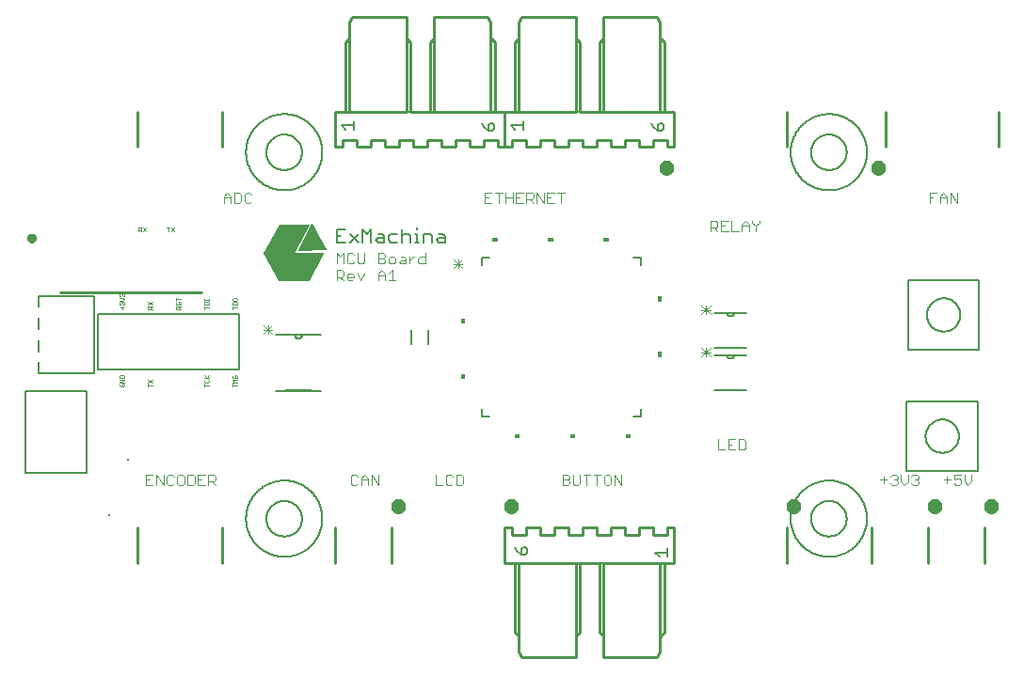
<source format=gto>
G75*
%MOIN*%
%OFA0B0*%
%FSLAX25Y25*%
%IPPOS*%
%LPD*%
%AMOC8*
5,1,8,0,0,1.08239X$1,22.5*
%
%ADD10C,0.00300*%
%ADD11C,0.00100*%
%ADD12C,0.00600*%
%ADD13C,0.00500*%
%ADD14R,0.00984X0.00984*%
%ADD15C,0.00800*%
%ADD16C,0.01000*%
%ADD17C,0.00700*%
%ADD18C,0.02500*%
%ADD19C,0.00004*%
D10*
X0094565Y0064250D02*
X0097034Y0064250D01*
X0098248Y0064250D02*
X0098248Y0067953D01*
X0100717Y0064250D01*
X0100717Y0067953D01*
X0101931Y0067336D02*
X0102548Y0067953D01*
X0103783Y0067953D01*
X0104400Y0067336D01*
X0105614Y0067336D02*
X0105614Y0064867D01*
X0106232Y0064250D01*
X0107466Y0064250D01*
X0108083Y0064867D01*
X0108083Y0067336D01*
X0107466Y0067953D01*
X0106232Y0067953D01*
X0105614Y0067336D01*
X0104400Y0064867D02*
X0103783Y0064250D01*
X0102548Y0064250D01*
X0101931Y0064867D01*
X0101931Y0067336D01*
X0097034Y0067953D02*
X0094565Y0067953D01*
X0094565Y0064250D01*
X0094565Y0066102D02*
X0095799Y0066102D01*
X0109298Y0067953D02*
X0109298Y0064250D01*
X0111149Y0064250D01*
X0111766Y0064867D01*
X0111766Y0067336D01*
X0111149Y0067953D01*
X0109298Y0067953D01*
X0112981Y0067953D02*
X0112981Y0064250D01*
X0115449Y0064250D01*
X0116664Y0064250D02*
X0116664Y0067953D01*
X0118515Y0067953D01*
X0119133Y0067336D01*
X0119133Y0066102D01*
X0118515Y0065484D01*
X0116664Y0065484D01*
X0117898Y0065484D02*
X0119133Y0064250D01*
X0114215Y0066102D02*
X0112981Y0066102D01*
X0112981Y0067953D02*
X0115449Y0067953D01*
X0167065Y0067336D02*
X0167065Y0064867D01*
X0167682Y0064250D01*
X0168917Y0064250D01*
X0169534Y0064867D01*
X0170748Y0064250D02*
X0170748Y0066719D01*
X0171982Y0067953D01*
X0173217Y0066719D01*
X0173217Y0064250D01*
X0174431Y0064250D02*
X0174431Y0067953D01*
X0176900Y0064250D01*
X0176900Y0067953D01*
X0173217Y0066102D02*
X0170748Y0066102D01*
X0169534Y0067336D02*
X0168917Y0067953D01*
X0167682Y0067953D01*
X0167065Y0067336D01*
X0197065Y0067953D02*
X0197065Y0064250D01*
X0199534Y0064250D01*
X0200748Y0064867D02*
X0201365Y0064250D01*
X0202600Y0064250D01*
X0203217Y0064867D01*
X0204431Y0064250D02*
X0206283Y0064250D01*
X0206900Y0064867D01*
X0206900Y0067336D01*
X0206283Y0067953D01*
X0204431Y0067953D01*
X0204431Y0064250D01*
X0203217Y0067336D02*
X0202600Y0067953D01*
X0201365Y0067953D01*
X0200748Y0067336D01*
X0200748Y0064867D01*
X0242065Y0064250D02*
X0243917Y0064250D01*
X0244534Y0064867D01*
X0244534Y0065484D01*
X0243917Y0066102D01*
X0242065Y0066102D01*
X0242065Y0067953D02*
X0242065Y0064250D01*
X0243917Y0066102D02*
X0244534Y0066719D01*
X0244534Y0067336D01*
X0243917Y0067953D01*
X0242065Y0067953D01*
X0245748Y0067953D02*
X0245748Y0064867D01*
X0246365Y0064250D01*
X0247600Y0064250D01*
X0248217Y0064867D01*
X0248217Y0067953D01*
X0249431Y0067953D02*
X0251900Y0067953D01*
X0253114Y0067953D02*
X0255583Y0067953D01*
X0254349Y0067953D02*
X0254349Y0064250D01*
X0256798Y0064867D02*
X0256798Y0067336D01*
X0257415Y0067953D01*
X0258649Y0067953D01*
X0259266Y0067336D01*
X0259266Y0064867D01*
X0258649Y0064250D01*
X0257415Y0064250D01*
X0256798Y0064867D01*
X0260481Y0064250D02*
X0260481Y0067953D01*
X0262949Y0064250D01*
X0262949Y0067953D01*
X0250666Y0067953D02*
X0250666Y0064250D01*
X0297065Y0076750D02*
X0299534Y0076750D01*
X0300748Y0076750D02*
X0303217Y0076750D01*
X0304431Y0076750D02*
X0306283Y0076750D01*
X0306900Y0077367D01*
X0306900Y0079836D01*
X0306283Y0080453D01*
X0304431Y0080453D01*
X0304431Y0076750D01*
X0301982Y0078602D02*
X0300748Y0078602D01*
X0300748Y0080453D02*
X0300748Y0076750D01*
X0297065Y0076750D02*
X0297065Y0080453D01*
X0300748Y0080453D02*
X0303217Y0080453D01*
X0354565Y0066102D02*
X0357034Y0066102D01*
X0358248Y0067336D02*
X0358865Y0067953D01*
X0360100Y0067953D01*
X0360717Y0067336D01*
X0360717Y0066719D01*
X0360100Y0066102D01*
X0360717Y0065484D01*
X0360717Y0064867D01*
X0360100Y0064250D01*
X0358865Y0064250D01*
X0358248Y0064867D01*
X0359482Y0066102D02*
X0360100Y0066102D01*
X0361931Y0065484D02*
X0363166Y0064250D01*
X0364400Y0065484D01*
X0364400Y0067953D01*
X0365614Y0067336D02*
X0366232Y0067953D01*
X0367466Y0067953D01*
X0368083Y0067336D01*
X0368083Y0066719D01*
X0367466Y0066102D01*
X0368083Y0065484D01*
X0368083Y0064867D01*
X0367466Y0064250D01*
X0366232Y0064250D01*
X0365614Y0064867D01*
X0366849Y0066102D02*
X0367466Y0066102D01*
X0361931Y0065484D02*
X0361931Y0067953D01*
X0355799Y0067336D02*
X0355799Y0064867D01*
X0377065Y0066102D02*
X0379534Y0066102D01*
X0380748Y0066102D02*
X0380748Y0067953D01*
X0383217Y0067953D01*
X0384431Y0067953D02*
X0384431Y0065484D01*
X0385666Y0064250D01*
X0386900Y0065484D01*
X0386900Y0067953D01*
X0383217Y0066102D02*
X0383217Y0064867D01*
X0382600Y0064250D01*
X0381365Y0064250D01*
X0380748Y0064867D01*
X0380748Y0066102D02*
X0381982Y0066719D01*
X0382600Y0066719D01*
X0383217Y0066102D01*
X0378299Y0067336D02*
X0378299Y0064867D01*
X0294386Y0109734D02*
X0291250Y0112870D01*
X0292818Y0112870D02*
X0292818Y0109734D01*
X0291250Y0109734D02*
X0294386Y0112870D01*
X0294386Y0111302D02*
X0291250Y0111302D01*
X0291250Y0124734D02*
X0294386Y0127870D01*
X0292818Y0127870D02*
X0292818Y0124734D01*
X0294386Y0124734D02*
X0291250Y0127870D01*
X0291250Y0126302D02*
X0294386Y0126302D01*
X0294565Y0154250D02*
X0294565Y0157953D01*
X0296417Y0157953D01*
X0297034Y0157336D01*
X0297034Y0156102D01*
X0296417Y0155484D01*
X0294565Y0155484D01*
X0295799Y0155484D02*
X0297034Y0154250D01*
X0298248Y0154250D02*
X0300717Y0154250D01*
X0301931Y0154250D02*
X0301931Y0157953D01*
X0300717Y0157953D02*
X0298248Y0157953D01*
X0298248Y0154250D01*
X0298248Y0156102D02*
X0299482Y0156102D01*
X0301931Y0154250D02*
X0304400Y0154250D01*
X0305614Y0154250D02*
X0305614Y0156719D01*
X0306849Y0157953D01*
X0308083Y0156719D01*
X0308083Y0154250D01*
X0308083Y0156102D02*
X0305614Y0156102D01*
X0309298Y0157336D02*
X0310532Y0156102D01*
X0310532Y0154250D01*
X0310532Y0156102D02*
X0311766Y0157336D01*
X0311766Y0157953D01*
X0309298Y0157953D02*
X0309298Y0157336D01*
X0372065Y0164250D02*
X0372065Y0167953D01*
X0374534Y0167953D01*
X0375748Y0166719D02*
X0376982Y0167953D01*
X0378217Y0166719D01*
X0378217Y0164250D01*
X0379431Y0164250D02*
X0379431Y0167953D01*
X0381900Y0164250D01*
X0381900Y0167953D01*
X0378217Y0166102D02*
X0375748Y0166102D01*
X0375748Y0166719D02*
X0375748Y0164250D01*
X0373299Y0166102D02*
X0372065Y0166102D01*
X0242816Y0167953D02*
X0240347Y0167953D01*
X0239133Y0167953D02*
X0236664Y0167953D01*
X0236664Y0164250D01*
X0239133Y0164250D01*
X0237898Y0166102D02*
X0236664Y0166102D01*
X0235449Y0164250D02*
X0235449Y0167953D01*
X0232981Y0167953D02*
X0235449Y0164250D01*
X0232981Y0164250D02*
X0232981Y0167953D01*
X0231766Y0167336D02*
X0231766Y0166102D01*
X0231149Y0165484D01*
X0229298Y0165484D01*
X0230532Y0165484D02*
X0231766Y0164250D01*
X0229298Y0164250D02*
X0229298Y0167953D01*
X0231149Y0167953D01*
X0231766Y0167336D01*
X0228083Y0167953D02*
X0225614Y0167953D01*
X0225614Y0164250D01*
X0228083Y0164250D01*
X0226849Y0166102D02*
X0225614Y0166102D01*
X0224400Y0166102D02*
X0221931Y0166102D01*
X0221931Y0167953D02*
X0221931Y0164250D01*
X0219482Y0164250D02*
X0219482Y0167953D01*
X0218248Y0167953D02*
X0220717Y0167953D01*
X0224400Y0167953D02*
X0224400Y0164250D01*
X0217034Y0164250D02*
X0214565Y0164250D01*
X0214565Y0167953D01*
X0217034Y0167953D01*
X0215799Y0166102D02*
X0214565Y0166102D01*
X0241581Y0164250D02*
X0241581Y0167953D01*
X0193385Y0146453D02*
X0193385Y0142750D01*
X0191533Y0142750D01*
X0190916Y0143367D01*
X0190916Y0144602D01*
X0191533Y0145219D01*
X0193385Y0145219D01*
X0189699Y0145219D02*
X0189081Y0145219D01*
X0187847Y0143984D01*
X0186633Y0143984D02*
X0184781Y0143984D01*
X0184164Y0143367D01*
X0184781Y0142750D01*
X0186633Y0142750D01*
X0186633Y0144602D01*
X0186015Y0145219D01*
X0184781Y0145219D01*
X0182949Y0144602D02*
X0182332Y0145219D01*
X0181098Y0145219D01*
X0180481Y0144602D01*
X0180481Y0143367D01*
X0181098Y0142750D01*
X0182332Y0142750D01*
X0182949Y0143367D01*
X0182949Y0144602D01*
X0179266Y0145219D02*
X0178649Y0144602D01*
X0176798Y0144602D01*
X0178649Y0144602D02*
X0179266Y0143984D01*
X0179266Y0143367D01*
X0178649Y0142750D01*
X0176798Y0142750D01*
X0176798Y0146453D01*
X0178649Y0146453D01*
X0179266Y0145836D01*
X0179266Y0145219D01*
X0178032Y0140453D02*
X0179266Y0139219D01*
X0179266Y0136750D01*
X0180481Y0136750D02*
X0182949Y0136750D01*
X0181715Y0136750D02*
X0181715Y0140453D01*
X0180481Y0139219D01*
X0179266Y0138602D02*
X0176798Y0138602D01*
X0176798Y0139219D02*
X0178032Y0140453D01*
X0176798Y0139219D02*
X0176798Y0136750D01*
X0171900Y0139219D02*
X0170666Y0136750D01*
X0169431Y0139219D01*
X0168217Y0138602D02*
X0168217Y0137984D01*
X0165748Y0137984D01*
X0165748Y0137367D02*
X0165748Y0138602D01*
X0166365Y0139219D01*
X0167600Y0139219D01*
X0168217Y0138602D01*
X0167600Y0136750D02*
X0166365Y0136750D01*
X0165748Y0137367D01*
X0164534Y0136750D02*
X0163299Y0137984D01*
X0163917Y0137984D02*
X0162065Y0137984D01*
X0162065Y0136750D02*
X0162065Y0140453D01*
X0163917Y0140453D01*
X0164534Y0139836D01*
X0164534Y0138602D01*
X0163917Y0137984D01*
X0164534Y0142750D02*
X0164534Y0146453D01*
X0163299Y0145219D01*
X0162065Y0146453D01*
X0162065Y0142750D01*
X0165748Y0143367D02*
X0165748Y0145836D01*
X0166365Y0146453D01*
X0167600Y0146453D01*
X0168217Y0145836D01*
X0169431Y0146453D02*
X0169431Y0143367D01*
X0170048Y0142750D01*
X0171283Y0142750D01*
X0171900Y0143367D01*
X0171900Y0146453D01*
X0168217Y0143367D02*
X0167600Y0142750D01*
X0166365Y0142750D01*
X0165748Y0143367D01*
X0187847Y0142750D02*
X0187847Y0145219D01*
X0203550Y0144270D02*
X0206686Y0141134D01*
X0205118Y0141134D02*
X0205118Y0144270D01*
X0206686Y0144270D02*
X0203550Y0141134D01*
X0203550Y0142702D02*
X0206686Y0142702D01*
X0139286Y0120870D02*
X0136150Y0117734D01*
X0139286Y0120870D01*
X0139286Y0119302D02*
X0136150Y0119302D01*
X0139286Y0119302D01*
X0139286Y0117734D02*
X0136150Y0120870D01*
X0139286Y0117734D01*
X0137718Y0117734D02*
X0137718Y0120870D01*
X0137718Y0117734D01*
X0131283Y0164250D02*
X0131900Y0164867D01*
X0131283Y0164250D02*
X0130048Y0164250D01*
X0129431Y0164867D01*
X0129431Y0167336D01*
X0130048Y0167953D01*
X0131283Y0167953D01*
X0131900Y0167336D01*
X0128217Y0167336D02*
X0128217Y0164867D01*
X0127600Y0164250D01*
X0125748Y0164250D01*
X0125748Y0167953D01*
X0127600Y0167953D01*
X0128217Y0167336D01*
X0124534Y0166719D02*
X0124534Y0164250D01*
X0124534Y0166102D02*
X0122065Y0166102D01*
X0122065Y0166719D02*
X0123299Y0167953D01*
X0124534Y0166719D01*
X0122065Y0166719D02*
X0122065Y0164250D01*
D11*
X0104439Y0155651D02*
X0103438Y0154150D01*
X0102465Y0154150D02*
X0102465Y0155651D01*
X0101965Y0155651D02*
X0102966Y0155651D01*
X0103438Y0155651D02*
X0104439Y0154150D01*
X0094439Y0154150D02*
X0093438Y0155651D01*
X0092966Y0155401D02*
X0092966Y0154901D01*
X0092716Y0154650D01*
X0091965Y0154650D01*
X0091965Y0154150D02*
X0091965Y0155651D01*
X0092716Y0155651D01*
X0092966Y0155401D01*
X0092465Y0154650D02*
X0092966Y0154150D01*
X0093438Y0154150D02*
X0094439Y0155651D01*
X0086615Y0132071D02*
X0086865Y0131820D01*
X0086865Y0131320D01*
X0086615Y0131070D01*
X0086365Y0130597D02*
X0085364Y0130597D01*
X0085614Y0131070D02*
X0085364Y0131320D01*
X0085364Y0131820D01*
X0085614Y0132071D01*
X0085864Y0132071D01*
X0086114Y0131820D01*
X0086365Y0132071D01*
X0086615Y0132071D01*
X0086114Y0131820D02*
X0086114Y0131570D01*
X0086365Y0130597D02*
X0086865Y0130097D01*
X0086365Y0129597D01*
X0085364Y0129597D01*
X0085614Y0129124D02*
X0085864Y0129124D01*
X0086114Y0128874D01*
X0086365Y0129124D01*
X0086615Y0129124D01*
X0086865Y0128874D01*
X0086865Y0128373D01*
X0086615Y0128123D01*
X0086114Y0127651D02*
X0086114Y0126650D01*
X0085614Y0127150D02*
X0086615Y0127150D01*
X0085614Y0128123D02*
X0085364Y0128373D01*
X0085364Y0128874D01*
X0085614Y0129124D01*
X0086114Y0128874D02*
X0086114Y0128624D01*
X0095364Y0129124D02*
X0096865Y0128123D01*
X0096865Y0127651D02*
X0096365Y0127150D01*
X0096365Y0127401D02*
X0096365Y0126650D01*
X0096865Y0126650D02*
X0095364Y0126650D01*
X0095364Y0127401D01*
X0095614Y0127651D01*
X0096114Y0127651D01*
X0096365Y0127401D01*
X0095364Y0128123D02*
X0096865Y0129124D01*
X0105364Y0128874D02*
X0105364Y0128373D01*
X0105614Y0128123D01*
X0105864Y0128123D01*
X0106114Y0128373D01*
X0106114Y0128874D01*
X0106365Y0129124D01*
X0106615Y0129124D01*
X0106865Y0128874D01*
X0106865Y0128373D01*
X0106615Y0128123D01*
X0106865Y0127651D02*
X0106365Y0127150D01*
X0106365Y0127401D02*
X0106365Y0126650D01*
X0106865Y0126650D02*
X0105364Y0126650D01*
X0105364Y0127401D01*
X0105614Y0127651D01*
X0106114Y0127651D01*
X0106365Y0127401D01*
X0105364Y0128874D02*
X0105614Y0129124D01*
X0105364Y0129597D02*
X0105364Y0130597D01*
X0105364Y0130097D02*
X0106865Y0130097D01*
X0115364Y0130097D02*
X0115364Y0129597D01*
X0115364Y0129847D02*
X0116865Y0129847D01*
X0116865Y0129597D02*
X0116865Y0130097D01*
X0116615Y0129124D02*
X0115614Y0129124D01*
X0115364Y0128874D01*
X0115364Y0128123D01*
X0116865Y0128123D01*
X0116865Y0128874D01*
X0116615Y0129124D01*
X0115364Y0127651D02*
X0115364Y0126650D01*
X0115364Y0127150D02*
X0116865Y0127150D01*
X0125364Y0127150D02*
X0126865Y0127150D01*
X0126865Y0128123D02*
X0126865Y0128874D01*
X0126615Y0129124D01*
X0125614Y0129124D01*
X0125364Y0128874D01*
X0125364Y0128123D01*
X0126865Y0128123D01*
X0126615Y0129597D02*
X0126865Y0129847D01*
X0126865Y0130347D01*
X0126615Y0130597D01*
X0125614Y0130597D01*
X0125364Y0130347D01*
X0125364Y0129847D01*
X0125614Y0129597D01*
X0126615Y0129597D01*
X0125364Y0127651D02*
X0125364Y0126650D01*
X0125614Y0103097D02*
X0125364Y0102847D01*
X0125364Y0102347D01*
X0125614Y0102097D01*
X0125864Y0102097D01*
X0126114Y0102347D01*
X0126114Y0102847D01*
X0126365Y0103097D01*
X0126615Y0103097D01*
X0126865Y0102847D01*
X0126865Y0102347D01*
X0126615Y0102097D01*
X0126865Y0101624D02*
X0125364Y0101624D01*
X0125864Y0101124D01*
X0125364Y0100623D01*
X0126865Y0100623D01*
X0126865Y0099650D02*
X0125364Y0099650D01*
X0125364Y0099150D02*
X0125364Y0100151D01*
X0116865Y0099650D02*
X0115364Y0099650D01*
X0115364Y0099150D02*
X0115364Y0100151D01*
X0115614Y0100623D02*
X0116615Y0100623D01*
X0116865Y0100873D01*
X0116865Y0101374D01*
X0116615Y0101624D01*
X0116865Y0102097D02*
X0115364Y0102097D01*
X0115614Y0101624D02*
X0115364Y0101374D01*
X0115364Y0100873D01*
X0115614Y0100623D01*
X0116365Y0102097D02*
X0115364Y0103097D01*
X0116114Y0102347D02*
X0116865Y0103097D01*
X0096865Y0101624D02*
X0095364Y0100623D01*
X0095364Y0100151D02*
X0095364Y0099150D01*
X0095364Y0099650D02*
X0096865Y0099650D01*
X0096865Y0100623D02*
X0095364Y0101624D01*
X0086865Y0101624D02*
X0085364Y0101624D01*
X0085364Y0102097D02*
X0085364Y0102847D01*
X0085614Y0103097D01*
X0086615Y0103097D01*
X0086865Y0102847D01*
X0086865Y0102097D01*
X0085364Y0102097D01*
X0085364Y0100623D02*
X0086865Y0101624D01*
X0086865Y0100623D02*
X0085364Y0100623D01*
X0085614Y0100151D02*
X0085364Y0099901D01*
X0085364Y0099400D01*
X0085614Y0099150D01*
X0086615Y0099150D01*
X0086865Y0099400D01*
X0086865Y0099901D01*
X0086615Y0100151D01*
X0086114Y0100151D01*
X0086114Y0099650D01*
X0206200Y0102070D02*
X0207200Y0102070D01*
X0207200Y0103570D01*
X0206200Y0103570D01*
X0206200Y0102070D01*
X0206200Y0102110D02*
X0207200Y0102110D01*
X0207200Y0102209D02*
X0206200Y0102209D01*
X0206200Y0102307D02*
X0207200Y0102307D01*
X0207200Y0102406D02*
X0206200Y0102406D01*
X0206200Y0102504D02*
X0207200Y0102504D01*
X0207200Y0102603D02*
X0206200Y0102603D01*
X0206200Y0102701D02*
X0207200Y0102701D01*
X0207200Y0102800D02*
X0206200Y0102800D01*
X0206200Y0102898D02*
X0207200Y0102898D01*
X0207200Y0102997D02*
X0206200Y0102997D01*
X0206200Y0103095D02*
X0207200Y0103095D01*
X0207200Y0103194D02*
X0206200Y0103194D01*
X0206200Y0103292D02*
X0207200Y0103292D01*
X0207200Y0103391D02*
X0206200Y0103391D01*
X0206200Y0103489D02*
X0207200Y0103489D01*
X0207200Y0121756D02*
X0206200Y0121756D01*
X0206200Y0123256D01*
X0207200Y0123256D01*
X0207200Y0121756D01*
X0207200Y0121812D02*
X0206200Y0121812D01*
X0206200Y0121911D02*
X0207200Y0121911D01*
X0207200Y0122009D02*
X0206200Y0122009D01*
X0206200Y0122108D02*
X0207200Y0122108D01*
X0207200Y0122206D02*
X0206200Y0122206D01*
X0206200Y0122305D02*
X0207200Y0122305D01*
X0207200Y0122403D02*
X0206200Y0122403D01*
X0206200Y0122502D02*
X0207200Y0122502D01*
X0207200Y0122600D02*
X0206200Y0122600D01*
X0206200Y0122699D02*
X0207200Y0122699D01*
X0207200Y0122797D02*
X0206200Y0122797D01*
X0206200Y0122896D02*
X0207200Y0122896D01*
X0207200Y0122994D02*
X0206200Y0122994D01*
X0206200Y0123093D02*
X0207200Y0123093D01*
X0207200Y0123191D02*
X0206200Y0123191D01*
X0217228Y0151000D02*
X0218728Y0151000D01*
X0218728Y0152000D01*
X0217228Y0152000D01*
X0217228Y0151000D01*
X0217228Y0151070D02*
X0218728Y0151070D01*
X0218728Y0151169D02*
X0217228Y0151169D01*
X0217228Y0151267D02*
X0218728Y0151267D01*
X0218728Y0151366D02*
X0217228Y0151366D01*
X0217228Y0151464D02*
X0218728Y0151464D01*
X0218728Y0151563D02*
X0217228Y0151563D01*
X0217228Y0151661D02*
X0218728Y0151661D01*
X0218728Y0151760D02*
X0217228Y0151760D01*
X0217228Y0151858D02*
X0218728Y0151858D01*
X0218728Y0151957D02*
X0217228Y0151957D01*
X0236913Y0151957D02*
X0238413Y0151957D01*
X0238413Y0152000D02*
X0238413Y0151000D01*
X0236913Y0151000D01*
X0236913Y0152000D01*
X0238413Y0152000D01*
X0238413Y0151858D02*
X0236913Y0151858D01*
X0236913Y0151760D02*
X0238413Y0151760D01*
X0238413Y0151661D02*
X0236913Y0151661D01*
X0236913Y0151563D02*
X0238413Y0151563D01*
X0238413Y0151464D02*
X0236913Y0151464D01*
X0236913Y0151366D02*
X0238413Y0151366D01*
X0238413Y0151267D02*
X0236913Y0151267D01*
X0236913Y0151169D02*
X0238413Y0151169D01*
X0238413Y0151070D02*
X0236913Y0151070D01*
X0256598Y0151070D02*
X0258098Y0151070D01*
X0258098Y0151000D02*
X0256598Y0151000D01*
X0256598Y0152000D01*
X0258098Y0152000D01*
X0258098Y0151000D01*
X0258098Y0151169D02*
X0256598Y0151169D01*
X0256598Y0151267D02*
X0258098Y0151267D01*
X0258098Y0151366D02*
X0256598Y0151366D01*
X0256598Y0151464D02*
X0258098Y0151464D01*
X0258098Y0151563D02*
X0256598Y0151563D01*
X0256598Y0151661D02*
X0258098Y0151661D01*
X0258098Y0151760D02*
X0256598Y0151760D01*
X0256598Y0151858D02*
X0258098Y0151858D01*
X0258098Y0151957D02*
X0256598Y0151957D01*
X0276000Y0131130D02*
X0277000Y0131130D01*
X0277000Y0129630D01*
X0276000Y0129630D01*
X0276000Y0131130D01*
X0276000Y0131072D02*
X0277000Y0131072D01*
X0277000Y0130974D02*
X0276000Y0130974D01*
X0276000Y0130875D02*
X0277000Y0130875D01*
X0277000Y0130777D02*
X0276000Y0130777D01*
X0276000Y0130678D02*
X0277000Y0130678D01*
X0277000Y0130580D02*
X0276000Y0130580D01*
X0276000Y0130481D02*
X0277000Y0130481D01*
X0277000Y0130383D02*
X0276000Y0130383D01*
X0276000Y0130284D02*
X0277000Y0130284D01*
X0277000Y0130186D02*
X0276000Y0130186D01*
X0276000Y0130087D02*
X0277000Y0130087D01*
X0277000Y0129989D02*
X0276000Y0129989D01*
X0276000Y0129890D02*
X0277000Y0129890D01*
X0277000Y0129792D02*
X0276000Y0129792D01*
X0276000Y0129693D02*
X0277000Y0129693D01*
X0277000Y0111444D02*
X0276000Y0111444D01*
X0276000Y0109944D01*
X0277000Y0109944D01*
X0277000Y0111444D01*
X0277000Y0111370D02*
X0276000Y0111370D01*
X0276000Y0111272D02*
X0277000Y0111272D01*
X0277000Y0111173D02*
X0276000Y0111173D01*
X0276000Y0111075D02*
X0277000Y0111075D01*
X0277000Y0110976D02*
X0276000Y0110976D01*
X0276000Y0110878D02*
X0277000Y0110878D01*
X0277000Y0110779D02*
X0276000Y0110779D01*
X0276000Y0110681D02*
X0277000Y0110681D01*
X0277000Y0110582D02*
X0276000Y0110582D01*
X0276000Y0110483D02*
X0277000Y0110483D01*
X0277000Y0110385D02*
X0276000Y0110385D01*
X0276000Y0110286D02*
X0277000Y0110286D01*
X0277000Y0110188D02*
X0276000Y0110188D01*
X0276000Y0110089D02*
X0277000Y0110089D01*
X0277000Y0109991D02*
X0276000Y0109991D01*
X0265972Y0082200D02*
X0264472Y0082200D01*
X0264472Y0081200D01*
X0265972Y0081200D01*
X0265972Y0082200D01*
X0265972Y0082112D02*
X0264472Y0082112D01*
X0264472Y0082014D02*
X0265972Y0082014D01*
X0265972Y0081915D02*
X0264472Y0081915D01*
X0264472Y0081817D02*
X0265972Y0081817D01*
X0265972Y0081718D02*
X0264472Y0081718D01*
X0264472Y0081620D02*
X0265972Y0081620D01*
X0265972Y0081521D02*
X0264472Y0081521D01*
X0264472Y0081423D02*
X0265972Y0081423D01*
X0265972Y0081324D02*
X0264472Y0081324D01*
X0264472Y0081226D02*
X0265972Y0081226D01*
X0246287Y0081226D02*
X0244787Y0081226D01*
X0244787Y0081200D02*
X0246287Y0081200D01*
X0246287Y0082200D01*
X0244787Y0082200D01*
X0244787Y0081200D01*
X0244787Y0081324D02*
X0246287Y0081324D01*
X0246287Y0081423D02*
X0244787Y0081423D01*
X0244787Y0081521D02*
X0246287Y0081521D01*
X0246287Y0081620D02*
X0244787Y0081620D01*
X0244787Y0081718D02*
X0246287Y0081718D01*
X0246287Y0081817D02*
X0244787Y0081817D01*
X0244787Y0081915D02*
X0246287Y0081915D01*
X0246287Y0082014D02*
X0244787Y0082014D01*
X0244787Y0082112D02*
X0246287Y0082112D01*
X0226602Y0082112D02*
X0225102Y0082112D01*
X0225102Y0082200D02*
X0226602Y0082200D01*
X0226602Y0081200D01*
X0225102Y0081200D01*
X0225102Y0082200D01*
X0225102Y0082014D02*
X0226602Y0082014D01*
X0226602Y0081915D02*
X0225102Y0081915D01*
X0225102Y0081817D02*
X0226602Y0081817D01*
X0226602Y0081718D02*
X0225102Y0081718D01*
X0225102Y0081620D02*
X0226602Y0081620D01*
X0226602Y0081521D02*
X0225102Y0081521D01*
X0225102Y0081423D02*
X0226602Y0081423D01*
X0226602Y0081324D02*
X0225102Y0081324D01*
X0225102Y0081226D02*
X0226602Y0081226D01*
D12*
X0216100Y0088400D02*
X0213400Y0088400D01*
X0213400Y0091100D01*
X0267100Y0088400D02*
X0269800Y0088400D01*
X0269800Y0091100D01*
X0295900Y0097900D02*
X0307300Y0097900D01*
X0307300Y0110300D02*
X0302800Y0110300D01*
X0300400Y0110300D01*
X0295900Y0110300D01*
X0295900Y0112900D02*
X0307300Y0112900D01*
X0302800Y0110300D02*
X0302798Y0110231D01*
X0302792Y0110163D01*
X0302782Y0110095D01*
X0302769Y0110028D01*
X0302751Y0109962D01*
X0302730Y0109897D01*
X0302705Y0109833D01*
X0302677Y0109771D01*
X0302645Y0109710D01*
X0302610Y0109651D01*
X0302571Y0109595D01*
X0302529Y0109540D01*
X0302484Y0109489D01*
X0302436Y0109439D01*
X0302386Y0109393D01*
X0302333Y0109350D01*
X0302277Y0109309D01*
X0302220Y0109272D01*
X0302160Y0109239D01*
X0302098Y0109208D01*
X0302035Y0109182D01*
X0301971Y0109159D01*
X0301905Y0109139D01*
X0301838Y0109124D01*
X0301771Y0109112D01*
X0301703Y0109104D01*
X0301634Y0109100D01*
X0301566Y0109100D01*
X0301497Y0109104D01*
X0301429Y0109112D01*
X0301362Y0109124D01*
X0301295Y0109139D01*
X0301229Y0109159D01*
X0301165Y0109182D01*
X0301102Y0109208D01*
X0301040Y0109239D01*
X0300980Y0109272D01*
X0300923Y0109309D01*
X0300867Y0109350D01*
X0300814Y0109393D01*
X0300764Y0109439D01*
X0300716Y0109489D01*
X0300671Y0109540D01*
X0300629Y0109595D01*
X0300590Y0109651D01*
X0300555Y0109710D01*
X0300523Y0109771D01*
X0300495Y0109833D01*
X0300470Y0109897D01*
X0300449Y0109962D01*
X0300431Y0110028D01*
X0300418Y0110095D01*
X0300408Y0110163D01*
X0300402Y0110231D01*
X0300400Y0110300D01*
X0300400Y0125300D02*
X0295900Y0125300D01*
X0300400Y0125300D02*
X0302800Y0125300D01*
X0307300Y0125300D01*
X0302800Y0125300D02*
X0302798Y0125231D01*
X0302792Y0125163D01*
X0302782Y0125095D01*
X0302769Y0125028D01*
X0302751Y0124962D01*
X0302730Y0124897D01*
X0302705Y0124833D01*
X0302677Y0124771D01*
X0302645Y0124710D01*
X0302610Y0124651D01*
X0302571Y0124595D01*
X0302529Y0124540D01*
X0302484Y0124489D01*
X0302436Y0124439D01*
X0302386Y0124393D01*
X0302333Y0124350D01*
X0302277Y0124309D01*
X0302220Y0124272D01*
X0302160Y0124239D01*
X0302098Y0124208D01*
X0302035Y0124182D01*
X0301971Y0124159D01*
X0301905Y0124139D01*
X0301838Y0124124D01*
X0301771Y0124112D01*
X0301703Y0124104D01*
X0301634Y0124100D01*
X0301566Y0124100D01*
X0301497Y0124104D01*
X0301429Y0124112D01*
X0301362Y0124124D01*
X0301295Y0124139D01*
X0301229Y0124159D01*
X0301165Y0124182D01*
X0301102Y0124208D01*
X0301040Y0124239D01*
X0300980Y0124272D01*
X0300923Y0124309D01*
X0300867Y0124350D01*
X0300814Y0124393D01*
X0300764Y0124439D01*
X0300716Y0124489D01*
X0300671Y0124540D01*
X0300629Y0124595D01*
X0300590Y0124651D01*
X0300555Y0124710D01*
X0300523Y0124771D01*
X0300495Y0124833D01*
X0300470Y0124897D01*
X0300449Y0124962D01*
X0300431Y0125028D01*
X0300418Y0125095D01*
X0300408Y0125163D01*
X0300402Y0125231D01*
X0300400Y0125300D01*
X0269800Y0142100D02*
X0269800Y0144800D01*
X0267100Y0144800D01*
X0216100Y0144800D02*
X0213400Y0144800D01*
X0213400Y0142100D01*
X0156500Y0117500D02*
X0149800Y0117500D01*
X0147400Y0117500D01*
X0140700Y0117500D01*
X0144000Y0117400D02*
X0147400Y0117400D01*
X0153200Y0117400D01*
X0149800Y0117500D02*
X0149801Y0117431D01*
X0149798Y0117363D01*
X0149791Y0117295D01*
X0149780Y0117227D01*
X0149765Y0117160D01*
X0149747Y0117094D01*
X0149725Y0117029D01*
X0149699Y0116965D01*
X0149669Y0116903D01*
X0149637Y0116843D01*
X0149600Y0116785D01*
X0149561Y0116729D01*
X0149518Y0116675D01*
X0149472Y0116624D01*
X0149424Y0116576D01*
X0149372Y0116530D01*
X0149319Y0116488D01*
X0149262Y0116448D01*
X0149204Y0116412D01*
X0149144Y0116379D01*
X0149082Y0116350D01*
X0149018Y0116324D01*
X0148953Y0116302D01*
X0148887Y0116284D01*
X0148820Y0116269D01*
X0148753Y0116259D01*
X0148684Y0116252D01*
X0148616Y0116249D01*
X0148547Y0116250D01*
X0148479Y0116255D01*
X0148411Y0116264D01*
X0148343Y0116277D01*
X0148277Y0116293D01*
X0148211Y0116314D01*
X0148147Y0116338D01*
X0148084Y0116365D01*
X0148023Y0116397D01*
X0147964Y0116431D01*
X0147907Y0116469D01*
X0147852Y0116510D01*
X0147800Y0116555D01*
X0147750Y0116602D01*
X0147703Y0116652D01*
X0147659Y0116704D01*
X0147618Y0116759D01*
X0147580Y0116816D01*
X0147545Y0116876D01*
X0147514Y0116937D01*
X0147487Y0117000D01*
X0147463Y0117064D01*
X0147443Y0117130D01*
X0147426Y0117196D01*
X0147414Y0117264D01*
X0147405Y0117332D01*
X0147400Y0117400D01*
X0147400Y0117500D02*
X0147402Y0117431D01*
X0147408Y0117363D01*
X0147418Y0117295D01*
X0147431Y0117228D01*
X0147449Y0117162D01*
X0147470Y0117097D01*
X0147495Y0117033D01*
X0147523Y0116971D01*
X0147555Y0116910D01*
X0147590Y0116851D01*
X0147629Y0116795D01*
X0147671Y0116740D01*
X0147716Y0116689D01*
X0147764Y0116639D01*
X0147814Y0116593D01*
X0147867Y0116550D01*
X0147923Y0116509D01*
X0147980Y0116472D01*
X0148040Y0116439D01*
X0148102Y0116408D01*
X0148165Y0116382D01*
X0148229Y0116359D01*
X0148295Y0116339D01*
X0148362Y0116324D01*
X0148429Y0116312D01*
X0148497Y0116304D01*
X0148566Y0116300D01*
X0148634Y0116300D01*
X0148703Y0116304D01*
X0148771Y0116312D01*
X0148838Y0116324D01*
X0148905Y0116339D01*
X0148971Y0116359D01*
X0149035Y0116382D01*
X0149098Y0116408D01*
X0149160Y0116439D01*
X0149220Y0116472D01*
X0149277Y0116509D01*
X0149333Y0116550D01*
X0149386Y0116593D01*
X0149436Y0116639D01*
X0149484Y0116689D01*
X0149529Y0116740D01*
X0149571Y0116795D01*
X0149610Y0116851D01*
X0149645Y0116910D01*
X0149677Y0116971D01*
X0149705Y0117033D01*
X0149730Y0117097D01*
X0149751Y0117162D01*
X0149769Y0117228D01*
X0149782Y0117295D01*
X0149792Y0117363D01*
X0149798Y0117431D01*
X0149800Y0117500D01*
X0153200Y0097800D02*
X0144000Y0097800D01*
X0140700Y0097700D02*
X0156500Y0097700D01*
X0130029Y0052348D02*
X0130033Y0052679D01*
X0130045Y0053010D01*
X0130066Y0053341D01*
X0130094Y0053671D01*
X0130131Y0054001D01*
X0130175Y0054329D01*
X0130228Y0054656D01*
X0130288Y0054982D01*
X0130357Y0055306D01*
X0130434Y0055628D01*
X0130518Y0055949D01*
X0130610Y0056267D01*
X0130710Y0056583D01*
X0130818Y0056896D01*
X0130934Y0057207D01*
X0131057Y0057514D01*
X0131187Y0057819D01*
X0131325Y0058120D01*
X0131470Y0058418D01*
X0131623Y0058712D01*
X0131783Y0059002D01*
X0131950Y0059288D01*
X0132123Y0059570D01*
X0132304Y0059848D01*
X0132492Y0060121D01*
X0132686Y0060390D01*
X0132886Y0060654D01*
X0133093Y0060912D01*
X0133307Y0061166D01*
X0133526Y0061414D01*
X0133752Y0061657D01*
X0133983Y0061894D01*
X0134220Y0062125D01*
X0134463Y0062351D01*
X0134711Y0062570D01*
X0134965Y0062784D01*
X0135223Y0062991D01*
X0135487Y0063191D01*
X0135756Y0063385D01*
X0136029Y0063573D01*
X0136307Y0063754D01*
X0136589Y0063927D01*
X0136875Y0064094D01*
X0137165Y0064254D01*
X0137459Y0064407D01*
X0137757Y0064552D01*
X0138058Y0064690D01*
X0138363Y0064820D01*
X0138670Y0064943D01*
X0138981Y0065059D01*
X0139294Y0065167D01*
X0139610Y0065267D01*
X0139928Y0065359D01*
X0140249Y0065443D01*
X0140571Y0065520D01*
X0140895Y0065589D01*
X0141221Y0065649D01*
X0141548Y0065702D01*
X0141876Y0065746D01*
X0142206Y0065783D01*
X0142536Y0065811D01*
X0142867Y0065832D01*
X0143198Y0065844D01*
X0143529Y0065848D01*
X0143860Y0065844D01*
X0144191Y0065832D01*
X0144522Y0065811D01*
X0144852Y0065783D01*
X0145182Y0065746D01*
X0145510Y0065702D01*
X0145837Y0065649D01*
X0146163Y0065589D01*
X0146487Y0065520D01*
X0146809Y0065443D01*
X0147130Y0065359D01*
X0147448Y0065267D01*
X0147764Y0065167D01*
X0148077Y0065059D01*
X0148388Y0064943D01*
X0148695Y0064820D01*
X0149000Y0064690D01*
X0149301Y0064552D01*
X0149599Y0064407D01*
X0149893Y0064254D01*
X0150183Y0064094D01*
X0150469Y0063927D01*
X0150751Y0063754D01*
X0151029Y0063573D01*
X0151302Y0063385D01*
X0151571Y0063191D01*
X0151835Y0062991D01*
X0152093Y0062784D01*
X0152347Y0062570D01*
X0152595Y0062351D01*
X0152838Y0062125D01*
X0153075Y0061894D01*
X0153306Y0061657D01*
X0153532Y0061414D01*
X0153751Y0061166D01*
X0153965Y0060912D01*
X0154172Y0060654D01*
X0154372Y0060390D01*
X0154566Y0060121D01*
X0154754Y0059848D01*
X0154935Y0059570D01*
X0155108Y0059288D01*
X0155275Y0059002D01*
X0155435Y0058712D01*
X0155588Y0058418D01*
X0155733Y0058120D01*
X0155871Y0057819D01*
X0156001Y0057514D01*
X0156124Y0057207D01*
X0156240Y0056896D01*
X0156348Y0056583D01*
X0156448Y0056267D01*
X0156540Y0055949D01*
X0156624Y0055628D01*
X0156701Y0055306D01*
X0156770Y0054982D01*
X0156830Y0054656D01*
X0156883Y0054329D01*
X0156927Y0054001D01*
X0156964Y0053671D01*
X0156992Y0053341D01*
X0157013Y0053010D01*
X0157025Y0052679D01*
X0157029Y0052348D01*
X0157025Y0052017D01*
X0157013Y0051686D01*
X0156992Y0051355D01*
X0156964Y0051025D01*
X0156927Y0050695D01*
X0156883Y0050367D01*
X0156830Y0050040D01*
X0156770Y0049714D01*
X0156701Y0049390D01*
X0156624Y0049068D01*
X0156540Y0048747D01*
X0156448Y0048429D01*
X0156348Y0048113D01*
X0156240Y0047800D01*
X0156124Y0047489D01*
X0156001Y0047182D01*
X0155871Y0046877D01*
X0155733Y0046576D01*
X0155588Y0046278D01*
X0155435Y0045984D01*
X0155275Y0045694D01*
X0155108Y0045408D01*
X0154935Y0045126D01*
X0154754Y0044848D01*
X0154566Y0044575D01*
X0154372Y0044306D01*
X0154172Y0044042D01*
X0153965Y0043784D01*
X0153751Y0043530D01*
X0153532Y0043282D01*
X0153306Y0043039D01*
X0153075Y0042802D01*
X0152838Y0042571D01*
X0152595Y0042345D01*
X0152347Y0042126D01*
X0152093Y0041912D01*
X0151835Y0041705D01*
X0151571Y0041505D01*
X0151302Y0041311D01*
X0151029Y0041123D01*
X0150751Y0040942D01*
X0150469Y0040769D01*
X0150183Y0040602D01*
X0149893Y0040442D01*
X0149599Y0040289D01*
X0149301Y0040144D01*
X0149000Y0040006D01*
X0148695Y0039876D01*
X0148388Y0039753D01*
X0148077Y0039637D01*
X0147764Y0039529D01*
X0147448Y0039429D01*
X0147130Y0039337D01*
X0146809Y0039253D01*
X0146487Y0039176D01*
X0146163Y0039107D01*
X0145837Y0039047D01*
X0145510Y0038994D01*
X0145182Y0038950D01*
X0144852Y0038913D01*
X0144522Y0038885D01*
X0144191Y0038864D01*
X0143860Y0038852D01*
X0143529Y0038848D01*
X0143198Y0038852D01*
X0142867Y0038864D01*
X0142536Y0038885D01*
X0142206Y0038913D01*
X0141876Y0038950D01*
X0141548Y0038994D01*
X0141221Y0039047D01*
X0140895Y0039107D01*
X0140571Y0039176D01*
X0140249Y0039253D01*
X0139928Y0039337D01*
X0139610Y0039429D01*
X0139294Y0039529D01*
X0138981Y0039637D01*
X0138670Y0039753D01*
X0138363Y0039876D01*
X0138058Y0040006D01*
X0137757Y0040144D01*
X0137459Y0040289D01*
X0137165Y0040442D01*
X0136875Y0040602D01*
X0136589Y0040769D01*
X0136307Y0040942D01*
X0136029Y0041123D01*
X0135756Y0041311D01*
X0135487Y0041505D01*
X0135223Y0041705D01*
X0134965Y0041912D01*
X0134711Y0042126D01*
X0134463Y0042345D01*
X0134220Y0042571D01*
X0133983Y0042802D01*
X0133752Y0043039D01*
X0133526Y0043282D01*
X0133307Y0043530D01*
X0133093Y0043784D01*
X0132886Y0044042D01*
X0132686Y0044306D01*
X0132492Y0044575D01*
X0132304Y0044848D01*
X0132123Y0045126D01*
X0131950Y0045408D01*
X0131783Y0045694D01*
X0131623Y0045984D01*
X0131470Y0046278D01*
X0131325Y0046576D01*
X0131187Y0046877D01*
X0131057Y0047182D01*
X0130934Y0047489D01*
X0130818Y0047800D01*
X0130710Y0048113D01*
X0130610Y0048429D01*
X0130518Y0048747D01*
X0130434Y0049068D01*
X0130357Y0049390D01*
X0130288Y0049714D01*
X0130228Y0050040D01*
X0130175Y0050367D01*
X0130131Y0050695D01*
X0130094Y0051025D01*
X0130066Y0051355D01*
X0130045Y0051686D01*
X0130033Y0052017D01*
X0130029Y0052348D01*
X0322943Y0052348D02*
X0322947Y0052679D01*
X0322959Y0053010D01*
X0322980Y0053341D01*
X0323008Y0053671D01*
X0323045Y0054001D01*
X0323089Y0054329D01*
X0323142Y0054656D01*
X0323202Y0054982D01*
X0323271Y0055306D01*
X0323348Y0055628D01*
X0323432Y0055949D01*
X0323524Y0056267D01*
X0323624Y0056583D01*
X0323732Y0056896D01*
X0323848Y0057207D01*
X0323971Y0057514D01*
X0324101Y0057819D01*
X0324239Y0058120D01*
X0324384Y0058418D01*
X0324537Y0058712D01*
X0324697Y0059002D01*
X0324864Y0059288D01*
X0325037Y0059570D01*
X0325218Y0059848D01*
X0325406Y0060121D01*
X0325600Y0060390D01*
X0325800Y0060654D01*
X0326007Y0060912D01*
X0326221Y0061166D01*
X0326440Y0061414D01*
X0326666Y0061657D01*
X0326897Y0061894D01*
X0327134Y0062125D01*
X0327377Y0062351D01*
X0327625Y0062570D01*
X0327879Y0062784D01*
X0328137Y0062991D01*
X0328401Y0063191D01*
X0328670Y0063385D01*
X0328943Y0063573D01*
X0329221Y0063754D01*
X0329503Y0063927D01*
X0329789Y0064094D01*
X0330079Y0064254D01*
X0330373Y0064407D01*
X0330671Y0064552D01*
X0330972Y0064690D01*
X0331277Y0064820D01*
X0331584Y0064943D01*
X0331895Y0065059D01*
X0332208Y0065167D01*
X0332524Y0065267D01*
X0332842Y0065359D01*
X0333163Y0065443D01*
X0333485Y0065520D01*
X0333809Y0065589D01*
X0334135Y0065649D01*
X0334462Y0065702D01*
X0334790Y0065746D01*
X0335120Y0065783D01*
X0335450Y0065811D01*
X0335781Y0065832D01*
X0336112Y0065844D01*
X0336443Y0065848D01*
X0336774Y0065844D01*
X0337105Y0065832D01*
X0337436Y0065811D01*
X0337766Y0065783D01*
X0338096Y0065746D01*
X0338424Y0065702D01*
X0338751Y0065649D01*
X0339077Y0065589D01*
X0339401Y0065520D01*
X0339723Y0065443D01*
X0340044Y0065359D01*
X0340362Y0065267D01*
X0340678Y0065167D01*
X0340991Y0065059D01*
X0341302Y0064943D01*
X0341609Y0064820D01*
X0341914Y0064690D01*
X0342215Y0064552D01*
X0342513Y0064407D01*
X0342807Y0064254D01*
X0343097Y0064094D01*
X0343383Y0063927D01*
X0343665Y0063754D01*
X0343943Y0063573D01*
X0344216Y0063385D01*
X0344485Y0063191D01*
X0344749Y0062991D01*
X0345007Y0062784D01*
X0345261Y0062570D01*
X0345509Y0062351D01*
X0345752Y0062125D01*
X0345989Y0061894D01*
X0346220Y0061657D01*
X0346446Y0061414D01*
X0346665Y0061166D01*
X0346879Y0060912D01*
X0347086Y0060654D01*
X0347286Y0060390D01*
X0347480Y0060121D01*
X0347668Y0059848D01*
X0347849Y0059570D01*
X0348022Y0059288D01*
X0348189Y0059002D01*
X0348349Y0058712D01*
X0348502Y0058418D01*
X0348647Y0058120D01*
X0348785Y0057819D01*
X0348915Y0057514D01*
X0349038Y0057207D01*
X0349154Y0056896D01*
X0349262Y0056583D01*
X0349362Y0056267D01*
X0349454Y0055949D01*
X0349538Y0055628D01*
X0349615Y0055306D01*
X0349684Y0054982D01*
X0349744Y0054656D01*
X0349797Y0054329D01*
X0349841Y0054001D01*
X0349878Y0053671D01*
X0349906Y0053341D01*
X0349927Y0053010D01*
X0349939Y0052679D01*
X0349943Y0052348D01*
X0349939Y0052017D01*
X0349927Y0051686D01*
X0349906Y0051355D01*
X0349878Y0051025D01*
X0349841Y0050695D01*
X0349797Y0050367D01*
X0349744Y0050040D01*
X0349684Y0049714D01*
X0349615Y0049390D01*
X0349538Y0049068D01*
X0349454Y0048747D01*
X0349362Y0048429D01*
X0349262Y0048113D01*
X0349154Y0047800D01*
X0349038Y0047489D01*
X0348915Y0047182D01*
X0348785Y0046877D01*
X0348647Y0046576D01*
X0348502Y0046278D01*
X0348349Y0045984D01*
X0348189Y0045694D01*
X0348022Y0045408D01*
X0347849Y0045126D01*
X0347668Y0044848D01*
X0347480Y0044575D01*
X0347286Y0044306D01*
X0347086Y0044042D01*
X0346879Y0043784D01*
X0346665Y0043530D01*
X0346446Y0043282D01*
X0346220Y0043039D01*
X0345989Y0042802D01*
X0345752Y0042571D01*
X0345509Y0042345D01*
X0345261Y0042126D01*
X0345007Y0041912D01*
X0344749Y0041705D01*
X0344485Y0041505D01*
X0344216Y0041311D01*
X0343943Y0041123D01*
X0343665Y0040942D01*
X0343383Y0040769D01*
X0343097Y0040602D01*
X0342807Y0040442D01*
X0342513Y0040289D01*
X0342215Y0040144D01*
X0341914Y0040006D01*
X0341609Y0039876D01*
X0341302Y0039753D01*
X0340991Y0039637D01*
X0340678Y0039529D01*
X0340362Y0039429D01*
X0340044Y0039337D01*
X0339723Y0039253D01*
X0339401Y0039176D01*
X0339077Y0039107D01*
X0338751Y0039047D01*
X0338424Y0038994D01*
X0338096Y0038950D01*
X0337766Y0038913D01*
X0337436Y0038885D01*
X0337105Y0038864D01*
X0336774Y0038852D01*
X0336443Y0038848D01*
X0336112Y0038852D01*
X0335781Y0038864D01*
X0335450Y0038885D01*
X0335120Y0038913D01*
X0334790Y0038950D01*
X0334462Y0038994D01*
X0334135Y0039047D01*
X0333809Y0039107D01*
X0333485Y0039176D01*
X0333163Y0039253D01*
X0332842Y0039337D01*
X0332524Y0039429D01*
X0332208Y0039529D01*
X0331895Y0039637D01*
X0331584Y0039753D01*
X0331277Y0039876D01*
X0330972Y0040006D01*
X0330671Y0040144D01*
X0330373Y0040289D01*
X0330079Y0040442D01*
X0329789Y0040602D01*
X0329503Y0040769D01*
X0329221Y0040942D01*
X0328943Y0041123D01*
X0328670Y0041311D01*
X0328401Y0041505D01*
X0328137Y0041705D01*
X0327879Y0041912D01*
X0327625Y0042126D01*
X0327377Y0042345D01*
X0327134Y0042571D01*
X0326897Y0042802D01*
X0326666Y0043039D01*
X0326440Y0043282D01*
X0326221Y0043530D01*
X0326007Y0043784D01*
X0325800Y0044042D01*
X0325600Y0044306D01*
X0325406Y0044575D01*
X0325218Y0044848D01*
X0325037Y0045126D01*
X0324864Y0045408D01*
X0324697Y0045694D01*
X0324537Y0045984D01*
X0324384Y0046278D01*
X0324239Y0046576D01*
X0324101Y0046877D01*
X0323971Y0047182D01*
X0323848Y0047489D01*
X0323732Y0047800D01*
X0323624Y0048113D01*
X0323524Y0048429D01*
X0323432Y0048747D01*
X0323348Y0049068D01*
X0323271Y0049390D01*
X0323202Y0049714D01*
X0323142Y0050040D01*
X0323089Y0050367D01*
X0323045Y0050695D01*
X0323008Y0051025D01*
X0322980Y0051355D01*
X0322959Y0051686D01*
X0322947Y0052017D01*
X0322943Y0052348D01*
X0322943Y0182269D02*
X0322947Y0182600D01*
X0322959Y0182931D01*
X0322980Y0183262D01*
X0323008Y0183592D01*
X0323045Y0183922D01*
X0323089Y0184250D01*
X0323142Y0184577D01*
X0323202Y0184903D01*
X0323271Y0185227D01*
X0323348Y0185549D01*
X0323432Y0185870D01*
X0323524Y0186188D01*
X0323624Y0186504D01*
X0323732Y0186817D01*
X0323848Y0187128D01*
X0323971Y0187435D01*
X0324101Y0187740D01*
X0324239Y0188041D01*
X0324384Y0188339D01*
X0324537Y0188633D01*
X0324697Y0188923D01*
X0324864Y0189209D01*
X0325037Y0189491D01*
X0325218Y0189769D01*
X0325406Y0190042D01*
X0325600Y0190311D01*
X0325800Y0190575D01*
X0326007Y0190833D01*
X0326221Y0191087D01*
X0326440Y0191335D01*
X0326666Y0191578D01*
X0326897Y0191815D01*
X0327134Y0192046D01*
X0327377Y0192272D01*
X0327625Y0192491D01*
X0327879Y0192705D01*
X0328137Y0192912D01*
X0328401Y0193112D01*
X0328670Y0193306D01*
X0328943Y0193494D01*
X0329221Y0193675D01*
X0329503Y0193848D01*
X0329789Y0194015D01*
X0330079Y0194175D01*
X0330373Y0194328D01*
X0330671Y0194473D01*
X0330972Y0194611D01*
X0331277Y0194741D01*
X0331584Y0194864D01*
X0331895Y0194980D01*
X0332208Y0195088D01*
X0332524Y0195188D01*
X0332842Y0195280D01*
X0333163Y0195364D01*
X0333485Y0195441D01*
X0333809Y0195510D01*
X0334135Y0195570D01*
X0334462Y0195623D01*
X0334790Y0195667D01*
X0335120Y0195704D01*
X0335450Y0195732D01*
X0335781Y0195753D01*
X0336112Y0195765D01*
X0336443Y0195769D01*
X0336774Y0195765D01*
X0337105Y0195753D01*
X0337436Y0195732D01*
X0337766Y0195704D01*
X0338096Y0195667D01*
X0338424Y0195623D01*
X0338751Y0195570D01*
X0339077Y0195510D01*
X0339401Y0195441D01*
X0339723Y0195364D01*
X0340044Y0195280D01*
X0340362Y0195188D01*
X0340678Y0195088D01*
X0340991Y0194980D01*
X0341302Y0194864D01*
X0341609Y0194741D01*
X0341914Y0194611D01*
X0342215Y0194473D01*
X0342513Y0194328D01*
X0342807Y0194175D01*
X0343097Y0194015D01*
X0343383Y0193848D01*
X0343665Y0193675D01*
X0343943Y0193494D01*
X0344216Y0193306D01*
X0344485Y0193112D01*
X0344749Y0192912D01*
X0345007Y0192705D01*
X0345261Y0192491D01*
X0345509Y0192272D01*
X0345752Y0192046D01*
X0345989Y0191815D01*
X0346220Y0191578D01*
X0346446Y0191335D01*
X0346665Y0191087D01*
X0346879Y0190833D01*
X0347086Y0190575D01*
X0347286Y0190311D01*
X0347480Y0190042D01*
X0347668Y0189769D01*
X0347849Y0189491D01*
X0348022Y0189209D01*
X0348189Y0188923D01*
X0348349Y0188633D01*
X0348502Y0188339D01*
X0348647Y0188041D01*
X0348785Y0187740D01*
X0348915Y0187435D01*
X0349038Y0187128D01*
X0349154Y0186817D01*
X0349262Y0186504D01*
X0349362Y0186188D01*
X0349454Y0185870D01*
X0349538Y0185549D01*
X0349615Y0185227D01*
X0349684Y0184903D01*
X0349744Y0184577D01*
X0349797Y0184250D01*
X0349841Y0183922D01*
X0349878Y0183592D01*
X0349906Y0183262D01*
X0349927Y0182931D01*
X0349939Y0182600D01*
X0349943Y0182269D01*
X0349939Y0181938D01*
X0349927Y0181607D01*
X0349906Y0181276D01*
X0349878Y0180946D01*
X0349841Y0180616D01*
X0349797Y0180288D01*
X0349744Y0179961D01*
X0349684Y0179635D01*
X0349615Y0179311D01*
X0349538Y0178989D01*
X0349454Y0178668D01*
X0349362Y0178350D01*
X0349262Y0178034D01*
X0349154Y0177721D01*
X0349038Y0177410D01*
X0348915Y0177103D01*
X0348785Y0176798D01*
X0348647Y0176497D01*
X0348502Y0176199D01*
X0348349Y0175905D01*
X0348189Y0175615D01*
X0348022Y0175329D01*
X0347849Y0175047D01*
X0347668Y0174769D01*
X0347480Y0174496D01*
X0347286Y0174227D01*
X0347086Y0173963D01*
X0346879Y0173705D01*
X0346665Y0173451D01*
X0346446Y0173203D01*
X0346220Y0172960D01*
X0345989Y0172723D01*
X0345752Y0172492D01*
X0345509Y0172266D01*
X0345261Y0172047D01*
X0345007Y0171833D01*
X0344749Y0171626D01*
X0344485Y0171426D01*
X0344216Y0171232D01*
X0343943Y0171044D01*
X0343665Y0170863D01*
X0343383Y0170690D01*
X0343097Y0170523D01*
X0342807Y0170363D01*
X0342513Y0170210D01*
X0342215Y0170065D01*
X0341914Y0169927D01*
X0341609Y0169797D01*
X0341302Y0169674D01*
X0340991Y0169558D01*
X0340678Y0169450D01*
X0340362Y0169350D01*
X0340044Y0169258D01*
X0339723Y0169174D01*
X0339401Y0169097D01*
X0339077Y0169028D01*
X0338751Y0168968D01*
X0338424Y0168915D01*
X0338096Y0168871D01*
X0337766Y0168834D01*
X0337436Y0168806D01*
X0337105Y0168785D01*
X0336774Y0168773D01*
X0336443Y0168769D01*
X0336112Y0168773D01*
X0335781Y0168785D01*
X0335450Y0168806D01*
X0335120Y0168834D01*
X0334790Y0168871D01*
X0334462Y0168915D01*
X0334135Y0168968D01*
X0333809Y0169028D01*
X0333485Y0169097D01*
X0333163Y0169174D01*
X0332842Y0169258D01*
X0332524Y0169350D01*
X0332208Y0169450D01*
X0331895Y0169558D01*
X0331584Y0169674D01*
X0331277Y0169797D01*
X0330972Y0169927D01*
X0330671Y0170065D01*
X0330373Y0170210D01*
X0330079Y0170363D01*
X0329789Y0170523D01*
X0329503Y0170690D01*
X0329221Y0170863D01*
X0328943Y0171044D01*
X0328670Y0171232D01*
X0328401Y0171426D01*
X0328137Y0171626D01*
X0327879Y0171833D01*
X0327625Y0172047D01*
X0327377Y0172266D01*
X0327134Y0172492D01*
X0326897Y0172723D01*
X0326666Y0172960D01*
X0326440Y0173203D01*
X0326221Y0173451D01*
X0326007Y0173705D01*
X0325800Y0173963D01*
X0325600Y0174227D01*
X0325406Y0174496D01*
X0325218Y0174769D01*
X0325037Y0175047D01*
X0324864Y0175329D01*
X0324697Y0175615D01*
X0324537Y0175905D01*
X0324384Y0176199D01*
X0324239Y0176497D01*
X0324101Y0176798D01*
X0323971Y0177103D01*
X0323848Y0177410D01*
X0323732Y0177721D01*
X0323624Y0178034D01*
X0323524Y0178350D01*
X0323432Y0178668D01*
X0323348Y0178989D01*
X0323271Y0179311D01*
X0323202Y0179635D01*
X0323142Y0179961D01*
X0323089Y0180288D01*
X0323045Y0180616D01*
X0323008Y0180946D01*
X0322980Y0181276D01*
X0322959Y0181607D01*
X0322947Y0181938D01*
X0322943Y0182269D01*
X0130029Y0182269D02*
X0130033Y0182600D01*
X0130045Y0182931D01*
X0130066Y0183262D01*
X0130094Y0183592D01*
X0130131Y0183922D01*
X0130175Y0184250D01*
X0130228Y0184577D01*
X0130288Y0184903D01*
X0130357Y0185227D01*
X0130434Y0185549D01*
X0130518Y0185870D01*
X0130610Y0186188D01*
X0130710Y0186504D01*
X0130818Y0186817D01*
X0130934Y0187128D01*
X0131057Y0187435D01*
X0131187Y0187740D01*
X0131325Y0188041D01*
X0131470Y0188339D01*
X0131623Y0188633D01*
X0131783Y0188923D01*
X0131950Y0189209D01*
X0132123Y0189491D01*
X0132304Y0189769D01*
X0132492Y0190042D01*
X0132686Y0190311D01*
X0132886Y0190575D01*
X0133093Y0190833D01*
X0133307Y0191087D01*
X0133526Y0191335D01*
X0133752Y0191578D01*
X0133983Y0191815D01*
X0134220Y0192046D01*
X0134463Y0192272D01*
X0134711Y0192491D01*
X0134965Y0192705D01*
X0135223Y0192912D01*
X0135487Y0193112D01*
X0135756Y0193306D01*
X0136029Y0193494D01*
X0136307Y0193675D01*
X0136589Y0193848D01*
X0136875Y0194015D01*
X0137165Y0194175D01*
X0137459Y0194328D01*
X0137757Y0194473D01*
X0138058Y0194611D01*
X0138363Y0194741D01*
X0138670Y0194864D01*
X0138981Y0194980D01*
X0139294Y0195088D01*
X0139610Y0195188D01*
X0139928Y0195280D01*
X0140249Y0195364D01*
X0140571Y0195441D01*
X0140895Y0195510D01*
X0141221Y0195570D01*
X0141548Y0195623D01*
X0141876Y0195667D01*
X0142206Y0195704D01*
X0142536Y0195732D01*
X0142867Y0195753D01*
X0143198Y0195765D01*
X0143529Y0195769D01*
X0143860Y0195765D01*
X0144191Y0195753D01*
X0144522Y0195732D01*
X0144852Y0195704D01*
X0145182Y0195667D01*
X0145510Y0195623D01*
X0145837Y0195570D01*
X0146163Y0195510D01*
X0146487Y0195441D01*
X0146809Y0195364D01*
X0147130Y0195280D01*
X0147448Y0195188D01*
X0147764Y0195088D01*
X0148077Y0194980D01*
X0148388Y0194864D01*
X0148695Y0194741D01*
X0149000Y0194611D01*
X0149301Y0194473D01*
X0149599Y0194328D01*
X0149893Y0194175D01*
X0150183Y0194015D01*
X0150469Y0193848D01*
X0150751Y0193675D01*
X0151029Y0193494D01*
X0151302Y0193306D01*
X0151571Y0193112D01*
X0151835Y0192912D01*
X0152093Y0192705D01*
X0152347Y0192491D01*
X0152595Y0192272D01*
X0152838Y0192046D01*
X0153075Y0191815D01*
X0153306Y0191578D01*
X0153532Y0191335D01*
X0153751Y0191087D01*
X0153965Y0190833D01*
X0154172Y0190575D01*
X0154372Y0190311D01*
X0154566Y0190042D01*
X0154754Y0189769D01*
X0154935Y0189491D01*
X0155108Y0189209D01*
X0155275Y0188923D01*
X0155435Y0188633D01*
X0155588Y0188339D01*
X0155733Y0188041D01*
X0155871Y0187740D01*
X0156001Y0187435D01*
X0156124Y0187128D01*
X0156240Y0186817D01*
X0156348Y0186504D01*
X0156448Y0186188D01*
X0156540Y0185870D01*
X0156624Y0185549D01*
X0156701Y0185227D01*
X0156770Y0184903D01*
X0156830Y0184577D01*
X0156883Y0184250D01*
X0156927Y0183922D01*
X0156964Y0183592D01*
X0156992Y0183262D01*
X0157013Y0182931D01*
X0157025Y0182600D01*
X0157029Y0182269D01*
X0157025Y0181938D01*
X0157013Y0181607D01*
X0156992Y0181276D01*
X0156964Y0180946D01*
X0156927Y0180616D01*
X0156883Y0180288D01*
X0156830Y0179961D01*
X0156770Y0179635D01*
X0156701Y0179311D01*
X0156624Y0178989D01*
X0156540Y0178668D01*
X0156448Y0178350D01*
X0156348Y0178034D01*
X0156240Y0177721D01*
X0156124Y0177410D01*
X0156001Y0177103D01*
X0155871Y0176798D01*
X0155733Y0176497D01*
X0155588Y0176199D01*
X0155435Y0175905D01*
X0155275Y0175615D01*
X0155108Y0175329D01*
X0154935Y0175047D01*
X0154754Y0174769D01*
X0154566Y0174496D01*
X0154372Y0174227D01*
X0154172Y0173963D01*
X0153965Y0173705D01*
X0153751Y0173451D01*
X0153532Y0173203D01*
X0153306Y0172960D01*
X0153075Y0172723D01*
X0152838Y0172492D01*
X0152595Y0172266D01*
X0152347Y0172047D01*
X0152093Y0171833D01*
X0151835Y0171626D01*
X0151571Y0171426D01*
X0151302Y0171232D01*
X0151029Y0171044D01*
X0150751Y0170863D01*
X0150469Y0170690D01*
X0150183Y0170523D01*
X0149893Y0170363D01*
X0149599Y0170210D01*
X0149301Y0170065D01*
X0149000Y0169927D01*
X0148695Y0169797D01*
X0148388Y0169674D01*
X0148077Y0169558D01*
X0147764Y0169450D01*
X0147448Y0169350D01*
X0147130Y0169258D01*
X0146809Y0169174D01*
X0146487Y0169097D01*
X0146163Y0169028D01*
X0145837Y0168968D01*
X0145510Y0168915D01*
X0145182Y0168871D01*
X0144852Y0168834D01*
X0144522Y0168806D01*
X0144191Y0168785D01*
X0143860Y0168773D01*
X0143529Y0168769D01*
X0143198Y0168773D01*
X0142867Y0168785D01*
X0142536Y0168806D01*
X0142206Y0168834D01*
X0141876Y0168871D01*
X0141548Y0168915D01*
X0141221Y0168968D01*
X0140895Y0169028D01*
X0140571Y0169097D01*
X0140249Y0169174D01*
X0139928Y0169258D01*
X0139610Y0169350D01*
X0139294Y0169450D01*
X0138981Y0169558D01*
X0138670Y0169674D01*
X0138363Y0169797D01*
X0138058Y0169927D01*
X0137757Y0170065D01*
X0137459Y0170210D01*
X0137165Y0170363D01*
X0136875Y0170523D01*
X0136589Y0170690D01*
X0136307Y0170863D01*
X0136029Y0171044D01*
X0135756Y0171232D01*
X0135487Y0171426D01*
X0135223Y0171626D01*
X0134965Y0171833D01*
X0134711Y0172047D01*
X0134463Y0172266D01*
X0134220Y0172492D01*
X0133983Y0172723D01*
X0133752Y0172960D01*
X0133526Y0173203D01*
X0133307Y0173451D01*
X0133093Y0173705D01*
X0132886Y0173963D01*
X0132686Y0174227D01*
X0132492Y0174496D01*
X0132304Y0174769D01*
X0132123Y0175047D01*
X0131950Y0175329D01*
X0131783Y0175615D01*
X0131623Y0175905D01*
X0131470Y0176199D01*
X0131325Y0176497D01*
X0131187Y0176798D01*
X0131057Y0177103D01*
X0130934Y0177410D01*
X0130818Y0177721D01*
X0130710Y0178034D01*
X0130610Y0178350D01*
X0130518Y0178668D01*
X0130434Y0178989D01*
X0130357Y0179311D01*
X0130288Y0179635D01*
X0130228Y0179961D01*
X0130175Y0180288D01*
X0130131Y0180616D01*
X0130094Y0180946D01*
X0130066Y0181276D01*
X0130045Y0181607D01*
X0130033Y0181938D01*
X0130029Y0182269D01*
D13*
X0186800Y0196600D02*
X0188100Y0196600D01*
X0246800Y0196600D02*
X0248100Y0196600D01*
X0190539Y0155604D02*
X0190539Y0154854D01*
X0190539Y0153353D02*
X0190539Y0150350D01*
X0189789Y0150350D02*
X0191290Y0150350D01*
X0192858Y0150350D02*
X0192858Y0153353D01*
X0195110Y0153353D01*
X0195860Y0152602D01*
X0195860Y0150350D01*
X0197462Y0151101D02*
X0198212Y0151851D01*
X0200464Y0151851D01*
X0200464Y0152602D02*
X0200464Y0150350D01*
X0198212Y0150350D01*
X0197462Y0151101D01*
X0198212Y0153353D02*
X0199714Y0153353D01*
X0200464Y0152602D01*
X0190539Y0153353D02*
X0189789Y0153353D01*
X0188187Y0152602D02*
X0188187Y0150350D01*
X0188187Y0152602D02*
X0187437Y0153353D01*
X0185935Y0153353D01*
X0185185Y0152602D01*
X0183583Y0153353D02*
X0181331Y0153353D01*
X0180581Y0152602D01*
X0180581Y0151101D01*
X0181331Y0150350D01*
X0183583Y0150350D01*
X0185185Y0150350D02*
X0185185Y0154854D01*
X0178979Y0152602D02*
X0178979Y0150350D01*
X0176727Y0150350D01*
X0175977Y0151101D01*
X0176727Y0151851D01*
X0178979Y0151851D01*
X0178979Y0152602D02*
X0178229Y0153353D01*
X0176727Y0153353D01*
X0174375Y0154854D02*
X0172874Y0153353D01*
X0171373Y0154854D01*
X0171373Y0150350D01*
X0169771Y0150350D02*
X0166769Y0153353D01*
X0165168Y0154854D02*
X0162165Y0154854D01*
X0162165Y0150350D01*
X0165168Y0150350D01*
X0166769Y0150350D02*
X0169771Y0153353D01*
X0174375Y0154854D02*
X0174375Y0150350D01*
X0163666Y0152602D02*
X0162165Y0152602D01*
X0127415Y0124943D02*
X0127415Y0105257D01*
X0077415Y0105257D01*
X0077415Y0124943D01*
X0127415Y0124943D01*
X0076348Y0131380D02*
X0076348Y0103820D01*
X0056663Y0103820D01*
X0056663Y0107757D01*
X0056663Y0111694D02*
X0056663Y0115631D01*
X0056663Y0119569D02*
X0056663Y0123506D01*
X0056663Y0127443D02*
X0056663Y0131380D01*
X0076348Y0131380D01*
X0073427Y0097667D02*
X0051773Y0097667D01*
X0051773Y0068533D01*
X0073427Y0068533D01*
X0073427Y0097667D01*
X0188647Y0114100D02*
X0188647Y0119100D01*
X0194553Y0119100D02*
X0194553Y0114100D01*
X0255100Y0036600D02*
X0256400Y0036600D01*
X0364002Y0069198D02*
X0364002Y0094002D01*
X0389198Y0094002D01*
X0389198Y0069198D01*
X0364002Y0069198D01*
X0370694Y0081600D02*
X0370696Y0081753D01*
X0370702Y0081907D01*
X0370712Y0082060D01*
X0370726Y0082212D01*
X0370744Y0082365D01*
X0370766Y0082516D01*
X0370791Y0082667D01*
X0370821Y0082818D01*
X0370855Y0082968D01*
X0370892Y0083116D01*
X0370933Y0083264D01*
X0370978Y0083410D01*
X0371027Y0083556D01*
X0371080Y0083700D01*
X0371136Y0083842D01*
X0371196Y0083983D01*
X0371260Y0084123D01*
X0371327Y0084261D01*
X0371398Y0084397D01*
X0371473Y0084531D01*
X0371550Y0084663D01*
X0371632Y0084793D01*
X0371716Y0084921D01*
X0371804Y0085047D01*
X0371895Y0085170D01*
X0371989Y0085291D01*
X0372087Y0085409D01*
X0372187Y0085525D01*
X0372291Y0085638D01*
X0372397Y0085749D01*
X0372506Y0085857D01*
X0372618Y0085962D01*
X0372732Y0086063D01*
X0372850Y0086162D01*
X0372969Y0086258D01*
X0373091Y0086351D01*
X0373216Y0086440D01*
X0373343Y0086527D01*
X0373472Y0086609D01*
X0373603Y0086689D01*
X0373736Y0086765D01*
X0373871Y0086838D01*
X0374008Y0086907D01*
X0374147Y0086972D01*
X0374287Y0087034D01*
X0374429Y0087092D01*
X0374572Y0087147D01*
X0374717Y0087198D01*
X0374863Y0087245D01*
X0375010Y0087288D01*
X0375158Y0087327D01*
X0375307Y0087363D01*
X0375457Y0087394D01*
X0375608Y0087422D01*
X0375759Y0087446D01*
X0375912Y0087466D01*
X0376064Y0087482D01*
X0376217Y0087494D01*
X0376370Y0087502D01*
X0376523Y0087506D01*
X0376677Y0087506D01*
X0376830Y0087502D01*
X0376983Y0087494D01*
X0377136Y0087482D01*
X0377288Y0087466D01*
X0377441Y0087446D01*
X0377592Y0087422D01*
X0377743Y0087394D01*
X0377893Y0087363D01*
X0378042Y0087327D01*
X0378190Y0087288D01*
X0378337Y0087245D01*
X0378483Y0087198D01*
X0378628Y0087147D01*
X0378771Y0087092D01*
X0378913Y0087034D01*
X0379053Y0086972D01*
X0379192Y0086907D01*
X0379329Y0086838D01*
X0379464Y0086765D01*
X0379597Y0086689D01*
X0379728Y0086609D01*
X0379857Y0086527D01*
X0379984Y0086440D01*
X0380109Y0086351D01*
X0380231Y0086258D01*
X0380350Y0086162D01*
X0380468Y0086063D01*
X0380582Y0085962D01*
X0380694Y0085857D01*
X0380803Y0085749D01*
X0380909Y0085638D01*
X0381013Y0085525D01*
X0381113Y0085409D01*
X0381211Y0085291D01*
X0381305Y0085170D01*
X0381396Y0085047D01*
X0381484Y0084921D01*
X0381568Y0084793D01*
X0381650Y0084663D01*
X0381727Y0084531D01*
X0381802Y0084397D01*
X0381873Y0084261D01*
X0381940Y0084123D01*
X0382004Y0083983D01*
X0382064Y0083842D01*
X0382120Y0083700D01*
X0382173Y0083556D01*
X0382222Y0083410D01*
X0382267Y0083264D01*
X0382308Y0083116D01*
X0382345Y0082968D01*
X0382379Y0082818D01*
X0382409Y0082667D01*
X0382434Y0082516D01*
X0382456Y0082365D01*
X0382474Y0082212D01*
X0382488Y0082060D01*
X0382498Y0081907D01*
X0382504Y0081753D01*
X0382506Y0081600D01*
X0382504Y0081447D01*
X0382498Y0081293D01*
X0382488Y0081140D01*
X0382474Y0080988D01*
X0382456Y0080835D01*
X0382434Y0080684D01*
X0382409Y0080533D01*
X0382379Y0080382D01*
X0382345Y0080232D01*
X0382308Y0080084D01*
X0382267Y0079936D01*
X0382222Y0079790D01*
X0382173Y0079644D01*
X0382120Y0079500D01*
X0382064Y0079358D01*
X0382004Y0079217D01*
X0381940Y0079077D01*
X0381873Y0078939D01*
X0381802Y0078803D01*
X0381727Y0078669D01*
X0381650Y0078537D01*
X0381568Y0078407D01*
X0381484Y0078279D01*
X0381396Y0078153D01*
X0381305Y0078030D01*
X0381211Y0077909D01*
X0381113Y0077791D01*
X0381013Y0077675D01*
X0380909Y0077562D01*
X0380803Y0077451D01*
X0380694Y0077343D01*
X0380582Y0077238D01*
X0380468Y0077137D01*
X0380350Y0077038D01*
X0380231Y0076942D01*
X0380109Y0076849D01*
X0379984Y0076760D01*
X0379857Y0076673D01*
X0379728Y0076591D01*
X0379597Y0076511D01*
X0379464Y0076435D01*
X0379329Y0076362D01*
X0379192Y0076293D01*
X0379053Y0076228D01*
X0378913Y0076166D01*
X0378771Y0076108D01*
X0378628Y0076053D01*
X0378483Y0076002D01*
X0378337Y0075955D01*
X0378190Y0075912D01*
X0378042Y0075873D01*
X0377893Y0075837D01*
X0377743Y0075806D01*
X0377592Y0075778D01*
X0377441Y0075754D01*
X0377288Y0075734D01*
X0377136Y0075718D01*
X0376983Y0075706D01*
X0376830Y0075698D01*
X0376677Y0075694D01*
X0376523Y0075694D01*
X0376370Y0075698D01*
X0376217Y0075706D01*
X0376064Y0075718D01*
X0375912Y0075734D01*
X0375759Y0075754D01*
X0375608Y0075778D01*
X0375457Y0075806D01*
X0375307Y0075837D01*
X0375158Y0075873D01*
X0375010Y0075912D01*
X0374863Y0075955D01*
X0374717Y0076002D01*
X0374572Y0076053D01*
X0374429Y0076108D01*
X0374287Y0076166D01*
X0374147Y0076228D01*
X0374008Y0076293D01*
X0373871Y0076362D01*
X0373736Y0076435D01*
X0373603Y0076511D01*
X0373472Y0076591D01*
X0373343Y0076673D01*
X0373216Y0076760D01*
X0373091Y0076849D01*
X0372969Y0076942D01*
X0372850Y0077038D01*
X0372732Y0077137D01*
X0372618Y0077238D01*
X0372506Y0077343D01*
X0372397Y0077451D01*
X0372291Y0077562D01*
X0372187Y0077675D01*
X0372087Y0077791D01*
X0371989Y0077909D01*
X0371895Y0078030D01*
X0371804Y0078153D01*
X0371716Y0078279D01*
X0371632Y0078407D01*
X0371550Y0078537D01*
X0371473Y0078669D01*
X0371398Y0078803D01*
X0371327Y0078939D01*
X0371260Y0079077D01*
X0371196Y0079217D01*
X0371136Y0079358D01*
X0371080Y0079500D01*
X0371027Y0079644D01*
X0370978Y0079790D01*
X0370933Y0079936D01*
X0370892Y0080084D01*
X0370855Y0080232D01*
X0370821Y0080382D01*
X0370791Y0080533D01*
X0370766Y0080684D01*
X0370744Y0080835D01*
X0370726Y0080988D01*
X0370712Y0081140D01*
X0370702Y0081293D01*
X0370696Y0081447D01*
X0370694Y0081600D01*
X0364502Y0112198D02*
X0364502Y0137002D01*
X0389698Y0137002D01*
X0389698Y0112198D01*
X0364502Y0112198D01*
X0371194Y0124600D02*
X0371196Y0124753D01*
X0371202Y0124907D01*
X0371212Y0125060D01*
X0371226Y0125212D01*
X0371244Y0125365D01*
X0371266Y0125516D01*
X0371291Y0125667D01*
X0371321Y0125818D01*
X0371355Y0125968D01*
X0371392Y0126116D01*
X0371433Y0126264D01*
X0371478Y0126410D01*
X0371527Y0126556D01*
X0371580Y0126700D01*
X0371636Y0126842D01*
X0371696Y0126983D01*
X0371760Y0127123D01*
X0371827Y0127261D01*
X0371898Y0127397D01*
X0371973Y0127531D01*
X0372050Y0127663D01*
X0372132Y0127793D01*
X0372216Y0127921D01*
X0372304Y0128047D01*
X0372395Y0128170D01*
X0372489Y0128291D01*
X0372587Y0128409D01*
X0372687Y0128525D01*
X0372791Y0128638D01*
X0372897Y0128749D01*
X0373006Y0128857D01*
X0373118Y0128962D01*
X0373232Y0129063D01*
X0373350Y0129162D01*
X0373469Y0129258D01*
X0373591Y0129351D01*
X0373716Y0129440D01*
X0373843Y0129527D01*
X0373972Y0129609D01*
X0374103Y0129689D01*
X0374236Y0129765D01*
X0374371Y0129838D01*
X0374508Y0129907D01*
X0374647Y0129972D01*
X0374787Y0130034D01*
X0374929Y0130092D01*
X0375072Y0130147D01*
X0375217Y0130198D01*
X0375363Y0130245D01*
X0375510Y0130288D01*
X0375658Y0130327D01*
X0375807Y0130363D01*
X0375957Y0130394D01*
X0376108Y0130422D01*
X0376259Y0130446D01*
X0376412Y0130466D01*
X0376564Y0130482D01*
X0376717Y0130494D01*
X0376870Y0130502D01*
X0377023Y0130506D01*
X0377177Y0130506D01*
X0377330Y0130502D01*
X0377483Y0130494D01*
X0377636Y0130482D01*
X0377788Y0130466D01*
X0377941Y0130446D01*
X0378092Y0130422D01*
X0378243Y0130394D01*
X0378393Y0130363D01*
X0378542Y0130327D01*
X0378690Y0130288D01*
X0378837Y0130245D01*
X0378983Y0130198D01*
X0379128Y0130147D01*
X0379271Y0130092D01*
X0379413Y0130034D01*
X0379553Y0129972D01*
X0379692Y0129907D01*
X0379829Y0129838D01*
X0379964Y0129765D01*
X0380097Y0129689D01*
X0380228Y0129609D01*
X0380357Y0129527D01*
X0380484Y0129440D01*
X0380609Y0129351D01*
X0380731Y0129258D01*
X0380850Y0129162D01*
X0380968Y0129063D01*
X0381082Y0128962D01*
X0381194Y0128857D01*
X0381303Y0128749D01*
X0381409Y0128638D01*
X0381513Y0128525D01*
X0381613Y0128409D01*
X0381711Y0128291D01*
X0381805Y0128170D01*
X0381896Y0128047D01*
X0381984Y0127921D01*
X0382068Y0127793D01*
X0382150Y0127663D01*
X0382227Y0127531D01*
X0382302Y0127397D01*
X0382373Y0127261D01*
X0382440Y0127123D01*
X0382504Y0126983D01*
X0382564Y0126842D01*
X0382620Y0126700D01*
X0382673Y0126556D01*
X0382722Y0126410D01*
X0382767Y0126264D01*
X0382808Y0126116D01*
X0382845Y0125968D01*
X0382879Y0125818D01*
X0382909Y0125667D01*
X0382934Y0125516D01*
X0382956Y0125365D01*
X0382974Y0125212D01*
X0382988Y0125060D01*
X0382998Y0124907D01*
X0383004Y0124753D01*
X0383006Y0124600D01*
X0383004Y0124447D01*
X0382998Y0124293D01*
X0382988Y0124140D01*
X0382974Y0123988D01*
X0382956Y0123835D01*
X0382934Y0123684D01*
X0382909Y0123533D01*
X0382879Y0123382D01*
X0382845Y0123232D01*
X0382808Y0123084D01*
X0382767Y0122936D01*
X0382722Y0122790D01*
X0382673Y0122644D01*
X0382620Y0122500D01*
X0382564Y0122358D01*
X0382504Y0122217D01*
X0382440Y0122077D01*
X0382373Y0121939D01*
X0382302Y0121803D01*
X0382227Y0121669D01*
X0382150Y0121537D01*
X0382068Y0121407D01*
X0381984Y0121279D01*
X0381896Y0121153D01*
X0381805Y0121030D01*
X0381711Y0120909D01*
X0381613Y0120791D01*
X0381513Y0120675D01*
X0381409Y0120562D01*
X0381303Y0120451D01*
X0381194Y0120343D01*
X0381082Y0120238D01*
X0380968Y0120137D01*
X0380850Y0120038D01*
X0380731Y0119942D01*
X0380609Y0119849D01*
X0380484Y0119760D01*
X0380357Y0119673D01*
X0380228Y0119591D01*
X0380097Y0119511D01*
X0379964Y0119435D01*
X0379829Y0119362D01*
X0379692Y0119293D01*
X0379553Y0119228D01*
X0379413Y0119166D01*
X0379271Y0119108D01*
X0379128Y0119053D01*
X0378983Y0119002D01*
X0378837Y0118955D01*
X0378690Y0118912D01*
X0378542Y0118873D01*
X0378393Y0118837D01*
X0378243Y0118806D01*
X0378092Y0118778D01*
X0377941Y0118754D01*
X0377788Y0118734D01*
X0377636Y0118718D01*
X0377483Y0118706D01*
X0377330Y0118698D01*
X0377177Y0118694D01*
X0377023Y0118694D01*
X0376870Y0118698D01*
X0376717Y0118706D01*
X0376564Y0118718D01*
X0376412Y0118734D01*
X0376259Y0118754D01*
X0376108Y0118778D01*
X0375957Y0118806D01*
X0375807Y0118837D01*
X0375658Y0118873D01*
X0375510Y0118912D01*
X0375363Y0118955D01*
X0375217Y0119002D01*
X0375072Y0119053D01*
X0374929Y0119108D01*
X0374787Y0119166D01*
X0374647Y0119228D01*
X0374508Y0119293D01*
X0374371Y0119362D01*
X0374236Y0119435D01*
X0374103Y0119511D01*
X0373972Y0119591D01*
X0373843Y0119673D01*
X0373716Y0119760D01*
X0373591Y0119849D01*
X0373469Y0119942D01*
X0373350Y0120038D01*
X0373232Y0120137D01*
X0373118Y0120238D01*
X0373006Y0120343D01*
X0372897Y0120451D01*
X0372791Y0120562D01*
X0372687Y0120675D01*
X0372587Y0120791D01*
X0372489Y0120909D01*
X0372395Y0121030D01*
X0372304Y0121153D01*
X0372216Y0121279D01*
X0372132Y0121407D01*
X0372050Y0121537D01*
X0371973Y0121669D01*
X0371898Y0121803D01*
X0371827Y0121939D01*
X0371760Y0122077D01*
X0371696Y0122217D01*
X0371636Y0122358D01*
X0371580Y0122500D01*
X0371527Y0122644D01*
X0371478Y0122790D01*
X0371433Y0122936D01*
X0371392Y0123084D01*
X0371355Y0123232D01*
X0371321Y0123382D01*
X0371291Y0123533D01*
X0371266Y0123684D01*
X0371244Y0123835D01*
X0371226Y0123988D01*
X0371212Y0124140D01*
X0371202Y0124293D01*
X0371196Y0124447D01*
X0371194Y0124600D01*
D14*
X0088092Y0073100D03*
X0081423Y0053600D03*
D15*
X0137230Y0052348D02*
X0137232Y0052506D01*
X0137238Y0052664D01*
X0137248Y0052822D01*
X0137262Y0052980D01*
X0137280Y0053137D01*
X0137301Y0053294D01*
X0137327Y0053450D01*
X0137357Y0053606D01*
X0137390Y0053761D01*
X0137428Y0053914D01*
X0137469Y0054067D01*
X0137514Y0054219D01*
X0137563Y0054370D01*
X0137616Y0054519D01*
X0137672Y0054667D01*
X0137732Y0054813D01*
X0137796Y0054958D01*
X0137864Y0055101D01*
X0137935Y0055243D01*
X0138009Y0055383D01*
X0138087Y0055520D01*
X0138169Y0055656D01*
X0138253Y0055790D01*
X0138342Y0055921D01*
X0138433Y0056050D01*
X0138528Y0056177D01*
X0138625Y0056302D01*
X0138726Y0056424D01*
X0138830Y0056543D01*
X0138937Y0056660D01*
X0139047Y0056774D01*
X0139160Y0056885D01*
X0139275Y0056994D01*
X0139393Y0057099D01*
X0139514Y0057201D01*
X0139637Y0057301D01*
X0139763Y0057397D01*
X0139891Y0057490D01*
X0140021Y0057580D01*
X0140154Y0057666D01*
X0140289Y0057750D01*
X0140425Y0057829D01*
X0140564Y0057906D01*
X0140705Y0057978D01*
X0140847Y0058048D01*
X0140991Y0058113D01*
X0141137Y0058175D01*
X0141284Y0058233D01*
X0141433Y0058288D01*
X0141583Y0058339D01*
X0141734Y0058386D01*
X0141886Y0058429D01*
X0142039Y0058468D01*
X0142194Y0058504D01*
X0142349Y0058535D01*
X0142505Y0058563D01*
X0142661Y0058587D01*
X0142818Y0058607D01*
X0142976Y0058623D01*
X0143133Y0058635D01*
X0143292Y0058643D01*
X0143450Y0058647D01*
X0143608Y0058647D01*
X0143766Y0058643D01*
X0143925Y0058635D01*
X0144082Y0058623D01*
X0144240Y0058607D01*
X0144397Y0058587D01*
X0144553Y0058563D01*
X0144709Y0058535D01*
X0144864Y0058504D01*
X0145019Y0058468D01*
X0145172Y0058429D01*
X0145324Y0058386D01*
X0145475Y0058339D01*
X0145625Y0058288D01*
X0145774Y0058233D01*
X0145921Y0058175D01*
X0146067Y0058113D01*
X0146211Y0058048D01*
X0146353Y0057978D01*
X0146494Y0057906D01*
X0146633Y0057829D01*
X0146769Y0057750D01*
X0146904Y0057666D01*
X0147037Y0057580D01*
X0147167Y0057490D01*
X0147295Y0057397D01*
X0147421Y0057301D01*
X0147544Y0057201D01*
X0147665Y0057099D01*
X0147783Y0056994D01*
X0147898Y0056885D01*
X0148011Y0056774D01*
X0148121Y0056660D01*
X0148228Y0056543D01*
X0148332Y0056424D01*
X0148433Y0056302D01*
X0148530Y0056177D01*
X0148625Y0056050D01*
X0148716Y0055921D01*
X0148805Y0055790D01*
X0148889Y0055656D01*
X0148971Y0055520D01*
X0149049Y0055383D01*
X0149123Y0055243D01*
X0149194Y0055101D01*
X0149262Y0054958D01*
X0149326Y0054813D01*
X0149386Y0054667D01*
X0149442Y0054519D01*
X0149495Y0054370D01*
X0149544Y0054219D01*
X0149589Y0054067D01*
X0149630Y0053914D01*
X0149668Y0053761D01*
X0149701Y0053606D01*
X0149731Y0053450D01*
X0149757Y0053294D01*
X0149778Y0053137D01*
X0149796Y0052980D01*
X0149810Y0052822D01*
X0149820Y0052664D01*
X0149826Y0052506D01*
X0149828Y0052348D01*
X0149826Y0052190D01*
X0149820Y0052032D01*
X0149810Y0051874D01*
X0149796Y0051716D01*
X0149778Y0051559D01*
X0149757Y0051402D01*
X0149731Y0051246D01*
X0149701Y0051090D01*
X0149668Y0050935D01*
X0149630Y0050782D01*
X0149589Y0050629D01*
X0149544Y0050477D01*
X0149495Y0050326D01*
X0149442Y0050177D01*
X0149386Y0050029D01*
X0149326Y0049883D01*
X0149262Y0049738D01*
X0149194Y0049595D01*
X0149123Y0049453D01*
X0149049Y0049313D01*
X0148971Y0049176D01*
X0148889Y0049040D01*
X0148805Y0048906D01*
X0148716Y0048775D01*
X0148625Y0048646D01*
X0148530Y0048519D01*
X0148433Y0048394D01*
X0148332Y0048272D01*
X0148228Y0048153D01*
X0148121Y0048036D01*
X0148011Y0047922D01*
X0147898Y0047811D01*
X0147783Y0047702D01*
X0147665Y0047597D01*
X0147544Y0047495D01*
X0147421Y0047395D01*
X0147295Y0047299D01*
X0147167Y0047206D01*
X0147037Y0047116D01*
X0146904Y0047030D01*
X0146769Y0046946D01*
X0146633Y0046867D01*
X0146494Y0046790D01*
X0146353Y0046718D01*
X0146211Y0046648D01*
X0146067Y0046583D01*
X0145921Y0046521D01*
X0145774Y0046463D01*
X0145625Y0046408D01*
X0145475Y0046357D01*
X0145324Y0046310D01*
X0145172Y0046267D01*
X0145019Y0046228D01*
X0144864Y0046192D01*
X0144709Y0046161D01*
X0144553Y0046133D01*
X0144397Y0046109D01*
X0144240Y0046089D01*
X0144082Y0046073D01*
X0143925Y0046061D01*
X0143766Y0046053D01*
X0143608Y0046049D01*
X0143450Y0046049D01*
X0143292Y0046053D01*
X0143133Y0046061D01*
X0142976Y0046073D01*
X0142818Y0046089D01*
X0142661Y0046109D01*
X0142505Y0046133D01*
X0142349Y0046161D01*
X0142194Y0046192D01*
X0142039Y0046228D01*
X0141886Y0046267D01*
X0141734Y0046310D01*
X0141583Y0046357D01*
X0141433Y0046408D01*
X0141284Y0046463D01*
X0141137Y0046521D01*
X0140991Y0046583D01*
X0140847Y0046648D01*
X0140705Y0046718D01*
X0140564Y0046790D01*
X0140425Y0046867D01*
X0140289Y0046946D01*
X0140154Y0047030D01*
X0140021Y0047116D01*
X0139891Y0047206D01*
X0139763Y0047299D01*
X0139637Y0047395D01*
X0139514Y0047495D01*
X0139393Y0047597D01*
X0139275Y0047702D01*
X0139160Y0047811D01*
X0139047Y0047922D01*
X0138937Y0048036D01*
X0138830Y0048153D01*
X0138726Y0048272D01*
X0138625Y0048394D01*
X0138528Y0048519D01*
X0138433Y0048646D01*
X0138342Y0048775D01*
X0138253Y0048906D01*
X0138169Y0049040D01*
X0138087Y0049176D01*
X0138009Y0049313D01*
X0137935Y0049453D01*
X0137864Y0049595D01*
X0137796Y0049738D01*
X0137732Y0049883D01*
X0137672Y0050029D01*
X0137616Y0050177D01*
X0137563Y0050326D01*
X0137514Y0050477D01*
X0137469Y0050629D01*
X0137428Y0050782D01*
X0137390Y0050935D01*
X0137357Y0051090D01*
X0137327Y0051246D01*
X0137301Y0051402D01*
X0137280Y0051559D01*
X0137262Y0051716D01*
X0137248Y0051874D01*
X0137238Y0052032D01*
X0137232Y0052190D01*
X0137230Y0052348D01*
X0330144Y0052348D02*
X0330146Y0052506D01*
X0330152Y0052664D01*
X0330162Y0052822D01*
X0330176Y0052980D01*
X0330194Y0053137D01*
X0330215Y0053294D01*
X0330241Y0053450D01*
X0330271Y0053606D01*
X0330304Y0053761D01*
X0330342Y0053914D01*
X0330383Y0054067D01*
X0330428Y0054219D01*
X0330477Y0054370D01*
X0330530Y0054519D01*
X0330586Y0054667D01*
X0330646Y0054813D01*
X0330710Y0054958D01*
X0330778Y0055101D01*
X0330849Y0055243D01*
X0330923Y0055383D01*
X0331001Y0055520D01*
X0331083Y0055656D01*
X0331167Y0055790D01*
X0331256Y0055921D01*
X0331347Y0056050D01*
X0331442Y0056177D01*
X0331539Y0056302D01*
X0331640Y0056424D01*
X0331744Y0056543D01*
X0331851Y0056660D01*
X0331961Y0056774D01*
X0332074Y0056885D01*
X0332189Y0056994D01*
X0332307Y0057099D01*
X0332428Y0057201D01*
X0332551Y0057301D01*
X0332677Y0057397D01*
X0332805Y0057490D01*
X0332935Y0057580D01*
X0333068Y0057666D01*
X0333203Y0057750D01*
X0333339Y0057829D01*
X0333478Y0057906D01*
X0333619Y0057978D01*
X0333761Y0058048D01*
X0333905Y0058113D01*
X0334051Y0058175D01*
X0334198Y0058233D01*
X0334347Y0058288D01*
X0334497Y0058339D01*
X0334648Y0058386D01*
X0334800Y0058429D01*
X0334953Y0058468D01*
X0335108Y0058504D01*
X0335263Y0058535D01*
X0335419Y0058563D01*
X0335575Y0058587D01*
X0335732Y0058607D01*
X0335890Y0058623D01*
X0336047Y0058635D01*
X0336206Y0058643D01*
X0336364Y0058647D01*
X0336522Y0058647D01*
X0336680Y0058643D01*
X0336839Y0058635D01*
X0336996Y0058623D01*
X0337154Y0058607D01*
X0337311Y0058587D01*
X0337467Y0058563D01*
X0337623Y0058535D01*
X0337778Y0058504D01*
X0337933Y0058468D01*
X0338086Y0058429D01*
X0338238Y0058386D01*
X0338389Y0058339D01*
X0338539Y0058288D01*
X0338688Y0058233D01*
X0338835Y0058175D01*
X0338981Y0058113D01*
X0339125Y0058048D01*
X0339267Y0057978D01*
X0339408Y0057906D01*
X0339547Y0057829D01*
X0339683Y0057750D01*
X0339818Y0057666D01*
X0339951Y0057580D01*
X0340081Y0057490D01*
X0340209Y0057397D01*
X0340335Y0057301D01*
X0340458Y0057201D01*
X0340579Y0057099D01*
X0340697Y0056994D01*
X0340812Y0056885D01*
X0340925Y0056774D01*
X0341035Y0056660D01*
X0341142Y0056543D01*
X0341246Y0056424D01*
X0341347Y0056302D01*
X0341444Y0056177D01*
X0341539Y0056050D01*
X0341630Y0055921D01*
X0341719Y0055790D01*
X0341803Y0055656D01*
X0341885Y0055520D01*
X0341963Y0055383D01*
X0342037Y0055243D01*
X0342108Y0055101D01*
X0342176Y0054958D01*
X0342240Y0054813D01*
X0342300Y0054667D01*
X0342356Y0054519D01*
X0342409Y0054370D01*
X0342458Y0054219D01*
X0342503Y0054067D01*
X0342544Y0053914D01*
X0342582Y0053761D01*
X0342615Y0053606D01*
X0342645Y0053450D01*
X0342671Y0053294D01*
X0342692Y0053137D01*
X0342710Y0052980D01*
X0342724Y0052822D01*
X0342734Y0052664D01*
X0342740Y0052506D01*
X0342742Y0052348D01*
X0342740Y0052190D01*
X0342734Y0052032D01*
X0342724Y0051874D01*
X0342710Y0051716D01*
X0342692Y0051559D01*
X0342671Y0051402D01*
X0342645Y0051246D01*
X0342615Y0051090D01*
X0342582Y0050935D01*
X0342544Y0050782D01*
X0342503Y0050629D01*
X0342458Y0050477D01*
X0342409Y0050326D01*
X0342356Y0050177D01*
X0342300Y0050029D01*
X0342240Y0049883D01*
X0342176Y0049738D01*
X0342108Y0049595D01*
X0342037Y0049453D01*
X0341963Y0049313D01*
X0341885Y0049176D01*
X0341803Y0049040D01*
X0341719Y0048906D01*
X0341630Y0048775D01*
X0341539Y0048646D01*
X0341444Y0048519D01*
X0341347Y0048394D01*
X0341246Y0048272D01*
X0341142Y0048153D01*
X0341035Y0048036D01*
X0340925Y0047922D01*
X0340812Y0047811D01*
X0340697Y0047702D01*
X0340579Y0047597D01*
X0340458Y0047495D01*
X0340335Y0047395D01*
X0340209Y0047299D01*
X0340081Y0047206D01*
X0339951Y0047116D01*
X0339818Y0047030D01*
X0339683Y0046946D01*
X0339547Y0046867D01*
X0339408Y0046790D01*
X0339267Y0046718D01*
X0339125Y0046648D01*
X0338981Y0046583D01*
X0338835Y0046521D01*
X0338688Y0046463D01*
X0338539Y0046408D01*
X0338389Y0046357D01*
X0338238Y0046310D01*
X0338086Y0046267D01*
X0337933Y0046228D01*
X0337778Y0046192D01*
X0337623Y0046161D01*
X0337467Y0046133D01*
X0337311Y0046109D01*
X0337154Y0046089D01*
X0336996Y0046073D01*
X0336839Y0046061D01*
X0336680Y0046053D01*
X0336522Y0046049D01*
X0336364Y0046049D01*
X0336206Y0046053D01*
X0336047Y0046061D01*
X0335890Y0046073D01*
X0335732Y0046089D01*
X0335575Y0046109D01*
X0335419Y0046133D01*
X0335263Y0046161D01*
X0335108Y0046192D01*
X0334953Y0046228D01*
X0334800Y0046267D01*
X0334648Y0046310D01*
X0334497Y0046357D01*
X0334347Y0046408D01*
X0334198Y0046463D01*
X0334051Y0046521D01*
X0333905Y0046583D01*
X0333761Y0046648D01*
X0333619Y0046718D01*
X0333478Y0046790D01*
X0333339Y0046867D01*
X0333203Y0046946D01*
X0333068Y0047030D01*
X0332935Y0047116D01*
X0332805Y0047206D01*
X0332677Y0047299D01*
X0332551Y0047395D01*
X0332428Y0047495D01*
X0332307Y0047597D01*
X0332189Y0047702D01*
X0332074Y0047811D01*
X0331961Y0047922D01*
X0331851Y0048036D01*
X0331744Y0048153D01*
X0331640Y0048272D01*
X0331539Y0048394D01*
X0331442Y0048519D01*
X0331347Y0048646D01*
X0331256Y0048775D01*
X0331167Y0048906D01*
X0331083Y0049040D01*
X0331001Y0049176D01*
X0330923Y0049313D01*
X0330849Y0049453D01*
X0330778Y0049595D01*
X0330710Y0049738D01*
X0330646Y0049883D01*
X0330586Y0050029D01*
X0330530Y0050177D01*
X0330477Y0050326D01*
X0330428Y0050477D01*
X0330383Y0050629D01*
X0330342Y0050782D01*
X0330304Y0050935D01*
X0330271Y0051090D01*
X0330241Y0051246D01*
X0330215Y0051402D01*
X0330194Y0051559D01*
X0330176Y0051716D01*
X0330162Y0051874D01*
X0330152Y0052032D01*
X0330146Y0052190D01*
X0330144Y0052348D01*
X0330144Y0182269D02*
X0330146Y0182427D01*
X0330152Y0182585D01*
X0330162Y0182743D01*
X0330176Y0182901D01*
X0330194Y0183058D01*
X0330215Y0183215D01*
X0330241Y0183371D01*
X0330271Y0183527D01*
X0330304Y0183682D01*
X0330342Y0183835D01*
X0330383Y0183988D01*
X0330428Y0184140D01*
X0330477Y0184291D01*
X0330530Y0184440D01*
X0330586Y0184588D01*
X0330646Y0184734D01*
X0330710Y0184879D01*
X0330778Y0185022D01*
X0330849Y0185164D01*
X0330923Y0185304D01*
X0331001Y0185441D01*
X0331083Y0185577D01*
X0331167Y0185711D01*
X0331256Y0185842D01*
X0331347Y0185971D01*
X0331442Y0186098D01*
X0331539Y0186223D01*
X0331640Y0186345D01*
X0331744Y0186464D01*
X0331851Y0186581D01*
X0331961Y0186695D01*
X0332074Y0186806D01*
X0332189Y0186915D01*
X0332307Y0187020D01*
X0332428Y0187122D01*
X0332551Y0187222D01*
X0332677Y0187318D01*
X0332805Y0187411D01*
X0332935Y0187501D01*
X0333068Y0187587D01*
X0333203Y0187671D01*
X0333339Y0187750D01*
X0333478Y0187827D01*
X0333619Y0187899D01*
X0333761Y0187969D01*
X0333905Y0188034D01*
X0334051Y0188096D01*
X0334198Y0188154D01*
X0334347Y0188209D01*
X0334497Y0188260D01*
X0334648Y0188307D01*
X0334800Y0188350D01*
X0334953Y0188389D01*
X0335108Y0188425D01*
X0335263Y0188456D01*
X0335419Y0188484D01*
X0335575Y0188508D01*
X0335732Y0188528D01*
X0335890Y0188544D01*
X0336047Y0188556D01*
X0336206Y0188564D01*
X0336364Y0188568D01*
X0336522Y0188568D01*
X0336680Y0188564D01*
X0336839Y0188556D01*
X0336996Y0188544D01*
X0337154Y0188528D01*
X0337311Y0188508D01*
X0337467Y0188484D01*
X0337623Y0188456D01*
X0337778Y0188425D01*
X0337933Y0188389D01*
X0338086Y0188350D01*
X0338238Y0188307D01*
X0338389Y0188260D01*
X0338539Y0188209D01*
X0338688Y0188154D01*
X0338835Y0188096D01*
X0338981Y0188034D01*
X0339125Y0187969D01*
X0339267Y0187899D01*
X0339408Y0187827D01*
X0339547Y0187750D01*
X0339683Y0187671D01*
X0339818Y0187587D01*
X0339951Y0187501D01*
X0340081Y0187411D01*
X0340209Y0187318D01*
X0340335Y0187222D01*
X0340458Y0187122D01*
X0340579Y0187020D01*
X0340697Y0186915D01*
X0340812Y0186806D01*
X0340925Y0186695D01*
X0341035Y0186581D01*
X0341142Y0186464D01*
X0341246Y0186345D01*
X0341347Y0186223D01*
X0341444Y0186098D01*
X0341539Y0185971D01*
X0341630Y0185842D01*
X0341719Y0185711D01*
X0341803Y0185577D01*
X0341885Y0185441D01*
X0341963Y0185304D01*
X0342037Y0185164D01*
X0342108Y0185022D01*
X0342176Y0184879D01*
X0342240Y0184734D01*
X0342300Y0184588D01*
X0342356Y0184440D01*
X0342409Y0184291D01*
X0342458Y0184140D01*
X0342503Y0183988D01*
X0342544Y0183835D01*
X0342582Y0183682D01*
X0342615Y0183527D01*
X0342645Y0183371D01*
X0342671Y0183215D01*
X0342692Y0183058D01*
X0342710Y0182901D01*
X0342724Y0182743D01*
X0342734Y0182585D01*
X0342740Y0182427D01*
X0342742Y0182269D01*
X0342740Y0182111D01*
X0342734Y0181953D01*
X0342724Y0181795D01*
X0342710Y0181637D01*
X0342692Y0181480D01*
X0342671Y0181323D01*
X0342645Y0181167D01*
X0342615Y0181011D01*
X0342582Y0180856D01*
X0342544Y0180703D01*
X0342503Y0180550D01*
X0342458Y0180398D01*
X0342409Y0180247D01*
X0342356Y0180098D01*
X0342300Y0179950D01*
X0342240Y0179804D01*
X0342176Y0179659D01*
X0342108Y0179516D01*
X0342037Y0179374D01*
X0341963Y0179234D01*
X0341885Y0179097D01*
X0341803Y0178961D01*
X0341719Y0178827D01*
X0341630Y0178696D01*
X0341539Y0178567D01*
X0341444Y0178440D01*
X0341347Y0178315D01*
X0341246Y0178193D01*
X0341142Y0178074D01*
X0341035Y0177957D01*
X0340925Y0177843D01*
X0340812Y0177732D01*
X0340697Y0177623D01*
X0340579Y0177518D01*
X0340458Y0177416D01*
X0340335Y0177316D01*
X0340209Y0177220D01*
X0340081Y0177127D01*
X0339951Y0177037D01*
X0339818Y0176951D01*
X0339683Y0176867D01*
X0339547Y0176788D01*
X0339408Y0176711D01*
X0339267Y0176639D01*
X0339125Y0176569D01*
X0338981Y0176504D01*
X0338835Y0176442D01*
X0338688Y0176384D01*
X0338539Y0176329D01*
X0338389Y0176278D01*
X0338238Y0176231D01*
X0338086Y0176188D01*
X0337933Y0176149D01*
X0337778Y0176113D01*
X0337623Y0176082D01*
X0337467Y0176054D01*
X0337311Y0176030D01*
X0337154Y0176010D01*
X0336996Y0175994D01*
X0336839Y0175982D01*
X0336680Y0175974D01*
X0336522Y0175970D01*
X0336364Y0175970D01*
X0336206Y0175974D01*
X0336047Y0175982D01*
X0335890Y0175994D01*
X0335732Y0176010D01*
X0335575Y0176030D01*
X0335419Y0176054D01*
X0335263Y0176082D01*
X0335108Y0176113D01*
X0334953Y0176149D01*
X0334800Y0176188D01*
X0334648Y0176231D01*
X0334497Y0176278D01*
X0334347Y0176329D01*
X0334198Y0176384D01*
X0334051Y0176442D01*
X0333905Y0176504D01*
X0333761Y0176569D01*
X0333619Y0176639D01*
X0333478Y0176711D01*
X0333339Y0176788D01*
X0333203Y0176867D01*
X0333068Y0176951D01*
X0332935Y0177037D01*
X0332805Y0177127D01*
X0332677Y0177220D01*
X0332551Y0177316D01*
X0332428Y0177416D01*
X0332307Y0177518D01*
X0332189Y0177623D01*
X0332074Y0177732D01*
X0331961Y0177843D01*
X0331851Y0177957D01*
X0331744Y0178074D01*
X0331640Y0178193D01*
X0331539Y0178315D01*
X0331442Y0178440D01*
X0331347Y0178567D01*
X0331256Y0178696D01*
X0331167Y0178827D01*
X0331083Y0178961D01*
X0331001Y0179097D01*
X0330923Y0179234D01*
X0330849Y0179374D01*
X0330778Y0179516D01*
X0330710Y0179659D01*
X0330646Y0179804D01*
X0330586Y0179950D01*
X0330530Y0180098D01*
X0330477Y0180247D01*
X0330428Y0180398D01*
X0330383Y0180550D01*
X0330342Y0180703D01*
X0330304Y0180856D01*
X0330271Y0181011D01*
X0330241Y0181167D01*
X0330215Y0181323D01*
X0330194Y0181480D01*
X0330176Y0181637D01*
X0330162Y0181795D01*
X0330152Y0181953D01*
X0330146Y0182111D01*
X0330144Y0182269D01*
X0137230Y0182269D02*
X0137232Y0182427D01*
X0137238Y0182585D01*
X0137248Y0182743D01*
X0137262Y0182901D01*
X0137280Y0183058D01*
X0137301Y0183215D01*
X0137327Y0183371D01*
X0137357Y0183527D01*
X0137390Y0183682D01*
X0137428Y0183835D01*
X0137469Y0183988D01*
X0137514Y0184140D01*
X0137563Y0184291D01*
X0137616Y0184440D01*
X0137672Y0184588D01*
X0137732Y0184734D01*
X0137796Y0184879D01*
X0137864Y0185022D01*
X0137935Y0185164D01*
X0138009Y0185304D01*
X0138087Y0185441D01*
X0138169Y0185577D01*
X0138253Y0185711D01*
X0138342Y0185842D01*
X0138433Y0185971D01*
X0138528Y0186098D01*
X0138625Y0186223D01*
X0138726Y0186345D01*
X0138830Y0186464D01*
X0138937Y0186581D01*
X0139047Y0186695D01*
X0139160Y0186806D01*
X0139275Y0186915D01*
X0139393Y0187020D01*
X0139514Y0187122D01*
X0139637Y0187222D01*
X0139763Y0187318D01*
X0139891Y0187411D01*
X0140021Y0187501D01*
X0140154Y0187587D01*
X0140289Y0187671D01*
X0140425Y0187750D01*
X0140564Y0187827D01*
X0140705Y0187899D01*
X0140847Y0187969D01*
X0140991Y0188034D01*
X0141137Y0188096D01*
X0141284Y0188154D01*
X0141433Y0188209D01*
X0141583Y0188260D01*
X0141734Y0188307D01*
X0141886Y0188350D01*
X0142039Y0188389D01*
X0142194Y0188425D01*
X0142349Y0188456D01*
X0142505Y0188484D01*
X0142661Y0188508D01*
X0142818Y0188528D01*
X0142976Y0188544D01*
X0143133Y0188556D01*
X0143292Y0188564D01*
X0143450Y0188568D01*
X0143608Y0188568D01*
X0143766Y0188564D01*
X0143925Y0188556D01*
X0144082Y0188544D01*
X0144240Y0188528D01*
X0144397Y0188508D01*
X0144553Y0188484D01*
X0144709Y0188456D01*
X0144864Y0188425D01*
X0145019Y0188389D01*
X0145172Y0188350D01*
X0145324Y0188307D01*
X0145475Y0188260D01*
X0145625Y0188209D01*
X0145774Y0188154D01*
X0145921Y0188096D01*
X0146067Y0188034D01*
X0146211Y0187969D01*
X0146353Y0187899D01*
X0146494Y0187827D01*
X0146633Y0187750D01*
X0146769Y0187671D01*
X0146904Y0187587D01*
X0147037Y0187501D01*
X0147167Y0187411D01*
X0147295Y0187318D01*
X0147421Y0187222D01*
X0147544Y0187122D01*
X0147665Y0187020D01*
X0147783Y0186915D01*
X0147898Y0186806D01*
X0148011Y0186695D01*
X0148121Y0186581D01*
X0148228Y0186464D01*
X0148332Y0186345D01*
X0148433Y0186223D01*
X0148530Y0186098D01*
X0148625Y0185971D01*
X0148716Y0185842D01*
X0148805Y0185711D01*
X0148889Y0185577D01*
X0148971Y0185441D01*
X0149049Y0185304D01*
X0149123Y0185164D01*
X0149194Y0185022D01*
X0149262Y0184879D01*
X0149326Y0184734D01*
X0149386Y0184588D01*
X0149442Y0184440D01*
X0149495Y0184291D01*
X0149544Y0184140D01*
X0149589Y0183988D01*
X0149630Y0183835D01*
X0149668Y0183682D01*
X0149701Y0183527D01*
X0149731Y0183371D01*
X0149757Y0183215D01*
X0149778Y0183058D01*
X0149796Y0182901D01*
X0149810Y0182743D01*
X0149820Y0182585D01*
X0149826Y0182427D01*
X0149828Y0182269D01*
X0149826Y0182111D01*
X0149820Y0181953D01*
X0149810Y0181795D01*
X0149796Y0181637D01*
X0149778Y0181480D01*
X0149757Y0181323D01*
X0149731Y0181167D01*
X0149701Y0181011D01*
X0149668Y0180856D01*
X0149630Y0180703D01*
X0149589Y0180550D01*
X0149544Y0180398D01*
X0149495Y0180247D01*
X0149442Y0180098D01*
X0149386Y0179950D01*
X0149326Y0179804D01*
X0149262Y0179659D01*
X0149194Y0179516D01*
X0149123Y0179374D01*
X0149049Y0179234D01*
X0148971Y0179097D01*
X0148889Y0178961D01*
X0148805Y0178827D01*
X0148716Y0178696D01*
X0148625Y0178567D01*
X0148530Y0178440D01*
X0148433Y0178315D01*
X0148332Y0178193D01*
X0148228Y0178074D01*
X0148121Y0177957D01*
X0148011Y0177843D01*
X0147898Y0177732D01*
X0147783Y0177623D01*
X0147665Y0177518D01*
X0147544Y0177416D01*
X0147421Y0177316D01*
X0147295Y0177220D01*
X0147167Y0177127D01*
X0147037Y0177037D01*
X0146904Y0176951D01*
X0146769Y0176867D01*
X0146633Y0176788D01*
X0146494Y0176711D01*
X0146353Y0176639D01*
X0146211Y0176569D01*
X0146067Y0176504D01*
X0145921Y0176442D01*
X0145774Y0176384D01*
X0145625Y0176329D01*
X0145475Y0176278D01*
X0145324Y0176231D01*
X0145172Y0176188D01*
X0145019Y0176149D01*
X0144864Y0176113D01*
X0144709Y0176082D01*
X0144553Y0176054D01*
X0144397Y0176030D01*
X0144240Y0176010D01*
X0144082Y0175994D01*
X0143925Y0175982D01*
X0143766Y0175974D01*
X0143608Y0175970D01*
X0143450Y0175970D01*
X0143292Y0175974D01*
X0143133Y0175982D01*
X0142976Y0175994D01*
X0142818Y0176010D01*
X0142661Y0176030D01*
X0142505Y0176054D01*
X0142349Y0176082D01*
X0142194Y0176113D01*
X0142039Y0176149D01*
X0141886Y0176188D01*
X0141734Y0176231D01*
X0141583Y0176278D01*
X0141433Y0176329D01*
X0141284Y0176384D01*
X0141137Y0176442D01*
X0140991Y0176504D01*
X0140847Y0176569D01*
X0140705Y0176639D01*
X0140564Y0176711D01*
X0140425Y0176788D01*
X0140289Y0176867D01*
X0140154Y0176951D01*
X0140021Y0177037D01*
X0139891Y0177127D01*
X0139763Y0177220D01*
X0139637Y0177316D01*
X0139514Y0177416D01*
X0139393Y0177518D01*
X0139275Y0177623D01*
X0139160Y0177732D01*
X0139047Y0177843D01*
X0138937Y0177957D01*
X0138830Y0178074D01*
X0138726Y0178193D01*
X0138625Y0178315D01*
X0138528Y0178440D01*
X0138433Y0178567D01*
X0138342Y0178696D01*
X0138253Y0178827D01*
X0138169Y0178961D01*
X0138087Y0179097D01*
X0138009Y0179234D01*
X0137935Y0179374D01*
X0137864Y0179516D01*
X0137796Y0179659D01*
X0137732Y0179804D01*
X0137672Y0179950D01*
X0137616Y0180098D01*
X0137563Y0180247D01*
X0137514Y0180398D01*
X0137469Y0180550D01*
X0137428Y0180703D01*
X0137390Y0180856D01*
X0137357Y0181011D01*
X0137327Y0181167D01*
X0137301Y0181323D01*
X0137280Y0181480D01*
X0137262Y0181637D01*
X0137248Y0181795D01*
X0137238Y0181953D01*
X0137232Y0182111D01*
X0137230Y0182269D01*
D16*
X0091600Y0049100D02*
X0091600Y0036600D01*
X0121600Y0036600D02*
X0121600Y0049100D01*
X0161600Y0049100D02*
X0161600Y0036600D01*
X0181600Y0036600D02*
X0181600Y0049100D01*
X0181600Y0036600D01*
X0221600Y0036600D02*
X0221600Y0049100D01*
X0221600Y0036600D01*
X0225100Y0036600D01*
X0225100Y0012100D01*
X0226400Y0010700D01*
X0226600Y0005100D02*
X0227600Y0003100D01*
X0246800Y0003100D01*
X0246800Y0036600D01*
X0248100Y0036600D02*
X0248100Y0012100D01*
X0246800Y0010700D01*
X0255100Y0012100D02*
X0256400Y0010700D01*
X0256400Y0036600D01*
X0276600Y0036600D01*
X0276600Y0005100D01*
X0275600Y0003100D01*
X0256400Y0003100D01*
X0256400Y0010700D01*
X0255100Y0012100D02*
X0255100Y0036600D01*
X0225100Y0036600D01*
X0226600Y0036600D02*
X0226600Y0005100D01*
X0276800Y0010700D02*
X0278100Y0012100D01*
X0278100Y0036600D01*
X0276600Y0036600D02*
X0281600Y0036600D01*
X0281600Y0049100D01*
X0279100Y0049100D01*
X0279100Y0046600D01*
X0274100Y0046600D01*
X0274100Y0049100D01*
X0269100Y0049100D01*
X0269100Y0046600D01*
X0264100Y0046600D01*
X0264100Y0049100D01*
X0259100Y0049100D01*
X0259100Y0046600D01*
X0254100Y0046600D01*
X0254100Y0049100D01*
X0249100Y0049100D01*
X0249100Y0046600D01*
X0244100Y0046600D01*
X0244100Y0049100D01*
X0239100Y0049100D01*
X0239100Y0046600D01*
X0234100Y0046600D01*
X0234100Y0049100D01*
X0229100Y0049100D01*
X0229100Y0046600D01*
X0224100Y0046600D01*
X0224100Y0049100D01*
X0221600Y0049100D01*
X0281600Y0049100D02*
X0281600Y0036600D01*
X0321600Y0036600D02*
X0321600Y0049100D01*
X0351600Y0049100D02*
X0351600Y0036600D01*
X0371600Y0036600D02*
X0371600Y0049100D01*
X0371600Y0036600D01*
X0391600Y0036600D02*
X0391600Y0049100D01*
X0114230Y0132600D02*
X0064230Y0132600D01*
X0091600Y0184100D02*
X0091600Y0196600D01*
X0121600Y0196600D02*
X0121600Y0184100D01*
X0161600Y0184100D02*
X0164100Y0184100D01*
X0164100Y0186600D01*
X0169100Y0186600D01*
X0169100Y0184100D01*
X0174100Y0184100D01*
X0174100Y0186600D01*
X0179100Y0186600D01*
X0179100Y0184100D01*
X0184100Y0184100D01*
X0184100Y0186600D01*
X0189100Y0186600D01*
X0189100Y0184100D01*
X0194100Y0184100D01*
X0194100Y0186600D01*
X0199100Y0186600D01*
X0199100Y0184100D01*
X0204100Y0184100D01*
X0204100Y0186600D01*
X0209100Y0186600D01*
X0209100Y0184100D01*
X0214100Y0184100D01*
X0214100Y0186600D01*
X0219100Y0186600D01*
X0219100Y0184100D01*
X0221600Y0184100D01*
X0221600Y0196600D01*
X0218100Y0196600D01*
X0218100Y0221100D01*
X0216800Y0222500D01*
X0216600Y0228100D02*
X0215600Y0230100D01*
X0196400Y0230100D01*
X0196400Y0196600D01*
X0195100Y0196600D02*
X0195100Y0221100D01*
X0196400Y0222500D01*
X0188100Y0221100D02*
X0186800Y0222500D01*
X0186800Y0196600D01*
X0166600Y0196600D01*
X0166600Y0228100D01*
X0167600Y0230100D01*
X0186800Y0230100D01*
X0186800Y0222500D01*
X0188100Y0221100D02*
X0188100Y0196600D01*
X0218100Y0196600D01*
X0216600Y0196600D02*
X0216600Y0228100D01*
X0226600Y0228100D02*
X0227600Y0230100D01*
X0246800Y0230100D01*
X0246800Y0222500D01*
X0248100Y0221100D01*
X0248100Y0196600D01*
X0278100Y0196600D01*
X0278100Y0221100D01*
X0276800Y0222500D01*
X0276600Y0228100D02*
X0275600Y0230100D01*
X0256400Y0230100D01*
X0256400Y0196600D01*
X0255100Y0196600D02*
X0255100Y0221100D01*
X0256400Y0222500D01*
X0246800Y0222500D02*
X0246800Y0196600D01*
X0226600Y0196600D01*
X0226600Y0228100D01*
X0226400Y0222500D02*
X0225100Y0221100D01*
X0225100Y0196600D01*
X0226600Y0196600D02*
X0221600Y0196600D01*
X0221600Y0184100D01*
X0224100Y0184100D01*
X0224100Y0186600D01*
X0229100Y0186600D01*
X0229100Y0184100D01*
X0234100Y0184100D01*
X0234100Y0186600D01*
X0239100Y0186600D01*
X0239100Y0184100D01*
X0244100Y0184100D01*
X0244100Y0186600D01*
X0249100Y0186600D01*
X0249100Y0184100D01*
X0254100Y0184100D01*
X0254100Y0186600D01*
X0259100Y0186600D01*
X0259100Y0184100D01*
X0264100Y0184100D01*
X0264100Y0186600D01*
X0269100Y0186600D01*
X0269100Y0184100D01*
X0274100Y0184100D01*
X0274100Y0186600D01*
X0279100Y0186600D01*
X0279100Y0184100D01*
X0281600Y0184100D01*
X0281600Y0196600D01*
X0278100Y0196600D01*
X0276600Y0196600D02*
X0276600Y0228100D01*
X0281600Y0196600D02*
X0281600Y0184100D01*
X0321600Y0184100D02*
X0321600Y0196600D01*
X0356600Y0196600D02*
X0356600Y0184100D01*
X0396600Y0184100D02*
X0396600Y0196600D01*
X0166600Y0196600D02*
X0161600Y0196600D01*
X0161600Y0184100D01*
X0165100Y0196600D02*
X0165100Y0221100D01*
X0166400Y0222500D01*
D17*
X0168156Y0193213D02*
X0168156Y0190344D01*
X0168156Y0191779D02*
X0163852Y0191779D01*
X0165287Y0190344D01*
X0213652Y0192713D02*
X0214370Y0191279D01*
X0215804Y0189844D01*
X0215804Y0191996D01*
X0216521Y0192713D01*
X0217239Y0192713D01*
X0217956Y0191996D01*
X0217956Y0190561D01*
X0217239Y0189844D01*
X0215804Y0189844D01*
X0223852Y0191779D02*
X0225287Y0190344D01*
X0223852Y0191779D02*
X0228156Y0191779D01*
X0228156Y0193213D02*
X0228156Y0190344D01*
X0273652Y0192713D02*
X0274370Y0191279D01*
X0275804Y0189844D01*
X0275804Y0191996D01*
X0276521Y0192713D01*
X0277239Y0192713D01*
X0277956Y0191996D01*
X0277956Y0190561D01*
X0277239Y0189844D01*
X0275804Y0189844D01*
X0228827Y0042321D02*
X0228110Y0042321D01*
X0227392Y0041604D01*
X0227392Y0039452D01*
X0228827Y0039452D01*
X0229544Y0040169D01*
X0229544Y0041604D01*
X0228827Y0042321D01*
X0225958Y0040887D02*
X0227392Y0039452D01*
X0225958Y0040887D02*
X0225240Y0042321D01*
X0275040Y0040387D02*
X0279344Y0040387D01*
X0279344Y0041821D02*
X0279344Y0038952D01*
X0276475Y0038952D02*
X0275040Y0040387D01*
D18*
X0322850Y0056600D02*
X0322852Y0056670D01*
X0322858Y0056740D01*
X0322868Y0056809D01*
X0322881Y0056878D01*
X0322899Y0056946D01*
X0322920Y0057013D01*
X0322945Y0057078D01*
X0322974Y0057142D01*
X0323006Y0057205D01*
X0323042Y0057265D01*
X0323081Y0057323D01*
X0323123Y0057379D01*
X0323168Y0057433D01*
X0323216Y0057484D01*
X0323267Y0057532D01*
X0323321Y0057577D01*
X0323377Y0057619D01*
X0323435Y0057658D01*
X0323495Y0057694D01*
X0323558Y0057726D01*
X0323622Y0057755D01*
X0323687Y0057780D01*
X0323754Y0057801D01*
X0323822Y0057819D01*
X0323891Y0057832D01*
X0323960Y0057842D01*
X0324030Y0057848D01*
X0324100Y0057850D01*
X0324170Y0057848D01*
X0324240Y0057842D01*
X0324309Y0057832D01*
X0324378Y0057819D01*
X0324446Y0057801D01*
X0324513Y0057780D01*
X0324578Y0057755D01*
X0324642Y0057726D01*
X0324705Y0057694D01*
X0324765Y0057658D01*
X0324823Y0057619D01*
X0324879Y0057577D01*
X0324933Y0057532D01*
X0324984Y0057484D01*
X0325032Y0057433D01*
X0325077Y0057379D01*
X0325119Y0057323D01*
X0325158Y0057265D01*
X0325194Y0057205D01*
X0325226Y0057142D01*
X0325255Y0057078D01*
X0325280Y0057013D01*
X0325301Y0056946D01*
X0325319Y0056878D01*
X0325332Y0056809D01*
X0325342Y0056740D01*
X0325348Y0056670D01*
X0325350Y0056600D01*
X0325348Y0056530D01*
X0325342Y0056460D01*
X0325332Y0056391D01*
X0325319Y0056322D01*
X0325301Y0056254D01*
X0325280Y0056187D01*
X0325255Y0056122D01*
X0325226Y0056058D01*
X0325194Y0055995D01*
X0325158Y0055935D01*
X0325119Y0055877D01*
X0325077Y0055821D01*
X0325032Y0055767D01*
X0324984Y0055716D01*
X0324933Y0055668D01*
X0324879Y0055623D01*
X0324823Y0055581D01*
X0324765Y0055542D01*
X0324705Y0055506D01*
X0324642Y0055474D01*
X0324578Y0055445D01*
X0324513Y0055420D01*
X0324446Y0055399D01*
X0324378Y0055381D01*
X0324309Y0055368D01*
X0324240Y0055358D01*
X0324170Y0055352D01*
X0324100Y0055350D01*
X0324030Y0055352D01*
X0323960Y0055358D01*
X0323891Y0055368D01*
X0323822Y0055381D01*
X0323754Y0055399D01*
X0323687Y0055420D01*
X0323622Y0055445D01*
X0323558Y0055474D01*
X0323495Y0055506D01*
X0323435Y0055542D01*
X0323377Y0055581D01*
X0323321Y0055623D01*
X0323267Y0055668D01*
X0323216Y0055716D01*
X0323168Y0055767D01*
X0323123Y0055821D01*
X0323081Y0055877D01*
X0323042Y0055935D01*
X0323006Y0055995D01*
X0322974Y0056058D01*
X0322945Y0056122D01*
X0322920Y0056187D01*
X0322899Y0056254D01*
X0322881Y0056322D01*
X0322868Y0056391D01*
X0322858Y0056460D01*
X0322852Y0056530D01*
X0322850Y0056600D01*
X0372850Y0056600D02*
X0372852Y0056670D01*
X0372858Y0056740D01*
X0372868Y0056809D01*
X0372881Y0056878D01*
X0372899Y0056946D01*
X0372920Y0057013D01*
X0372945Y0057078D01*
X0372974Y0057142D01*
X0373006Y0057205D01*
X0373042Y0057265D01*
X0373081Y0057323D01*
X0373123Y0057379D01*
X0373168Y0057433D01*
X0373216Y0057484D01*
X0373267Y0057532D01*
X0373321Y0057577D01*
X0373377Y0057619D01*
X0373435Y0057658D01*
X0373495Y0057694D01*
X0373558Y0057726D01*
X0373622Y0057755D01*
X0373687Y0057780D01*
X0373754Y0057801D01*
X0373822Y0057819D01*
X0373891Y0057832D01*
X0373960Y0057842D01*
X0374030Y0057848D01*
X0374100Y0057850D01*
X0374170Y0057848D01*
X0374240Y0057842D01*
X0374309Y0057832D01*
X0374378Y0057819D01*
X0374446Y0057801D01*
X0374513Y0057780D01*
X0374578Y0057755D01*
X0374642Y0057726D01*
X0374705Y0057694D01*
X0374765Y0057658D01*
X0374823Y0057619D01*
X0374879Y0057577D01*
X0374933Y0057532D01*
X0374984Y0057484D01*
X0375032Y0057433D01*
X0375077Y0057379D01*
X0375119Y0057323D01*
X0375158Y0057265D01*
X0375194Y0057205D01*
X0375226Y0057142D01*
X0375255Y0057078D01*
X0375280Y0057013D01*
X0375301Y0056946D01*
X0375319Y0056878D01*
X0375332Y0056809D01*
X0375342Y0056740D01*
X0375348Y0056670D01*
X0375350Y0056600D01*
X0375348Y0056530D01*
X0375342Y0056460D01*
X0375332Y0056391D01*
X0375319Y0056322D01*
X0375301Y0056254D01*
X0375280Y0056187D01*
X0375255Y0056122D01*
X0375226Y0056058D01*
X0375194Y0055995D01*
X0375158Y0055935D01*
X0375119Y0055877D01*
X0375077Y0055821D01*
X0375032Y0055767D01*
X0374984Y0055716D01*
X0374933Y0055668D01*
X0374879Y0055623D01*
X0374823Y0055581D01*
X0374765Y0055542D01*
X0374705Y0055506D01*
X0374642Y0055474D01*
X0374578Y0055445D01*
X0374513Y0055420D01*
X0374446Y0055399D01*
X0374378Y0055381D01*
X0374309Y0055368D01*
X0374240Y0055358D01*
X0374170Y0055352D01*
X0374100Y0055350D01*
X0374030Y0055352D01*
X0373960Y0055358D01*
X0373891Y0055368D01*
X0373822Y0055381D01*
X0373754Y0055399D01*
X0373687Y0055420D01*
X0373622Y0055445D01*
X0373558Y0055474D01*
X0373495Y0055506D01*
X0373435Y0055542D01*
X0373377Y0055581D01*
X0373321Y0055623D01*
X0373267Y0055668D01*
X0373216Y0055716D01*
X0373168Y0055767D01*
X0373123Y0055821D01*
X0373081Y0055877D01*
X0373042Y0055935D01*
X0373006Y0055995D01*
X0372974Y0056058D01*
X0372945Y0056122D01*
X0372920Y0056187D01*
X0372899Y0056254D01*
X0372881Y0056322D01*
X0372868Y0056391D01*
X0372858Y0056460D01*
X0372852Y0056530D01*
X0372850Y0056600D01*
X0392850Y0056600D02*
X0392852Y0056670D01*
X0392858Y0056740D01*
X0392868Y0056809D01*
X0392881Y0056878D01*
X0392899Y0056946D01*
X0392920Y0057013D01*
X0392945Y0057078D01*
X0392974Y0057142D01*
X0393006Y0057205D01*
X0393042Y0057265D01*
X0393081Y0057323D01*
X0393123Y0057379D01*
X0393168Y0057433D01*
X0393216Y0057484D01*
X0393267Y0057532D01*
X0393321Y0057577D01*
X0393377Y0057619D01*
X0393435Y0057658D01*
X0393495Y0057694D01*
X0393558Y0057726D01*
X0393622Y0057755D01*
X0393687Y0057780D01*
X0393754Y0057801D01*
X0393822Y0057819D01*
X0393891Y0057832D01*
X0393960Y0057842D01*
X0394030Y0057848D01*
X0394100Y0057850D01*
X0394170Y0057848D01*
X0394240Y0057842D01*
X0394309Y0057832D01*
X0394378Y0057819D01*
X0394446Y0057801D01*
X0394513Y0057780D01*
X0394578Y0057755D01*
X0394642Y0057726D01*
X0394705Y0057694D01*
X0394765Y0057658D01*
X0394823Y0057619D01*
X0394879Y0057577D01*
X0394933Y0057532D01*
X0394984Y0057484D01*
X0395032Y0057433D01*
X0395077Y0057379D01*
X0395119Y0057323D01*
X0395158Y0057265D01*
X0395194Y0057205D01*
X0395226Y0057142D01*
X0395255Y0057078D01*
X0395280Y0057013D01*
X0395301Y0056946D01*
X0395319Y0056878D01*
X0395332Y0056809D01*
X0395342Y0056740D01*
X0395348Y0056670D01*
X0395350Y0056600D01*
X0395348Y0056530D01*
X0395342Y0056460D01*
X0395332Y0056391D01*
X0395319Y0056322D01*
X0395301Y0056254D01*
X0395280Y0056187D01*
X0395255Y0056122D01*
X0395226Y0056058D01*
X0395194Y0055995D01*
X0395158Y0055935D01*
X0395119Y0055877D01*
X0395077Y0055821D01*
X0395032Y0055767D01*
X0394984Y0055716D01*
X0394933Y0055668D01*
X0394879Y0055623D01*
X0394823Y0055581D01*
X0394765Y0055542D01*
X0394705Y0055506D01*
X0394642Y0055474D01*
X0394578Y0055445D01*
X0394513Y0055420D01*
X0394446Y0055399D01*
X0394378Y0055381D01*
X0394309Y0055368D01*
X0394240Y0055358D01*
X0394170Y0055352D01*
X0394100Y0055350D01*
X0394030Y0055352D01*
X0393960Y0055358D01*
X0393891Y0055368D01*
X0393822Y0055381D01*
X0393754Y0055399D01*
X0393687Y0055420D01*
X0393622Y0055445D01*
X0393558Y0055474D01*
X0393495Y0055506D01*
X0393435Y0055542D01*
X0393377Y0055581D01*
X0393321Y0055623D01*
X0393267Y0055668D01*
X0393216Y0055716D01*
X0393168Y0055767D01*
X0393123Y0055821D01*
X0393081Y0055877D01*
X0393042Y0055935D01*
X0393006Y0055995D01*
X0392974Y0056058D01*
X0392945Y0056122D01*
X0392920Y0056187D01*
X0392899Y0056254D01*
X0392881Y0056322D01*
X0392868Y0056391D01*
X0392858Y0056460D01*
X0392852Y0056530D01*
X0392850Y0056600D01*
X0222850Y0056600D02*
X0222852Y0056670D01*
X0222858Y0056740D01*
X0222868Y0056809D01*
X0222881Y0056878D01*
X0222899Y0056946D01*
X0222920Y0057013D01*
X0222945Y0057078D01*
X0222974Y0057142D01*
X0223006Y0057205D01*
X0223042Y0057265D01*
X0223081Y0057323D01*
X0223123Y0057379D01*
X0223168Y0057433D01*
X0223216Y0057484D01*
X0223267Y0057532D01*
X0223321Y0057577D01*
X0223377Y0057619D01*
X0223435Y0057658D01*
X0223495Y0057694D01*
X0223558Y0057726D01*
X0223622Y0057755D01*
X0223687Y0057780D01*
X0223754Y0057801D01*
X0223822Y0057819D01*
X0223891Y0057832D01*
X0223960Y0057842D01*
X0224030Y0057848D01*
X0224100Y0057850D01*
X0224170Y0057848D01*
X0224240Y0057842D01*
X0224309Y0057832D01*
X0224378Y0057819D01*
X0224446Y0057801D01*
X0224513Y0057780D01*
X0224578Y0057755D01*
X0224642Y0057726D01*
X0224705Y0057694D01*
X0224765Y0057658D01*
X0224823Y0057619D01*
X0224879Y0057577D01*
X0224933Y0057532D01*
X0224984Y0057484D01*
X0225032Y0057433D01*
X0225077Y0057379D01*
X0225119Y0057323D01*
X0225158Y0057265D01*
X0225194Y0057205D01*
X0225226Y0057142D01*
X0225255Y0057078D01*
X0225280Y0057013D01*
X0225301Y0056946D01*
X0225319Y0056878D01*
X0225332Y0056809D01*
X0225342Y0056740D01*
X0225348Y0056670D01*
X0225350Y0056600D01*
X0225348Y0056530D01*
X0225342Y0056460D01*
X0225332Y0056391D01*
X0225319Y0056322D01*
X0225301Y0056254D01*
X0225280Y0056187D01*
X0225255Y0056122D01*
X0225226Y0056058D01*
X0225194Y0055995D01*
X0225158Y0055935D01*
X0225119Y0055877D01*
X0225077Y0055821D01*
X0225032Y0055767D01*
X0224984Y0055716D01*
X0224933Y0055668D01*
X0224879Y0055623D01*
X0224823Y0055581D01*
X0224765Y0055542D01*
X0224705Y0055506D01*
X0224642Y0055474D01*
X0224578Y0055445D01*
X0224513Y0055420D01*
X0224446Y0055399D01*
X0224378Y0055381D01*
X0224309Y0055368D01*
X0224240Y0055358D01*
X0224170Y0055352D01*
X0224100Y0055350D01*
X0224030Y0055352D01*
X0223960Y0055358D01*
X0223891Y0055368D01*
X0223822Y0055381D01*
X0223754Y0055399D01*
X0223687Y0055420D01*
X0223622Y0055445D01*
X0223558Y0055474D01*
X0223495Y0055506D01*
X0223435Y0055542D01*
X0223377Y0055581D01*
X0223321Y0055623D01*
X0223267Y0055668D01*
X0223216Y0055716D01*
X0223168Y0055767D01*
X0223123Y0055821D01*
X0223081Y0055877D01*
X0223042Y0055935D01*
X0223006Y0055995D01*
X0222974Y0056058D01*
X0222945Y0056122D01*
X0222920Y0056187D01*
X0222899Y0056254D01*
X0222881Y0056322D01*
X0222868Y0056391D01*
X0222858Y0056460D01*
X0222852Y0056530D01*
X0222850Y0056600D01*
X0182850Y0056600D02*
X0182852Y0056670D01*
X0182858Y0056740D01*
X0182868Y0056809D01*
X0182881Y0056878D01*
X0182899Y0056946D01*
X0182920Y0057013D01*
X0182945Y0057078D01*
X0182974Y0057142D01*
X0183006Y0057205D01*
X0183042Y0057265D01*
X0183081Y0057323D01*
X0183123Y0057379D01*
X0183168Y0057433D01*
X0183216Y0057484D01*
X0183267Y0057532D01*
X0183321Y0057577D01*
X0183377Y0057619D01*
X0183435Y0057658D01*
X0183495Y0057694D01*
X0183558Y0057726D01*
X0183622Y0057755D01*
X0183687Y0057780D01*
X0183754Y0057801D01*
X0183822Y0057819D01*
X0183891Y0057832D01*
X0183960Y0057842D01*
X0184030Y0057848D01*
X0184100Y0057850D01*
X0184170Y0057848D01*
X0184240Y0057842D01*
X0184309Y0057832D01*
X0184378Y0057819D01*
X0184446Y0057801D01*
X0184513Y0057780D01*
X0184578Y0057755D01*
X0184642Y0057726D01*
X0184705Y0057694D01*
X0184765Y0057658D01*
X0184823Y0057619D01*
X0184879Y0057577D01*
X0184933Y0057532D01*
X0184984Y0057484D01*
X0185032Y0057433D01*
X0185077Y0057379D01*
X0185119Y0057323D01*
X0185158Y0057265D01*
X0185194Y0057205D01*
X0185226Y0057142D01*
X0185255Y0057078D01*
X0185280Y0057013D01*
X0185301Y0056946D01*
X0185319Y0056878D01*
X0185332Y0056809D01*
X0185342Y0056740D01*
X0185348Y0056670D01*
X0185350Y0056600D01*
X0185348Y0056530D01*
X0185342Y0056460D01*
X0185332Y0056391D01*
X0185319Y0056322D01*
X0185301Y0056254D01*
X0185280Y0056187D01*
X0185255Y0056122D01*
X0185226Y0056058D01*
X0185194Y0055995D01*
X0185158Y0055935D01*
X0185119Y0055877D01*
X0185077Y0055821D01*
X0185032Y0055767D01*
X0184984Y0055716D01*
X0184933Y0055668D01*
X0184879Y0055623D01*
X0184823Y0055581D01*
X0184765Y0055542D01*
X0184705Y0055506D01*
X0184642Y0055474D01*
X0184578Y0055445D01*
X0184513Y0055420D01*
X0184446Y0055399D01*
X0184378Y0055381D01*
X0184309Y0055368D01*
X0184240Y0055358D01*
X0184170Y0055352D01*
X0184100Y0055350D01*
X0184030Y0055352D01*
X0183960Y0055358D01*
X0183891Y0055368D01*
X0183822Y0055381D01*
X0183754Y0055399D01*
X0183687Y0055420D01*
X0183622Y0055445D01*
X0183558Y0055474D01*
X0183495Y0055506D01*
X0183435Y0055542D01*
X0183377Y0055581D01*
X0183321Y0055623D01*
X0183267Y0055668D01*
X0183216Y0055716D01*
X0183168Y0055767D01*
X0183123Y0055821D01*
X0183081Y0055877D01*
X0183042Y0055935D01*
X0183006Y0055995D01*
X0182974Y0056058D01*
X0182945Y0056122D01*
X0182920Y0056187D01*
X0182899Y0056254D01*
X0182881Y0056322D01*
X0182868Y0056391D01*
X0182858Y0056460D01*
X0182852Y0056530D01*
X0182850Y0056600D01*
X0053980Y0151600D02*
X0053982Y0151631D01*
X0053988Y0151662D01*
X0053998Y0151692D01*
X0054011Y0151720D01*
X0054028Y0151747D01*
X0054048Y0151771D01*
X0054071Y0151793D01*
X0054096Y0151811D01*
X0054124Y0151826D01*
X0054153Y0151838D01*
X0054183Y0151846D01*
X0054214Y0151850D01*
X0054246Y0151850D01*
X0054277Y0151846D01*
X0054307Y0151838D01*
X0054336Y0151826D01*
X0054364Y0151811D01*
X0054389Y0151793D01*
X0054412Y0151771D01*
X0054432Y0151747D01*
X0054449Y0151720D01*
X0054462Y0151692D01*
X0054472Y0151662D01*
X0054478Y0151631D01*
X0054480Y0151600D01*
X0054478Y0151569D01*
X0054472Y0151538D01*
X0054462Y0151508D01*
X0054449Y0151480D01*
X0054432Y0151453D01*
X0054412Y0151429D01*
X0054389Y0151407D01*
X0054364Y0151389D01*
X0054336Y0151374D01*
X0054307Y0151362D01*
X0054277Y0151354D01*
X0054246Y0151350D01*
X0054214Y0151350D01*
X0054183Y0151354D01*
X0054153Y0151362D01*
X0054124Y0151374D01*
X0054096Y0151389D01*
X0054071Y0151407D01*
X0054048Y0151429D01*
X0054028Y0151453D01*
X0054011Y0151480D01*
X0053998Y0151508D01*
X0053988Y0151538D01*
X0053982Y0151569D01*
X0053980Y0151600D01*
X0277850Y0176600D02*
X0277852Y0176670D01*
X0277858Y0176740D01*
X0277868Y0176809D01*
X0277881Y0176878D01*
X0277899Y0176946D01*
X0277920Y0177013D01*
X0277945Y0177078D01*
X0277974Y0177142D01*
X0278006Y0177205D01*
X0278042Y0177265D01*
X0278081Y0177323D01*
X0278123Y0177379D01*
X0278168Y0177433D01*
X0278216Y0177484D01*
X0278267Y0177532D01*
X0278321Y0177577D01*
X0278377Y0177619D01*
X0278435Y0177658D01*
X0278495Y0177694D01*
X0278558Y0177726D01*
X0278622Y0177755D01*
X0278687Y0177780D01*
X0278754Y0177801D01*
X0278822Y0177819D01*
X0278891Y0177832D01*
X0278960Y0177842D01*
X0279030Y0177848D01*
X0279100Y0177850D01*
X0279170Y0177848D01*
X0279240Y0177842D01*
X0279309Y0177832D01*
X0279378Y0177819D01*
X0279446Y0177801D01*
X0279513Y0177780D01*
X0279578Y0177755D01*
X0279642Y0177726D01*
X0279705Y0177694D01*
X0279765Y0177658D01*
X0279823Y0177619D01*
X0279879Y0177577D01*
X0279933Y0177532D01*
X0279984Y0177484D01*
X0280032Y0177433D01*
X0280077Y0177379D01*
X0280119Y0177323D01*
X0280158Y0177265D01*
X0280194Y0177205D01*
X0280226Y0177142D01*
X0280255Y0177078D01*
X0280280Y0177013D01*
X0280301Y0176946D01*
X0280319Y0176878D01*
X0280332Y0176809D01*
X0280342Y0176740D01*
X0280348Y0176670D01*
X0280350Y0176600D01*
X0280348Y0176530D01*
X0280342Y0176460D01*
X0280332Y0176391D01*
X0280319Y0176322D01*
X0280301Y0176254D01*
X0280280Y0176187D01*
X0280255Y0176122D01*
X0280226Y0176058D01*
X0280194Y0175995D01*
X0280158Y0175935D01*
X0280119Y0175877D01*
X0280077Y0175821D01*
X0280032Y0175767D01*
X0279984Y0175716D01*
X0279933Y0175668D01*
X0279879Y0175623D01*
X0279823Y0175581D01*
X0279765Y0175542D01*
X0279705Y0175506D01*
X0279642Y0175474D01*
X0279578Y0175445D01*
X0279513Y0175420D01*
X0279446Y0175399D01*
X0279378Y0175381D01*
X0279309Y0175368D01*
X0279240Y0175358D01*
X0279170Y0175352D01*
X0279100Y0175350D01*
X0279030Y0175352D01*
X0278960Y0175358D01*
X0278891Y0175368D01*
X0278822Y0175381D01*
X0278754Y0175399D01*
X0278687Y0175420D01*
X0278622Y0175445D01*
X0278558Y0175474D01*
X0278495Y0175506D01*
X0278435Y0175542D01*
X0278377Y0175581D01*
X0278321Y0175623D01*
X0278267Y0175668D01*
X0278216Y0175716D01*
X0278168Y0175767D01*
X0278123Y0175821D01*
X0278081Y0175877D01*
X0278042Y0175935D01*
X0278006Y0175995D01*
X0277974Y0176058D01*
X0277945Y0176122D01*
X0277920Y0176187D01*
X0277899Y0176254D01*
X0277881Y0176322D01*
X0277868Y0176391D01*
X0277858Y0176460D01*
X0277852Y0176530D01*
X0277850Y0176600D01*
X0352850Y0176600D02*
X0352852Y0176670D01*
X0352858Y0176740D01*
X0352868Y0176809D01*
X0352881Y0176878D01*
X0352899Y0176946D01*
X0352920Y0177013D01*
X0352945Y0177078D01*
X0352974Y0177142D01*
X0353006Y0177205D01*
X0353042Y0177265D01*
X0353081Y0177323D01*
X0353123Y0177379D01*
X0353168Y0177433D01*
X0353216Y0177484D01*
X0353267Y0177532D01*
X0353321Y0177577D01*
X0353377Y0177619D01*
X0353435Y0177658D01*
X0353495Y0177694D01*
X0353558Y0177726D01*
X0353622Y0177755D01*
X0353687Y0177780D01*
X0353754Y0177801D01*
X0353822Y0177819D01*
X0353891Y0177832D01*
X0353960Y0177842D01*
X0354030Y0177848D01*
X0354100Y0177850D01*
X0354170Y0177848D01*
X0354240Y0177842D01*
X0354309Y0177832D01*
X0354378Y0177819D01*
X0354446Y0177801D01*
X0354513Y0177780D01*
X0354578Y0177755D01*
X0354642Y0177726D01*
X0354705Y0177694D01*
X0354765Y0177658D01*
X0354823Y0177619D01*
X0354879Y0177577D01*
X0354933Y0177532D01*
X0354984Y0177484D01*
X0355032Y0177433D01*
X0355077Y0177379D01*
X0355119Y0177323D01*
X0355158Y0177265D01*
X0355194Y0177205D01*
X0355226Y0177142D01*
X0355255Y0177078D01*
X0355280Y0177013D01*
X0355301Y0176946D01*
X0355319Y0176878D01*
X0355332Y0176809D01*
X0355342Y0176740D01*
X0355348Y0176670D01*
X0355350Y0176600D01*
X0355348Y0176530D01*
X0355342Y0176460D01*
X0355332Y0176391D01*
X0355319Y0176322D01*
X0355301Y0176254D01*
X0355280Y0176187D01*
X0355255Y0176122D01*
X0355226Y0176058D01*
X0355194Y0175995D01*
X0355158Y0175935D01*
X0355119Y0175877D01*
X0355077Y0175821D01*
X0355032Y0175767D01*
X0354984Y0175716D01*
X0354933Y0175668D01*
X0354879Y0175623D01*
X0354823Y0175581D01*
X0354765Y0175542D01*
X0354705Y0175506D01*
X0354642Y0175474D01*
X0354578Y0175445D01*
X0354513Y0175420D01*
X0354446Y0175399D01*
X0354378Y0175381D01*
X0354309Y0175368D01*
X0354240Y0175358D01*
X0354170Y0175352D01*
X0354100Y0175350D01*
X0354030Y0175352D01*
X0353960Y0175358D01*
X0353891Y0175368D01*
X0353822Y0175381D01*
X0353754Y0175399D01*
X0353687Y0175420D01*
X0353622Y0175445D01*
X0353558Y0175474D01*
X0353495Y0175506D01*
X0353435Y0175542D01*
X0353377Y0175581D01*
X0353321Y0175623D01*
X0353267Y0175668D01*
X0353216Y0175716D01*
X0353168Y0175767D01*
X0353123Y0175821D01*
X0353081Y0175877D01*
X0353042Y0175935D01*
X0353006Y0175995D01*
X0352974Y0176058D01*
X0352945Y0176122D01*
X0352920Y0176187D01*
X0352899Y0176254D01*
X0352881Y0176322D01*
X0352868Y0176391D01*
X0352858Y0176460D01*
X0352852Y0176530D01*
X0352850Y0176600D01*
D19*
X0158095Y0147890D02*
X0153365Y0156750D01*
X0148495Y0147590D01*
X0158095Y0147890D01*
X0158094Y0147891D02*
X0148655Y0147891D01*
X0148654Y0147889D02*
X0158053Y0147889D01*
X0158087Y0147906D02*
X0148663Y0147906D01*
X0148664Y0147908D02*
X0158085Y0147908D01*
X0158084Y0147911D02*
X0148665Y0147911D01*
X0148667Y0147913D02*
X0158083Y0147913D01*
X0158081Y0147916D02*
X0148668Y0147916D01*
X0148669Y0147918D02*
X0158080Y0147918D01*
X0158079Y0147921D02*
X0148671Y0147921D01*
X0148672Y0147923D02*
X0158077Y0147923D01*
X0158076Y0147925D02*
X0148673Y0147925D01*
X0148675Y0147928D02*
X0158075Y0147928D01*
X0158073Y0147930D02*
X0148676Y0147930D01*
X0148677Y0147933D02*
X0158072Y0147933D01*
X0158071Y0147935D02*
X0148678Y0147935D01*
X0148680Y0147938D02*
X0158070Y0147938D01*
X0158068Y0147940D02*
X0148681Y0147940D01*
X0148682Y0147943D02*
X0158067Y0147943D01*
X0158066Y0147945D02*
X0148684Y0147945D01*
X0148685Y0147947D02*
X0158064Y0147947D01*
X0158063Y0147950D02*
X0148686Y0147950D01*
X0148688Y0147952D02*
X0158062Y0147952D01*
X0158060Y0147955D02*
X0148689Y0147955D01*
X0148690Y0147957D02*
X0158059Y0147957D01*
X0158058Y0147960D02*
X0148692Y0147960D01*
X0148693Y0147962D02*
X0158056Y0147962D01*
X0158055Y0147965D02*
X0148694Y0147965D01*
X0148695Y0147967D02*
X0158054Y0147967D01*
X0158053Y0147969D02*
X0148697Y0147969D01*
X0148698Y0147972D02*
X0158051Y0147972D01*
X0158050Y0147974D02*
X0148699Y0147974D01*
X0148701Y0147977D02*
X0158049Y0147977D01*
X0158047Y0147979D02*
X0148702Y0147979D01*
X0148703Y0147982D02*
X0158046Y0147982D01*
X0158045Y0147984D02*
X0148705Y0147984D01*
X0148706Y0147987D02*
X0158043Y0147987D01*
X0158042Y0147989D02*
X0148707Y0147989D01*
X0148708Y0147992D02*
X0158041Y0147992D01*
X0158039Y0147994D02*
X0148710Y0147994D01*
X0148711Y0147996D02*
X0158038Y0147996D01*
X0158037Y0147999D02*
X0148712Y0147999D01*
X0148714Y0148001D02*
X0158036Y0148001D01*
X0158034Y0148004D02*
X0148715Y0148004D01*
X0148716Y0148006D02*
X0158033Y0148006D01*
X0158032Y0148009D02*
X0148718Y0148009D01*
X0148719Y0148011D02*
X0158030Y0148011D01*
X0158029Y0148014D02*
X0148720Y0148014D01*
X0148721Y0148016D02*
X0158028Y0148016D01*
X0158026Y0148018D02*
X0148723Y0148018D01*
X0148724Y0148021D02*
X0158025Y0148021D01*
X0158024Y0148023D02*
X0148725Y0148023D01*
X0148727Y0148026D02*
X0158022Y0148026D01*
X0158021Y0148028D02*
X0148728Y0148028D01*
X0148729Y0148031D02*
X0158020Y0148031D01*
X0158019Y0148033D02*
X0148731Y0148033D01*
X0148732Y0148036D02*
X0158017Y0148036D01*
X0158016Y0148038D02*
X0148733Y0148038D01*
X0148734Y0148040D02*
X0158015Y0148040D01*
X0158013Y0148043D02*
X0148736Y0148043D01*
X0148737Y0148045D02*
X0158012Y0148045D01*
X0158011Y0148048D02*
X0148738Y0148048D01*
X0148740Y0148050D02*
X0158009Y0148050D01*
X0158008Y0148053D02*
X0148741Y0148053D01*
X0148742Y0148055D02*
X0158007Y0148055D01*
X0158005Y0148058D02*
X0148744Y0148058D01*
X0148745Y0148060D02*
X0158004Y0148060D01*
X0158003Y0148063D02*
X0148746Y0148063D01*
X0148747Y0148065D02*
X0158002Y0148065D01*
X0158000Y0148067D02*
X0148749Y0148067D01*
X0148750Y0148070D02*
X0157999Y0148070D01*
X0157998Y0148072D02*
X0148751Y0148072D01*
X0148753Y0148075D02*
X0157996Y0148075D01*
X0157995Y0148077D02*
X0148754Y0148077D01*
X0148755Y0148080D02*
X0157994Y0148080D01*
X0157992Y0148082D02*
X0148757Y0148082D01*
X0148758Y0148085D02*
X0157991Y0148085D01*
X0157990Y0148087D02*
X0148759Y0148087D01*
X0148761Y0148089D02*
X0157988Y0148089D01*
X0157987Y0148092D02*
X0148762Y0148092D01*
X0148763Y0148094D02*
X0157986Y0148094D01*
X0157985Y0148097D02*
X0148764Y0148097D01*
X0148766Y0148099D02*
X0157983Y0148099D01*
X0157982Y0148102D02*
X0148767Y0148102D01*
X0148768Y0148104D02*
X0157981Y0148104D01*
X0157979Y0148107D02*
X0148770Y0148107D01*
X0148771Y0148109D02*
X0157978Y0148109D01*
X0157977Y0148111D02*
X0148772Y0148111D01*
X0148774Y0148114D02*
X0157975Y0148114D01*
X0157974Y0148116D02*
X0148775Y0148116D01*
X0148776Y0148119D02*
X0157973Y0148119D01*
X0157971Y0148121D02*
X0148777Y0148121D01*
X0148779Y0148124D02*
X0157970Y0148124D01*
X0157969Y0148126D02*
X0148780Y0148126D01*
X0148781Y0148129D02*
X0157968Y0148129D01*
X0157966Y0148131D02*
X0148783Y0148131D01*
X0148784Y0148134D02*
X0157965Y0148134D01*
X0157964Y0148136D02*
X0148785Y0148136D01*
X0148787Y0148138D02*
X0157962Y0148138D01*
X0157961Y0148141D02*
X0148788Y0148141D01*
X0148789Y0148143D02*
X0157960Y0148143D01*
X0157958Y0148146D02*
X0148790Y0148146D01*
X0148792Y0148148D02*
X0157957Y0148148D01*
X0157956Y0148151D02*
X0148793Y0148151D01*
X0148794Y0148153D02*
X0157955Y0148153D01*
X0157953Y0148156D02*
X0148796Y0148156D01*
X0148797Y0148158D02*
X0157952Y0148158D01*
X0157951Y0148160D02*
X0148798Y0148160D01*
X0148800Y0148163D02*
X0157949Y0148163D01*
X0157948Y0148165D02*
X0148801Y0148165D01*
X0148802Y0148168D02*
X0157947Y0148168D01*
X0157945Y0148170D02*
X0148803Y0148170D01*
X0148805Y0148173D02*
X0157944Y0148173D01*
X0157943Y0148175D02*
X0148806Y0148175D01*
X0148807Y0148178D02*
X0157941Y0148178D01*
X0157940Y0148180D02*
X0148809Y0148180D01*
X0148810Y0148182D02*
X0157939Y0148182D01*
X0157938Y0148185D02*
X0148811Y0148185D01*
X0148813Y0148187D02*
X0157936Y0148187D01*
X0157935Y0148190D02*
X0148814Y0148190D01*
X0148815Y0148192D02*
X0157934Y0148192D01*
X0157932Y0148195D02*
X0148816Y0148195D01*
X0148818Y0148197D02*
X0157931Y0148197D01*
X0157930Y0148200D02*
X0148819Y0148200D01*
X0148820Y0148202D02*
X0157928Y0148202D01*
X0157927Y0148205D02*
X0148822Y0148205D01*
X0148823Y0148207D02*
X0157926Y0148207D01*
X0157924Y0148209D02*
X0148824Y0148209D01*
X0148826Y0148212D02*
X0157923Y0148212D01*
X0157922Y0148214D02*
X0148827Y0148214D01*
X0148828Y0148217D02*
X0157921Y0148217D01*
X0157919Y0148219D02*
X0148829Y0148219D01*
X0148831Y0148222D02*
X0157918Y0148222D01*
X0157917Y0148224D02*
X0148832Y0148224D01*
X0148833Y0148227D02*
X0157915Y0148227D01*
X0157914Y0148229D02*
X0148835Y0148229D01*
X0148836Y0148231D02*
X0157913Y0148231D01*
X0157911Y0148234D02*
X0148837Y0148234D01*
X0148839Y0148236D02*
X0157910Y0148236D01*
X0157909Y0148239D02*
X0148840Y0148239D01*
X0148841Y0148241D02*
X0157907Y0148241D01*
X0157906Y0148244D02*
X0148843Y0148244D01*
X0148844Y0148246D02*
X0157905Y0148246D01*
X0157904Y0148249D02*
X0148845Y0148249D01*
X0148846Y0148251D02*
X0157902Y0148251D01*
X0157901Y0148253D02*
X0148848Y0148253D01*
X0148849Y0148256D02*
X0157900Y0148256D01*
X0157898Y0148258D02*
X0148850Y0148258D01*
X0148852Y0148261D02*
X0157897Y0148261D01*
X0157896Y0148263D02*
X0148853Y0148263D01*
X0148854Y0148266D02*
X0157894Y0148266D01*
X0157893Y0148268D02*
X0148856Y0148268D01*
X0148857Y0148271D02*
X0157892Y0148271D01*
X0157890Y0148273D02*
X0148858Y0148273D01*
X0148859Y0148276D02*
X0157889Y0148276D01*
X0157888Y0148278D02*
X0148861Y0148278D01*
X0148862Y0148280D02*
X0157887Y0148280D01*
X0157885Y0148283D02*
X0148863Y0148283D01*
X0148865Y0148285D02*
X0157884Y0148285D01*
X0157883Y0148288D02*
X0148866Y0148288D01*
X0148867Y0148290D02*
X0157881Y0148290D01*
X0157880Y0148293D02*
X0148869Y0148293D01*
X0148870Y0148295D02*
X0157879Y0148295D01*
X0157877Y0148298D02*
X0148871Y0148298D01*
X0148872Y0148300D02*
X0157876Y0148300D01*
X0157875Y0148302D02*
X0148874Y0148302D01*
X0148875Y0148305D02*
X0157873Y0148305D01*
X0157872Y0148307D02*
X0148876Y0148307D01*
X0148878Y0148310D02*
X0157871Y0148310D01*
X0157870Y0148312D02*
X0148879Y0148312D01*
X0148880Y0148315D02*
X0157868Y0148315D01*
X0157867Y0148317D02*
X0148882Y0148317D01*
X0148883Y0148320D02*
X0157866Y0148320D01*
X0157864Y0148322D02*
X0148884Y0148322D01*
X0148885Y0148324D02*
X0157863Y0148324D01*
X0157862Y0148327D02*
X0148887Y0148327D01*
X0148888Y0148329D02*
X0157860Y0148329D01*
X0157859Y0148332D02*
X0148889Y0148332D01*
X0148891Y0148334D02*
X0157858Y0148334D01*
X0157856Y0148337D02*
X0148892Y0148337D01*
X0148893Y0148339D02*
X0157855Y0148339D01*
X0157854Y0148342D02*
X0148895Y0148342D01*
X0148896Y0148344D02*
X0157853Y0148344D01*
X0157851Y0148347D02*
X0148897Y0148347D01*
X0148898Y0148349D02*
X0157850Y0148349D01*
X0157849Y0148351D02*
X0148900Y0148351D01*
X0148901Y0148354D02*
X0157847Y0148354D01*
X0157846Y0148356D02*
X0148902Y0148356D01*
X0148904Y0148359D02*
X0157845Y0148359D01*
X0157843Y0148361D02*
X0148905Y0148361D01*
X0148906Y0148364D02*
X0157842Y0148364D01*
X0157841Y0148366D02*
X0148908Y0148366D01*
X0148909Y0148369D02*
X0157839Y0148369D01*
X0157838Y0148371D02*
X0148910Y0148371D01*
X0148912Y0148373D02*
X0157837Y0148373D01*
X0157836Y0148376D02*
X0148913Y0148376D01*
X0148914Y0148378D02*
X0157834Y0148378D01*
X0157833Y0148381D02*
X0148915Y0148381D01*
X0148917Y0148383D02*
X0157832Y0148383D01*
X0157830Y0148386D02*
X0148918Y0148386D01*
X0148919Y0148388D02*
X0157829Y0148388D01*
X0157828Y0148391D02*
X0148921Y0148391D01*
X0148922Y0148393D02*
X0157826Y0148393D01*
X0157825Y0148395D02*
X0148923Y0148395D01*
X0148925Y0148398D02*
X0157824Y0148398D01*
X0157822Y0148400D02*
X0148926Y0148400D01*
X0148927Y0148403D02*
X0157821Y0148403D01*
X0157820Y0148405D02*
X0148928Y0148405D01*
X0148930Y0148408D02*
X0157819Y0148408D01*
X0157817Y0148410D02*
X0148931Y0148410D01*
X0148932Y0148413D02*
X0157816Y0148413D01*
X0157815Y0148415D02*
X0148934Y0148415D01*
X0148935Y0148418D02*
X0157813Y0148418D01*
X0157812Y0148420D02*
X0148936Y0148420D01*
X0148938Y0148422D02*
X0157811Y0148422D01*
X0157809Y0148425D02*
X0148939Y0148425D01*
X0148940Y0148427D02*
X0157808Y0148427D01*
X0157807Y0148430D02*
X0148941Y0148430D01*
X0148943Y0148432D02*
X0157805Y0148432D01*
X0157804Y0148435D02*
X0148944Y0148435D01*
X0148945Y0148437D02*
X0157803Y0148437D01*
X0157802Y0148440D02*
X0148947Y0148440D01*
X0148948Y0148442D02*
X0157800Y0148442D01*
X0157799Y0148444D02*
X0148949Y0148444D01*
X0148951Y0148447D02*
X0157798Y0148447D01*
X0157796Y0148449D02*
X0148952Y0148449D01*
X0148953Y0148452D02*
X0157795Y0148452D01*
X0157794Y0148454D02*
X0148954Y0148454D01*
X0148956Y0148457D02*
X0157792Y0148457D01*
X0157791Y0148459D02*
X0148957Y0148459D01*
X0148958Y0148462D02*
X0157790Y0148462D01*
X0157789Y0148464D02*
X0148960Y0148464D01*
X0148961Y0148466D02*
X0157787Y0148466D01*
X0157786Y0148469D02*
X0148962Y0148469D01*
X0148964Y0148471D02*
X0157785Y0148471D01*
X0157783Y0148474D02*
X0148965Y0148474D01*
X0148966Y0148476D02*
X0157782Y0148476D01*
X0157781Y0148479D02*
X0148967Y0148479D01*
X0148969Y0148481D02*
X0157779Y0148481D01*
X0157778Y0148484D02*
X0148970Y0148484D01*
X0148971Y0148486D02*
X0157777Y0148486D01*
X0157775Y0148489D02*
X0148973Y0148489D01*
X0148974Y0148491D02*
X0157774Y0148491D01*
X0157773Y0148493D02*
X0148975Y0148493D01*
X0148977Y0148496D02*
X0157772Y0148496D01*
X0157770Y0148498D02*
X0148978Y0148498D01*
X0148979Y0148501D02*
X0157769Y0148501D01*
X0157768Y0148503D02*
X0148980Y0148503D01*
X0148982Y0148506D02*
X0157766Y0148506D01*
X0157765Y0148508D02*
X0148983Y0148508D01*
X0148984Y0148511D02*
X0157764Y0148511D01*
X0157762Y0148513D02*
X0148986Y0148513D01*
X0148987Y0148515D02*
X0157761Y0148515D01*
X0157760Y0148518D02*
X0148988Y0148518D01*
X0148990Y0148520D02*
X0157758Y0148520D01*
X0157757Y0148523D02*
X0148991Y0148523D01*
X0148992Y0148525D02*
X0157756Y0148525D01*
X0157755Y0148528D02*
X0148994Y0148528D01*
X0148995Y0148530D02*
X0157753Y0148530D01*
X0157752Y0148533D02*
X0148996Y0148533D01*
X0148997Y0148535D02*
X0157751Y0148535D01*
X0157749Y0148538D02*
X0148999Y0148538D01*
X0149000Y0148540D02*
X0157748Y0148540D01*
X0157747Y0148542D02*
X0149001Y0148542D01*
X0149003Y0148545D02*
X0157745Y0148545D01*
X0157744Y0148547D02*
X0149004Y0148547D01*
X0149005Y0148550D02*
X0157743Y0148550D01*
X0157741Y0148552D02*
X0149007Y0148552D01*
X0149008Y0148555D02*
X0157740Y0148555D01*
X0157739Y0148557D02*
X0149009Y0148557D01*
X0149010Y0148560D02*
X0157738Y0148560D01*
X0157736Y0148562D02*
X0149012Y0148562D01*
X0149013Y0148564D02*
X0157735Y0148564D01*
X0157734Y0148567D02*
X0149014Y0148567D01*
X0149016Y0148569D02*
X0157732Y0148569D01*
X0157731Y0148572D02*
X0149017Y0148572D01*
X0149018Y0148574D02*
X0157730Y0148574D01*
X0157728Y0148577D02*
X0149020Y0148577D01*
X0149021Y0148579D02*
X0157727Y0148579D01*
X0157726Y0148582D02*
X0149022Y0148582D01*
X0149023Y0148584D02*
X0157724Y0148584D01*
X0157723Y0148586D02*
X0149025Y0148586D01*
X0149026Y0148589D02*
X0157722Y0148589D01*
X0157721Y0148591D02*
X0149027Y0148591D01*
X0149029Y0148594D02*
X0157719Y0148594D01*
X0157718Y0148596D02*
X0149030Y0148596D01*
X0149031Y0148599D02*
X0157717Y0148599D01*
X0157715Y0148601D02*
X0149033Y0148601D01*
X0149034Y0148604D02*
X0157714Y0148604D01*
X0157713Y0148606D02*
X0149035Y0148606D01*
X0149036Y0148609D02*
X0157711Y0148609D01*
X0157710Y0148611D02*
X0149038Y0148611D01*
X0149039Y0148613D02*
X0157709Y0148613D01*
X0157707Y0148616D02*
X0149040Y0148616D01*
X0149042Y0148618D02*
X0157706Y0148618D01*
X0157705Y0148621D02*
X0149043Y0148621D01*
X0149044Y0148623D02*
X0157704Y0148623D01*
X0157702Y0148626D02*
X0149046Y0148626D01*
X0149047Y0148628D02*
X0157701Y0148628D01*
X0157700Y0148631D02*
X0149048Y0148631D01*
X0149049Y0148633D02*
X0157698Y0148633D01*
X0157697Y0148635D02*
X0149051Y0148635D01*
X0149052Y0148638D02*
X0157696Y0148638D01*
X0157694Y0148640D02*
X0149053Y0148640D01*
X0149055Y0148643D02*
X0157693Y0148643D01*
X0157692Y0148645D02*
X0149056Y0148645D01*
X0149057Y0148648D02*
X0157690Y0148648D01*
X0157689Y0148650D02*
X0149059Y0148650D01*
X0149060Y0148653D02*
X0157688Y0148653D01*
X0157687Y0148655D02*
X0149061Y0148655D01*
X0149062Y0148657D02*
X0157685Y0148657D01*
X0157684Y0148660D02*
X0149064Y0148660D01*
X0149065Y0148662D02*
X0157683Y0148662D01*
X0157681Y0148665D02*
X0149066Y0148665D01*
X0149068Y0148667D02*
X0157680Y0148667D01*
X0157679Y0148670D02*
X0149069Y0148670D01*
X0149070Y0148672D02*
X0157677Y0148672D01*
X0157676Y0148675D02*
X0149072Y0148675D01*
X0149073Y0148677D02*
X0157675Y0148677D01*
X0157673Y0148680D02*
X0149074Y0148680D01*
X0149076Y0148682D02*
X0157672Y0148682D01*
X0157671Y0148684D02*
X0149077Y0148684D01*
X0149078Y0148687D02*
X0157670Y0148687D01*
X0157668Y0148689D02*
X0149079Y0148689D01*
X0149081Y0148692D02*
X0157667Y0148692D01*
X0157666Y0148694D02*
X0149082Y0148694D01*
X0149083Y0148697D02*
X0157664Y0148697D01*
X0157663Y0148699D02*
X0149085Y0148699D01*
X0149086Y0148702D02*
X0157662Y0148702D01*
X0157660Y0148704D02*
X0149087Y0148704D01*
X0149089Y0148706D02*
X0157659Y0148706D01*
X0157658Y0148709D02*
X0149090Y0148709D01*
X0149091Y0148711D02*
X0157656Y0148711D01*
X0157655Y0148714D02*
X0149092Y0148714D01*
X0149094Y0148716D02*
X0157654Y0148716D01*
X0157653Y0148719D02*
X0149095Y0148719D01*
X0149096Y0148721D02*
X0157651Y0148721D01*
X0157650Y0148724D02*
X0149098Y0148724D01*
X0149099Y0148726D02*
X0157649Y0148726D01*
X0157647Y0148728D02*
X0149100Y0148728D01*
X0149102Y0148731D02*
X0157646Y0148731D01*
X0157645Y0148733D02*
X0149103Y0148733D01*
X0149104Y0148736D02*
X0157643Y0148736D01*
X0157642Y0148738D02*
X0149105Y0148738D01*
X0149107Y0148741D02*
X0157641Y0148741D01*
X0157640Y0148743D02*
X0149108Y0148743D01*
X0149109Y0148746D02*
X0157638Y0148746D01*
X0157637Y0148748D02*
X0149111Y0148748D01*
X0149112Y0148751D02*
X0157636Y0148751D01*
X0157634Y0148753D02*
X0149113Y0148753D01*
X0149115Y0148755D02*
X0157633Y0148755D01*
X0157632Y0148758D02*
X0149116Y0148758D01*
X0149117Y0148760D02*
X0157630Y0148760D01*
X0157629Y0148763D02*
X0149118Y0148763D01*
X0149120Y0148765D02*
X0157628Y0148765D01*
X0157626Y0148768D02*
X0149121Y0148768D01*
X0149122Y0148770D02*
X0157625Y0148770D01*
X0157624Y0148773D02*
X0149124Y0148773D01*
X0149125Y0148775D02*
X0157623Y0148775D01*
X0157621Y0148777D02*
X0149126Y0148777D01*
X0149128Y0148780D02*
X0157620Y0148780D01*
X0157619Y0148782D02*
X0149129Y0148782D01*
X0149130Y0148785D02*
X0157617Y0148785D01*
X0157616Y0148787D02*
X0149131Y0148787D01*
X0149133Y0148790D02*
X0157615Y0148790D01*
X0157613Y0148792D02*
X0149134Y0148792D01*
X0149135Y0148795D02*
X0157612Y0148795D01*
X0157611Y0148797D02*
X0149137Y0148797D01*
X0149138Y0148799D02*
X0157609Y0148799D01*
X0157608Y0148802D02*
X0149139Y0148802D01*
X0149141Y0148804D02*
X0157607Y0148804D01*
X0157606Y0148807D02*
X0149142Y0148807D01*
X0149143Y0148809D02*
X0157604Y0148809D01*
X0157603Y0148812D02*
X0149145Y0148812D01*
X0149146Y0148814D02*
X0157602Y0148814D01*
X0157600Y0148817D02*
X0149147Y0148817D01*
X0149148Y0148819D02*
X0157599Y0148819D01*
X0157598Y0148822D02*
X0149150Y0148822D01*
X0149151Y0148824D02*
X0157596Y0148824D01*
X0157595Y0148826D02*
X0149152Y0148826D01*
X0149154Y0148829D02*
X0157594Y0148829D01*
X0157592Y0148831D02*
X0149155Y0148831D01*
X0149156Y0148834D02*
X0157591Y0148834D01*
X0157590Y0148836D02*
X0149158Y0148836D01*
X0149159Y0148839D02*
X0157589Y0148839D01*
X0157587Y0148841D02*
X0149160Y0148841D01*
X0149161Y0148844D02*
X0157586Y0148844D01*
X0157585Y0148846D02*
X0149163Y0148846D01*
X0149164Y0148848D02*
X0157583Y0148848D01*
X0157582Y0148851D02*
X0149165Y0148851D01*
X0149167Y0148853D02*
X0157581Y0148853D01*
X0157579Y0148856D02*
X0149168Y0148856D01*
X0149169Y0148858D02*
X0157578Y0148858D01*
X0157577Y0148861D02*
X0149171Y0148861D01*
X0149172Y0148863D02*
X0157575Y0148863D01*
X0157574Y0148866D02*
X0149173Y0148866D01*
X0149174Y0148868D02*
X0157573Y0148868D01*
X0157572Y0148870D02*
X0149176Y0148870D01*
X0149177Y0148873D02*
X0157570Y0148873D01*
X0157569Y0148875D02*
X0149178Y0148875D01*
X0149180Y0148878D02*
X0157568Y0148878D01*
X0157566Y0148880D02*
X0149181Y0148880D01*
X0149182Y0148883D02*
X0157565Y0148883D01*
X0157564Y0148885D02*
X0149184Y0148885D01*
X0149185Y0148888D02*
X0157562Y0148888D01*
X0157561Y0148890D02*
X0149186Y0148890D01*
X0149187Y0148893D02*
X0157560Y0148893D01*
X0157558Y0148895D02*
X0149189Y0148895D01*
X0149190Y0148897D02*
X0157557Y0148897D01*
X0157556Y0148900D02*
X0149191Y0148900D01*
X0149193Y0148902D02*
X0157555Y0148902D01*
X0157553Y0148905D02*
X0149194Y0148905D01*
X0149195Y0148907D02*
X0157552Y0148907D01*
X0157551Y0148910D02*
X0149197Y0148910D01*
X0149198Y0148912D02*
X0157549Y0148912D01*
X0157548Y0148915D02*
X0149199Y0148915D01*
X0149200Y0148917D02*
X0157547Y0148917D01*
X0157545Y0148919D02*
X0149202Y0148919D01*
X0149203Y0148922D02*
X0157544Y0148922D01*
X0157543Y0148924D02*
X0149204Y0148924D01*
X0149206Y0148927D02*
X0157541Y0148927D01*
X0157540Y0148929D02*
X0149207Y0148929D01*
X0149208Y0148932D02*
X0157539Y0148932D01*
X0157538Y0148934D02*
X0149210Y0148934D01*
X0149211Y0148937D02*
X0157536Y0148937D01*
X0157535Y0148939D02*
X0149212Y0148939D01*
X0149213Y0148941D02*
X0157534Y0148941D01*
X0157532Y0148944D02*
X0149215Y0148944D01*
X0149216Y0148946D02*
X0157531Y0148946D01*
X0157530Y0148949D02*
X0149217Y0148949D01*
X0149219Y0148951D02*
X0157528Y0148951D01*
X0157527Y0148954D02*
X0149220Y0148954D01*
X0149221Y0148956D02*
X0157526Y0148956D01*
X0157524Y0148959D02*
X0149223Y0148959D01*
X0149224Y0148961D02*
X0157523Y0148961D01*
X0157522Y0148964D02*
X0149225Y0148964D01*
X0149227Y0148966D02*
X0157521Y0148966D01*
X0157519Y0148968D02*
X0149228Y0148968D01*
X0149229Y0148971D02*
X0157518Y0148971D01*
X0157517Y0148973D02*
X0149230Y0148973D01*
X0149232Y0148976D02*
X0157515Y0148976D01*
X0157514Y0148978D02*
X0149233Y0148978D01*
X0149234Y0148981D02*
X0157513Y0148981D01*
X0157511Y0148983D02*
X0149236Y0148983D01*
X0149237Y0148986D02*
X0157510Y0148986D01*
X0157509Y0148988D02*
X0149238Y0148988D01*
X0149240Y0148990D02*
X0157507Y0148990D01*
X0157506Y0148993D02*
X0149241Y0148993D01*
X0149242Y0148995D02*
X0157505Y0148995D01*
X0157504Y0148998D02*
X0149243Y0148998D01*
X0149245Y0149000D02*
X0157502Y0149000D01*
X0157501Y0149003D02*
X0149246Y0149003D01*
X0149247Y0149005D02*
X0157500Y0149005D01*
X0157498Y0149008D02*
X0149249Y0149008D01*
X0149250Y0149010D02*
X0157497Y0149010D01*
X0157496Y0149012D02*
X0149251Y0149012D01*
X0149253Y0149015D02*
X0157494Y0149015D01*
X0157493Y0149017D02*
X0149254Y0149017D01*
X0149255Y0149020D02*
X0157492Y0149020D01*
X0157491Y0149022D02*
X0149256Y0149022D01*
X0149258Y0149025D02*
X0157489Y0149025D01*
X0157488Y0149027D02*
X0149259Y0149027D01*
X0149260Y0149030D02*
X0157487Y0149030D01*
X0157485Y0149032D02*
X0149262Y0149032D01*
X0149263Y0149035D02*
X0157484Y0149035D01*
X0157483Y0149037D02*
X0149264Y0149037D01*
X0149266Y0149039D02*
X0157481Y0149039D01*
X0157480Y0149042D02*
X0149267Y0149042D01*
X0149268Y0149044D02*
X0157479Y0149044D01*
X0157477Y0149047D02*
X0149269Y0149047D01*
X0149271Y0149049D02*
X0157476Y0149049D01*
X0157475Y0149052D02*
X0149272Y0149052D01*
X0149273Y0149054D02*
X0157474Y0149054D01*
X0157472Y0149057D02*
X0149275Y0149057D01*
X0149276Y0149059D02*
X0157471Y0149059D01*
X0157470Y0149061D02*
X0149277Y0149061D01*
X0149279Y0149064D02*
X0157468Y0149064D01*
X0157467Y0149066D02*
X0149280Y0149066D01*
X0149281Y0149069D02*
X0157466Y0149069D01*
X0157464Y0149071D02*
X0149282Y0149071D01*
X0149284Y0149074D02*
X0157463Y0149074D01*
X0157462Y0149076D02*
X0149285Y0149076D01*
X0149286Y0149079D02*
X0157460Y0149079D01*
X0157459Y0149081D02*
X0149288Y0149081D01*
X0149289Y0149083D02*
X0157458Y0149083D01*
X0157457Y0149086D02*
X0149290Y0149086D01*
X0149292Y0149088D02*
X0157455Y0149088D01*
X0157454Y0149091D02*
X0149293Y0149091D01*
X0149294Y0149093D02*
X0157453Y0149093D01*
X0157451Y0149096D02*
X0149295Y0149096D01*
X0149297Y0149098D02*
X0157450Y0149098D01*
X0157449Y0149101D02*
X0149298Y0149101D01*
X0149299Y0149103D02*
X0157447Y0149103D01*
X0157446Y0149106D02*
X0149301Y0149106D01*
X0149302Y0149108D02*
X0157445Y0149108D01*
X0157443Y0149110D02*
X0149303Y0149110D01*
X0149305Y0149113D02*
X0157442Y0149113D01*
X0157441Y0149115D02*
X0149306Y0149115D01*
X0149307Y0149118D02*
X0157440Y0149118D01*
X0157438Y0149120D02*
X0149309Y0149120D01*
X0149310Y0149123D02*
X0157437Y0149123D01*
X0157436Y0149125D02*
X0149311Y0149125D01*
X0149312Y0149128D02*
X0157434Y0149128D01*
X0157433Y0149130D02*
X0149314Y0149130D01*
X0149315Y0149132D02*
X0157432Y0149132D01*
X0157430Y0149135D02*
X0149316Y0149135D01*
X0149318Y0149137D02*
X0157429Y0149137D01*
X0157428Y0149140D02*
X0149319Y0149140D01*
X0149320Y0149142D02*
X0157426Y0149142D01*
X0157425Y0149145D02*
X0149322Y0149145D01*
X0149323Y0149147D02*
X0157424Y0149147D01*
X0157423Y0149150D02*
X0149324Y0149150D01*
X0149325Y0149152D02*
X0157421Y0149152D01*
X0157420Y0149154D02*
X0149327Y0149154D01*
X0149328Y0149157D02*
X0157419Y0149157D01*
X0157417Y0149159D02*
X0149329Y0149159D01*
X0149331Y0149162D02*
X0157416Y0149162D01*
X0157415Y0149164D02*
X0149332Y0149164D01*
X0149333Y0149167D02*
X0157413Y0149167D01*
X0157412Y0149169D02*
X0149335Y0149169D01*
X0149336Y0149172D02*
X0157411Y0149172D01*
X0157409Y0149174D02*
X0149337Y0149174D01*
X0149338Y0149177D02*
X0157408Y0149177D01*
X0157407Y0149179D02*
X0149340Y0149179D01*
X0149341Y0149181D02*
X0157406Y0149181D01*
X0157404Y0149184D02*
X0149342Y0149184D01*
X0149344Y0149186D02*
X0157403Y0149186D01*
X0157402Y0149189D02*
X0149345Y0149189D01*
X0149346Y0149191D02*
X0157400Y0149191D01*
X0157399Y0149194D02*
X0149348Y0149194D01*
X0149349Y0149196D02*
X0157398Y0149196D01*
X0157396Y0149199D02*
X0149350Y0149199D01*
X0149351Y0149201D02*
X0157395Y0149201D01*
X0157394Y0149203D02*
X0149353Y0149203D01*
X0149354Y0149206D02*
X0157392Y0149206D01*
X0157391Y0149208D02*
X0149355Y0149208D01*
X0149357Y0149211D02*
X0157390Y0149211D01*
X0157389Y0149213D02*
X0149358Y0149213D01*
X0149359Y0149216D02*
X0157387Y0149216D01*
X0157386Y0149218D02*
X0149361Y0149218D01*
X0149362Y0149221D02*
X0157385Y0149221D01*
X0157383Y0149223D02*
X0149363Y0149223D01*
X0149364Y0149225D02*
X0157382Y0149225D01*
X0157381Y0149228D02*
X0149366Y0149228D01*
X0149367Y0149230D02*
X0157379Y0149230D01*
X0157378Y0149233D02*
X0149368Y0149233D01*
X0149370Y0149235D02*
X0157377Y0149235D01*
X0157375Y0149238D02*
X0149371Y0149238D01*
X0149372Y0149240D02*
X0157374Y0149240D01*
X0157373Y0149243D02*
X0149374Y0149243D01*
X0149375Y0149245D02*
X0157372Y0149245D01*
X0157370Y0149248D02*
X0149376Y0149248D01*
X0149377Y0149250D02*
X0157369Y0149250D01*
X0157368Y0149252D02*
X0149379Y0149252D01*
X0149380Y0149255D02*
X0157366Y0149255D01*
X0157365Y0149257D02*
X0149381Y0149257D01*
X0149383Y0149260D02*
X0157364Y0149260D01*
X0157362Y0149262D02*
X0149384Y0149262D01*
X0149385Y0149265D02*
X0157361Y0149265D01*
X0157360Y0149267D02*
X0149387Y0149267D01*
X0149388Y0149270D02*
X0157358Y0149270D01*
X0157357Y0149272D02*
X0149389Y0149272D01*
X0149391Y0149274D02*
X0157356Y0149274D01*
X0157355Y0149277D02*
X0149392Y0149277D01*
X0149393Y0149279D02*
X0157353Y0149279D01*
X0157352Y0149282D02*
X0149394Y0149282D01*
X0149396Y0149284D02*
X0157351Y0149284D01*
X0157349Y0149287D02*
X0149397Y0149287D01*
X0149398Y0149289D02*
X0157348Y0149289D01*
X0157347Y0149292D02*
X0149400Y0149292D01*
X0149401Y0149294D02*
X0157345Y0149294D01*
X0157344Y0149296D02*
X0149402Y0149296D01*
X0149404Y0149299D02*
X0157343Y0149299D01*
X0157341Y0149301D02*
X0149405Y0149301D01*
X0149406Y0149304D02*
X0157340Y0149304D01*
X0157339Y0149306D02*
X0149407Y0149306D01*
X0149409Y0149309D02*
X0157338Y0149309D01*
X0157336Y0149311D02*
X0149410Y0149311D01*
X0149411Y0149314D02*
X0157335Y0149314D01*
X0157334Y0149316D02*
X0149413Y0149316D01*
X0149414Y0149319D02*
X0157332Y0149319D01*
X0157331Y0149321D02*
X0149415Y0149321D01*
X0149417Y0149323D02*
X0157330Y0149323D01*
X0157328Y0149326D02*
X0149418Y0149326D01*
X0149419Y0149328D02*
X0157327Y0149328D01*
X0157326Y0149331D02*
X0149420Y0149331D01*
X0149422Y0149333D02*
X0157325Y0149333D01*
X0157323Y0149336D02*
X0149423Y0149336D01*
X0149424Y0149338D02*
X0157322Y0149338D01*
X0157321Y0149341D02*
X0149426Y0149341D01*
X0149427Y0149343D02*
X0157319Y0149343D01*
X0157318Y0149345D02*
X0149428Y0149345D01*
X0149430Y0149348D02*
X0157317Y0149348D01*
X0157315Y0149350D02*
X0149431Y0149350D01*
X0149432Y0149353D02*
X0157314Y0149353D01*
X0157313Y0149355D02*
X0149433Y0149355D01*
X0149435Y0149358D02*
X0157311Y0149358D01*
X0157310Y0149360D02*
X0149436Y0149360D01*
X0149437Y0149363D02*
X0157309Y0149363D01*
X0157308Y0149365D02*
X0149439Y0149365D01*
X0149440Y0149367D02*
X0157306Y0149367D01*
X0157305Y0149370D02*
X0149441Y0149370D01*
X0149443Y0149372D02*
X0157304Y0149372D01*
X0157302Y0149375D02*
X0149444Y0149375D01*
X0149445Y0149377D02*
X0157301Y0149377D01*
X0157300Y0149380D02*
X0149446Y0149380D01*
X0149448Y0149382D02*
X0157298Y0149382D01*
X0157297Y0149385D02*
X0149449Y0149385D01*
X0149450Y0149387D02*
X0157296Y0149387D01*
X0157294Y0149390D02*
X0149452Y0149390D01*
X0149453Y0149392D02*
X0157293Y0149392D01*
X0157292Y0149394D02*
X0149454Y0149394D01*
X0149456Y0149397D02*
X0157291Y0149397D01*
X0157289Y0149399D02*
X0149457Y0149399D01*
X0149458Y0149402D02*
X0157288Y0149402D01*
X0157287Y0149404D02*
X0149460Y0149404D01*
X0149461Y0149407D02*
X0157285Y0149407D01*
X0157284Y0149409D02*
X0149462Y0149409D01*
X0149463Y0149412D02*
X0157283Y0149412D01*
X0157281Y0149414D02*
X0149465Y0149414D01*
X0149466Y0149416D02*
X0157280Y0149416D01*
X0157279Y0149419D02*
X0149467Y0149419D01*
X0149469Y0149421D02*
X0157277Y0149421D01*
X0157276Y0149424D02*
X0149470Y0149424D01*
X0149471Y0149426D02*
X0157275Y0149426D01*
X0157274Y0149429D02*
X0149473Y0149429D01*
X0149474Y0149431D02*
X0157272Y0149431D01*
X0157271Y0149434D02*
X0149475Y0149434D01*
X0149476Y0149436D02*
X0157270Y0149436D01*
X0157268Y0149438D02*
X0149478Y0149438D01*
X0149479Y0149441D02*
X0157267Y0149441D01*
X0157266Y0149443D02*
X0149480Y0149443D01*
X0149482Y0149446D02*
X0157264Y0149446D01*
X0157263Y0149448D02*
X0149483Y0149448D01*
X0149484Y0149451D02*
X0157262Y0149451D01*
X0157260Y0149453D02*
X0149486Y0149453D01*
X0149487Y0149456D02*
X0157259Y0149456D01*
X0157258Y0149458D02*
X0149488Y0149458D01*
X0149489Y0149461D02*
X0157257Y0149461D01*
X0157255Y0149463D02*
X0149491Y0149463D01*
X0149492Y0149465D02*
X0157254Y0149465D01*
X0157253Y0149468D02*
X0149493Y0149468D01*
X0149495Y0149470D02*
X0157251Y0149470D01*
X0157250Y0149473D02*
X0149496Y0149473D01*
X0149497Y0149475D02*
X0157249Y0149475D01*
X0157247Y0149478D02*
X0149499Y0149478D01*
X0149500Y0149480D02*
X0157246Y0149480D01*
X0157245Y0149483D02*
X0149501Y0149483D01*
X0149502Y0149485D02*
X0157243Y0149485D01*
X0157242Y0149487D02*
X0149504Y0149487D01*
X0149505Y0149490D02*
X0157241Y0149490D01*
X0157240Y0149492D02*
X0149506Y0149492D01*
X0149508Y0149495D02*
X0157238Y0149495D01*
X0157237Y0149497D02*
X0149509Y0149497D01*
X0149510Y0149500D02*
X0157236Y0149500D01*
X0157234Y0149502D02*
X0149512Y0149502D01*
X0149513Y0149505D02*
X0157233Y0149505D01*
X0157232Y0149507D02*
X0149514Y0149507D01*
X0149515Y0149509D02*
X0157230Y0149509D01*
X0157229Y0149512D02*
X0149517Y0149512D01*
X0149518Y0149514D02*
X0157228Y0149514D01*
X0157226Y0149517D02*
X0149519Y0149517D01*
X0149521Y0149519D02*
X0157225Y0149519D01*
X0157224Y0149522D02*
X0149522Y0149522D01*
X0149523Y0149524D02*
X0157223Y0149524D01*
X0157221Y0149527D02*
X0149525Y0149527D01*
X0149526Y0149529D02*
X0157220Y0149529D01*
X0157219Y0149532D02*
X0149527Y0149532D01*
X0149528Y0149534D02*
X0157217Y0149534D01*
X0157216Y0149536D02*
X0149530Y0149536D01*
X0149531Y0149539D02*
X0157215Y0149539D01*
X0157213Y0149541D02*
X0149532Y0149541D01*
X0149534Y0149544D02*
X0157212Y0149544D01*
X0157211Y0149546D02*
X0149535Y0149546D01*
X0149536Y0149549D02*
X0157209Y0149549D01*
X0157208Y0149551D02*
X0149538Y0149551D01*
X0149539Y0149554D02*
X0157207Y0149554D01*
X0157206Y0149556D02*
X0149540Y0149556D01*
X0149542Y0149558D02*
X0157204Y0149558D01*
X0157203Y0149561D02*
X0149543Y0149561D01*
X0149544Y0149563D02*
X0157202Y0149563D01*
X0157200Y0149566D02*
X0149545Y0149566D01*
X0149547Y0149568D02*
X0157199Y0149568D01*
X0157198Y0149571D02*
X0149548Y0149571D01*
X0149549Y0149573D02*
X0157196Y0149573D01*
X0157195Y0149576D02*
X0149551Y0149576D01*
X0149552Y0149578D02*
X0157194Y0149578D01*
X0157192Y0149580D02*
X0149553Y0149580D01*
X0149555Y0149583D02*
X0157191Y0149583D01*
X0157190Y0149585D02*
X0149556Y0149585D01*
X0149557Y0149588D02*
X0157189Y0149588D01*
X0157187Y0149590D02*
X0149558Y0149590D01*
X0149560Y0149593D02*
X0157186Y0149593D01*
X0157185Y0149595D02*
X0149561Y0149595D01*
X0149562Y0149598D02*
X0157183Y0149598D01*
X0157182Y0149600D02*
X0149564Y0149600D01*
X0149565Y0149603D02*
X0157181Y0149603D01*
X0157179Y0149605D02*
X0149566Y0149605D01*
X0149568Y0149607D02*
X0157178Y0149607D01*
X0157177Y0149610D02*
X0149569Y0149610D01*
X0149570Y0149612D02*
X0157175Y0149612D01*
X0157174Y0149615D02*
X0149571Y0149615D01*
X0149573Y0149617D02*
X0157173Y0149617D01*
X0157172Y0149620D02*
X0149574Y0149620D01*
X0149575Y0149622D02*
X0157170Y0149622D01*
X0157169Y0149625D02*
X0149577Y0149625D01*
X0149578Y0149627D02*
X0157168Y0149627D01*
X0157166Y0149629D02*
X0149579Y0149629D01*
X0149581Y0149632D02*
X0157165Y0149632D01*
X0157164Y0149634D02*
X0149582Y0149634D01*
X0149583Y0149637D02*
X0157162Y0149637D01*
X0157161Y0149639D02*
X0149584Y0149639D01*
X0149586Y0149642D02*
X0157160Y0149642D01*
X0157159Y0149644D02*
X0149587Y0149644D01*
X0149588Y0149647D02*
X0157157Y0149647D01*
X0157156Y0149649D02*
X0149590Y0149649D01*
X0149591Y0149651D02*
X0157155Y0149651D01*
X0157153Y0149654D02*
X0149592Y0149654D01*
X0149594Y0149656D02*
X0157152Y0149656D01*
X0157151Y0149659D02*
X0149595Y0149659D01*
X0149596Y0149661D02*
X0157149Y0149661D01*
X0157148Y0149664D02*
X0149597Y0149664D01*
X0149599Y0149666D02*
X0157147Y0149666D01*
X0157145Y0149669D02*
X0149600Y0149669D01*
X0149601Y0149671D02*
X0157144Y0149671D01*
X0157143Y0149674D02*
X0149603Y0149674D01*
X0149604Y0149676D02*
X0157142Y0149676D01*
X0157140Y0149678D02*
X0149605Y0149678D01*
X0149607Y0149681D02*
X0157139Y0149681D01*
X0157138Y0149683D02*
X0149608Y0149683D01*
X0149609Y0149686D02*
X0157136Y0149686D01*
X0157135Y0149688D02*
X0149610Y0149688D01*
X0149612Y0149691D02*
X0157134Y0149691D01*
X0157132Y0149693D02*
X0149613Y0149693D01*
X0149614Y0149696D02*
X0157131Y0149696D01*
X0157130Y0149698D02*
X0149616Y0149698D01*
X0149617Y0149700D02*
X0157128Y0149700D01*
X0157127Y0149703D02*
X0149618Y0149703D01*
X0149620Y0149705D02*
X0157126Y0149705D01*
X0157125Y0149708D02*
X0149621Y0149708D01*
X0149622Y0149710D02*
X0157123Y0149710D01*
X0157122Y0149713D02*
X0149624Y0149713D01*
X0149625Y0149715D02*
X0157121Y0149715D01*
X0157119Y0149718D02*
X0149626Y0149718D01*
X0149627Y0149720D02*
X0157118Y0149720D01*
X0157117Y0149722D02*
X0149629Y0149722D01*
X0149630Y0149725D02*
X0157115Y0149725D01*
X0157114Y0149727D02*
X0149631Y0149727D01*
X0149633Y0149730D02*
X0157113Y0149730D01*
X0157111Y0149732D02*
X0149634Y0149732D01*
X0149635Y0149735D02*
X0157110Y0149735D01*
X0157109Y0149737D02*
X0149637Y0149737D01*
X0149638Y0149740D02*
X0157108Y0149740D01*
X0157106Y0149742D02*
X0149639Y0149742D01*
X0149640Y0149745D02*
X0157105Y0149745D01*
X0157104Y0149747D02*
X0149642Y0149747D01*
X0149643Y0149749D02*
X0157102Y0149749D01*
X0157101Y0149752D02*
X0149644Y0149752D01*
X0149646Y0149754D02*
X0157100Y0149754D01*
X0157098Y0149757D02*
X0149647Y0149757D01*
X0149648Y0149759D02*
X0157097Y0149759D01*
X0157096Y0149762D02*
X0149650Y0149762D01*
X0149651Y0149764D02*
X0157094Y0149764D01*
X0157093Y0149767D02*
X0149652Y0149767D01*
X0149653Y0149769D02*
X0157092Y0149769D01*
X0157091Y0149771D02*
X0149655Y0149771D01*
X0149656Y0149774D02*
X0157089Y0149774D01*
X0157088Y0149776D02*
X0149657Y0149776D01*
X0149659Y0149779D02*
X0157087Y0149779D01*
X0157085Y0149781D02*
X0149660Y0149781D01*
X0149661Y0149784D02*
X0157084Y0149784D01*
X0157083Y0149786D02*
X0149663Y0149786D01*
X0149664Y0149789D02*
X0157081Y0149789D01*
X0157080Y0149791D02*
X0149665Y0149791D01*
X0149666Y0149793D02*
X0157079Y0149793D01*
X0157077Y0149796D02*
X0149668Y0149796D01*
X0149669Y0149798D02*
X0157076Y0149798D01*
X0157075Y0149801D02*
X0149670Y0149801D01*
X0149672Y0149803D02*
X0157074Y0149803D01*
X0157072Y0149806D02*
X0149673Y0149806D01*
X0149674Y0149808D02*
X0157071Y0149808D01*
X0157070Y0149811D02*
X0149676Y0149811D01*
X0149677Y0149813D02*
X0157068Y0149813D01*
X0157067Y0149816D02*
X0149678Y0149816D01*
X0149679Y0149818D02*
X0157066Y0149818D01*
X0157064Y0149820D02*
X0149681Y0149820D01*
X0149682Y0149823D02*
X0157063Y0149823D01*
X0157062Y0149825D02*
X0149683Y0149825D01*
X0149685Y0149828D02*
X0157060Y0149828D01*
X0157059Y0149830D02*
X0149686Y0149830D01*
X0149687Y0149833D02*
X0157058Y0149833D01*
X0157057Y0149835D02*
X0149689Y0149835D01*
X0149690Y0149838D02*
X0157055Y0149838D01*
X0157054Y0149840D02*
X0149691Y0149840D01*
X0149693Y0149842D02*
X0157053Y0149842D01*
X0157051Y0149845D02*
X0149694Y0149845D01*
X0149695Y0149847D02*
X0157050Y0149847D01*
X0157049Y0149850D02*
X0149696Y0149850D01*
X0149698Y0149852D02*
X0157047Y0149852D01*
X0157046Y0149855D02*
X0149699Y0149855D01*
X0149700Y0149857D02*
X0157045Y0149857D01*
X0157043Y0149860D02*
X0149702Y0149860D01*
X0149703Y0149862D02*
X0157042Y0149862D01*
X0157041Y0149864D02*
X0149704Y0149864D01*
X0149706Y0149867D02*
X0157040Y0149867D01*
X0157038Y0149869D02*
X0149707Y0149869D01*
X0149708Y0149872D02*
X0157037Y0149872D01*
X0157036Y0149874D02*
X0149709Y0149874D01*
X0149711Y0149877D02*
X0157034Y0149877D01*
X0157033Y0149879D02*
X0149712Y0149879D01*
X0149713Y0149882D02*
X0157032Y0149882D01*
X0157030Y0149884D02*
X0149715Y0149884D01*
X0149716Y0149887D02*
X0157029Y0149887D01*
X0157028Y0149889D02*
X0149717Y0149889D01*
X0149719Y0149891D02*
X0157026Y0149891D01*
X0157025Y0149894D02*
X0149720Y0149894D01*
X0149721Y0149896D02*
X0157024Y0149896D01*
X0157023Y0149899D02*
X0149722Y0149899D01*
X0149724Y0149901D02*
X0157021Y0149901D01*
X0157020Y0149904D02*
X0149725Y0149904D01*
X0149726Y0149906D02*
X0157019Y0149906D01*
X0157017Y0149909D02*
X0149728Y0149909D01*
X0149729Y0149911D02*
X0157016Y0149911D01*
X0157015Y0149913D02*
X0149730Y0149913D01*
X0149732Y0149916D02*
X0157013Y0149916D01*
X0157012Y0149918D02*
X0149733Y0149918D01*
X0149734Y0149921D02*
X0157011Y0149921D01*
X0157009Y0149923D02*
X0149735Y0149923D01*
X0149737Y0149926D02*
X0157008Y0149926D01*
X0157007Y0149928D02*
X0149738Y0149928D01*
X0149739Y0149931D02*
X0157006Y0149931D01*
X0157004Y0149933D02*
X0149741Y0149933D01*
X0149742Y0149935D02*
X0157003Y0149935D01*
X0157002Y0149938D02*
X0149743Y0149938D01*
X0149745Y0149940D02*
X0157000Y0149940D01*
X0156999Y0149943D02*
X0149746Y0149943D01*
X0149747Y0149945D02*
X0156998Y0149945D01*
X0156996Y0149948D02*
X0149748Y0149948D01*
X0149750Y0149950D02*
X0156995Y0149950D01*
X0156994Y0149953D02*
X0149751Y0149953D01*
X0149752Y0149955D02*
X0156993Y0149955D01*
X0156991Y0149958D02*
X0149754Y0149958D01*
X0149755Y0149960D02*
X0156990Y0149960D01*
X0156989Y0149962D02*
X0149756Y0149962D01*
X0149758Y0149965D02*
X0156987Y0149965D01*
X0156986Y0149967D02*
X0149759Y0149967D01*
X0149760Y0149970D02*
X0156985Y0149970D01*
X0156983Y0149972D02*
X0149761Y0149972D01*
X0149763Y0149975D02*
X0156982Y0149975D01*
X0156981Y0149977D02*
X0149764Y0149977D01*
X0149765Y0149980D02*
X0156979Y0149980D01*
X0156978Y0149982D02*
X0149767Y0149982D01*
X0149768Y0149984D02*
X0156977Y0149984D01*
X0156976Y0149987D02*
X0149769Y0149987D01*
X0149771Y0149989D02*
X0156974Y0149989D01*
X0156973Y0149992D02*
X0149772Y0149992D01*
X0149773Y0149994D02*
X0156972Y0149994D01*
X0156970Y0149997D02*
X0149775Y0149997D01*
X0149776Y0149999D02*
X0156969Y0149999D01*
X0156968Y0150002D02*
X0149777Y0150002D01*
X0149778Y0150004D02*
X0156966Y0150004D01*
X0156965Y0150006D02*
X0149780Y0150006D01*
X0149781Y0150009D02*
X0156964Y0150009D01*
X0156962Y0150011D02*
X0149782Y0150011D01*
X0149784Y0150014D02*
X0156961Y0150014D01*
X0156960Y0150016D02*
X0149785Y0150016D01*
X0149786Y0150019D02*
X0156959Y0150019D01*
X0156957Y0150021D02*
X0149788Y0150021D01*
X0149789Y0150024D02*
X0156956Y0150024D01*
X0156955Y0150026D02*
X0149790Y0150026D01*
X0149791Y0150029D02*
X0156953Y0150029D01*
X0156952Y0150031D02*
X0149793Y0150031D01*
X0149794Y0150033D02*
X0156951Y0150033D01*
X0156949Y0150036D02*
X0149795Y0150036D01*
X0149797Y0150038D02*
X0156948Y0150038D01*
X0156947Y0150041D02*
X0149798Y0150041D01*
X0149799Y0150043D02*
X0156945Y0150043D01*
X0156944Y0150046D02*
X0149801Y0150046D01*
X0149802Y0150048D02*
X0156943Y0150048D01*
X0156942Y0150051D02*
X0149803Y0150051D01*
X0149804Y0150053D02*
X0156940Y0150053D01*
X0156939Y0150055D02*
X0149806Y0150055D01*
X0149807Y0150058D02*
X0156938Y0150058D01*
X0156936Y0150060D02*
X0149808Y0150060D01*
X0149810Y0150063D02*
X0156935Y0150063D01*
X0156934Y0150065D02*
X0149811Y0150065D01*
X0149812Y0150068D02*
X0156932Y0150068D01*
X0156931Y0150070D02*
X0149814Y0150070D01*
X0149815Y0150073D02*
X0156930Y0150073D01*
X0156928Y0150075D02*
X0149816Y0150075D01*
X0149817Y0150077D02*
X0156927Y0150077D01*
X0156926Y0150080D02*
X0149819Y0150080D01*
X0149820Y0150082D02*
X0156925Y0150082D01*
X0156923Y0150085D02*
X0149821Y0150085D01*
X0149823Y0150087D02*
X0156922Y0150087D01*
X0156921Y0150090D02*
X0149824Y0150090D01*
X0149825Y0150092D02*
X0156919Y0150092D01*
X0156918Y0150095D02*
X0149827Y0150095D01*
X0149828Y0150097D02*
X0156917Y0150097D01*
X0156915Y0150100D02*
X0149829Y0150100D01*
X0149830Y0150102D02*
X0156914Y0150102D01*
X0156913Y0150104D02*
X0149832Y0150104D01*
X0149833Y0150107D02*
X0156911Y0150107D01*
X0156910Y0150109D02*
X0149834Y0150109D01*
X0149836Y0150112D02*
X0156909Y0150112D01*
X0156908Y0150114D02*
X0149837Y0150114D01*
X0149838Y0150117D02*
X0156906Y0150117D01*
X0156905Y0150119D02*
X0149840Y0150119D01*
X0149841Y0150122D02*
X0156904Y0150122D01*
X0156902Y0150124D02*
X0149842Y0150124D01*
X0149844Y0150126D02*
X0156901Y0150126D01*
X0156900Y0150129D02*
X0149845Y0150129D01*
X0149846Y0150131D02*
X0156898Y0150131D01*
X0156897Y0150134D02*
X0149847Y0150134D01*
X0149849Y0150136D02*
X0156896Y0150136D01*
X0156894Y0150139D02*
X0149850Y0150139D01*
X0149851Y0150141D02*
X0156893Y0150141D01*
X0156892Y0150144D02*
X0149853Y0150144D01*
X0149854Y0150146D02*
X0156891Y0150146D01*
X0156889Y0150148D02*
X0149855Y0150148D01*
X0149857Y0150151D02*
X0156888Y0150151D01*
X0156887Y0150153D02*
X0149858Y0150153D01*
X0149859Y0150156D02*
X0156885Y0150156D01*
X0156884Y0150158D02*
X0149860Y0150158D01*
X0149862Y0150161D02*
X0156883Y0150161D01*
X0156881Y0150163D02*
X0149863Y0150163D01*
X0149864Y0150166D02*
X0156880Y0150166D01*
X0156879Y0150168D02*
X0149866Y0150168D01*
X0149867Y0150171D02*
X0156877Y0150171D01*
X0156876Y0150173D02*
X0149868Y0150173D01*
X0149870Y0150175D02*
X0156875Y0150175D01*
X0156874Y0150178D02*
X0149871Y0150178D01*
X0149872Y0150180D02*
X0156872Y0150180D01*
X0156871Y0150183D02*
X0149873Y0150183D01*
X0149875Y0150185D02*
X0156870Y0150185D01*
X0156868Y0150188D02*
X0149876Y0150188D01*
X0149877Y0150190D02*
X0156867Y0150190D01*
X0156866Y0150193D02*
X0149879Y0150193D01*
X0149880Y0150195D02*
X0156864Y0150195D01*
X0156863Y0150197D02*
X0149881Y0150197D01*
X0149883Y0150200D02*
X0156862Y0150200D01*
X0156860Y0150202D02*
X0149884Y0150202D01*
X0149885Y0150205D02*
X0156859Y0150205D01*
X0156858Y0150207D02*
X0149886Y0150207D01*
X0149888Y0150210D02*
X0156857Y0150210D01*
X0156855Y0150212D02*
X0149889Y0150212D01*
X0149890Y0150215D02*
X0156854Y0150215D01*
X0156853Y0150217D02*
X0149892Y0150217D01*
X0149893Y0150220D02*
X0156851Y0150220D01*
X0156850Y0150222D02*
X0149894Y0150222D01*
X0149896Y0150224D02*
X0156849Y0150224D01*
X0156847Y0150227D02*
X0149897Y0150227D01*
X0149898Y0150229D02*
X0156846Y0150229D01*
X0156845Y0150232D02*
X0149899Y0150232D01*
X0149901Y0150234D02*
X0156844Y0150234D01*
X0156842Y0150237D02*
X0149902Y0150237D01*
X0149903Y0150239D02*
X0156841Y0150239D01*
X0156840Y0150242D02*
X0149905Y0150242D01*
X0149906Y0150244D02*
X0156838Y0150244D01*
X0156837Y0150246D02*
X0149907Y0150246D01*
X0149909Y0150249D02*
X0156836Y0150249D01*
X0156834Y0150251D02*
X0149910Y0150251D01*
X0149911Y0150254D02*
X0156833Y0150254D01*
X0156832Y0150256D02*
X0149912Y0150256D01*
X0149914Y0150259D02*
X0156830Y0150259D01*
X0156829Y0150261D02*
X0149915Y0150261D01*
X0149916Y0150264D02*
X0156828Y0150264D01*
X0156827Y0150266D02*
X0149918Y0150266D01*
X0149919Y0150268D02*
X0156825Y0150268D01*
X0156824Y0150271D02*
X0149920Y0150271D01*
X0149922Y0150273D02*
X0156823Y0150273D01*
X0156821Y0150276D02*
X0149923Y0150276D01*
X0149924Y0150278D02*
X0156820Y0150278D01*
X0156819Y0150281D02*
X0149926Y0150281D01*
X0149927Y0150283D02*
X0156817Y0150283D01*
X0156816Y0150286D02*
X0149928Y0150286D01*
X0149929Y0150288D02*
X0156815Y0150288D01*
X0156813Y0150291D02*
X0149931Y0150291D01*
X0149932Y0150293D02*
X0156812Y0150293D01*
X0156811Y0150295D02*
X0149933Y0150295D01*
X0149935Y0150298D02*
X0156810Y0150298D01*
X0156808Y0150300D02*
X0149936Y0150300D01*
X0149937Y0150303D02*
X0156807Y0150303D01*
X0156806Y0150305D02*
X0149939Y0150305D01*
X0149940Y0150308D02*
X0156804Y0150308D01*
X0156803Y0150310D02*
X0149941Y0150310D01*
X0149942Y0150313D02*
X0156802Y0150313D01*
X0156800Y0150315D02*
X0149944Y0150315D01*
X0149945Y0150317D02*
X0156799Y0150317D01*
X0156798Y0150320D02*
X0149946Y0150320D01*
X0149948Y0150322D02*
X0156796Y0150322D01*
X0156795Y0150325D02*
X0149949Y0150325D01*
X0149950Y0150327D02*
X0156794Y0150327D01*
X0156793Y0150330D02*
X0149952Y0150330D01*
X0149953Y0150332D02*
X0156791Y0150332D01*
X0156790Y0150335D02*
X0149954Y0150335D01*
X0149955Y0150337D02*
X0156789Y0150337D01*
X0156787Y0150339D02*
X0149957Y0150339D01*
X0149958Y0150342D02*
X0156786Y0150342D01*
X0156785Y0150344D02*
X0149959Y0150344D01*
X0149961Y0150347D02*
X0156783Y0150347D01*
X0156782Y0150349D02*
X0149962Y0150349D01*
X0149963Y0150352D02*
X0156781Y0150352D01*
X0156779Y0150354D02*
X0149965Y0150354D01*
X0149966Y0150357D02*
X0156778Y0150357D01*
X0156777Y0150359D02*
X0149967Y0150359D01*
X0149968Y0150362D02*
X0156776Y0150362D01*
X0156774Y0150364D02*
X0149970Y0150364D01*
X0149971Y0150366D02*
X0156773Y0150366D01*
X0156772Y0150369D02*
X0149972Y0150369D01*
X0149974Y0150371D02*
X0156770Y0150371D01*
X0156769Y0150374D02*
X0149975Y0150374D01*
X0149976Y0150376D02*
X0156768Y0150376D01*
X0156766Y0150379D02*
X0149978Y0150379D01*
X0149979Y0150381D02*
X0156765Y0150381D01*
X0156764Y0150384D02*
X0149980Y0150384D01*
X0149981Y0150386D02*
X0156762Y0150386D01*
X0156761Y0150388D02*
X0149983Y0150388D01*
X0149984Y0150391D02*
X0156760Y0150391D01*
X0156759Y0150393D02*
X0149985Y0150393D01*
X0149987Y0150396D02*
X0156757Y0150396D01*
X0156756Y0150398D02*
X0149988Y0150398D01*
X0149989Y0150401D02*
X0156755Y0150401D01*
X0156753Y0150403D02*
X0149991Y0150403D01*
X0149992Y0150406D02*
X0156752Y0150406D01*
X0156751Y0150408D02*
X0149993Y0150408D01*
X0149994Y0150410D02*
X0156749Y0150410D01*
X0156748Y0150413D02*
X0149996Y0150413D01*
X0149997Y0150415D02*
X0156747Y0150415D01*
X0156745Y0150418D02*
X0149998Y0150418D01*
X0150000Y0150420D02*
X0156744Y0150420D01*
X0156743Y0150423D02*
X0150001Y0150423D01*
X0150002Y0150425D02*
X0156742Y0150425D01*
X0156740Y0150428D02*
X0150004Y0150428D01*
X0150005Y0150430D02*
X0156739Y0150430D01*
X0156738Y0150433D02*
X0150006Y0150433D01*
X0150008Y0150435D02*
X0156736Y0150435D01*
X0156735Y0150437D02*
X0150009Y0150437D01*
X0150010Y0150440D02*
X0156734Y0150440D01*
X0156732Y0150442D02*
X0150011Y0150442D01*
X0150013Y0150445D02*
X0156731Y0150445D01*
X0156730Y0150447D02*
X0150014Y0150447D01*
X0150015Y0150450D02*
X0156728Y0150450D01*
X0156727Y0150452D02*
X0150017Y0150452D01*
X0150018Y0150455D02*
X0156726Y0150455D01*
X0156725Y0150457D02*
X0150019Y0150457D01*
X0150021Y0150459D02*
X0156723Y0150459D01*
X0156722Y0150462D02*
X0150022Y0150462D01*
X0150023Y0150464D02*
X0156721Y0150464D01*
X0156719Y0150467D02*
X0150024Y0150467D01*
X0150026Y0150469D02*
X0156718Y0150469D01*
X0156717Y0150472D02*
X0150027Y0150472D01*
X0150028Y0150474D02*
X0156715Y0150474D01*
X0156714Y0150477D02*
X0150030Y0150477D01*
X0150031Y0150479D02*
X0156713Y0150479D01*
X0156711Y0150481D02*
X0150032Y0150481D01*
X0150034Y0150484D02*
X0156710Y0150484D01*
X0156709Y0150486D02*
X0150035Y0150486D01*
X0150036Y0150489D02*
X0156708Y0150489D01*
X0156706Y0150491D02*
X0150037Y0150491D01*
X0150039Y0150494D02*
X0156705Y0150494D01*
X0156704Y0150496D02*
X0150040Y0150496D01*
X0150041Y0150499D02*
X0156702Y0150499D01*
X0156701Y0150501D02*
X0150043Y0150501D01*
X0150044Y0150504D02*
X0156700Y0150504D01*
X0156698Y0150506D02*
X0150045Y0150506D01*
X0150047Y0150508D02*
X0156697Y0150508D01*
X0156696Y0150511D02*
X0150048Y0150511D01*
X0150049Y0150513D02*
X0156695Y0150513D01*
X0156693Y0150516D02*
X0150050Y0150516D01*
X0150052Y0150518D02*
X0156692Y0150518D01*
X0156691Y0150521D02*
X0150053Y0150521D01*
X0150054Y0150523D02*
X0156689Y0150523D01*
X0156688Y0150526D02*
X0150056Y0150526D01*
X0150057Y0150528D02*
X0156687Y0150528D01*
X0156685Y0150530D02*
X0150058Y0150530D01*
X0150060Y0150533D02*
X0156684Y0150533D01*
X0156683Y0150535D02*
X0150061Y0150535D01*
X0150062Y0150538D02*
X0156681Y0150538D01*
X0156680Y0150540D02*
X0150063Y0150540D01*
X0150065Y0150543D02*
X0156679Y0150543D01*
X0156678Y0150545D02*
X0150066Y0150545D01*
X0150067Y0150548D02*
X0156676Y0150548D01*
X0156675Y0150550D02*
X0150069Y0150550D01*
X0150070Y0150552D02*
X0156674Y0150552D01*
X0156672Y0150555D02*
X0150071Y0150555D01*
X0150073Y0150557D02*
X0156671Y0150557D01*
X0156670Y0150560D02*
X0150074Y0150560D01*
X0150075Y0150562D02*
X0156668Y0150562D01*
X0156667Y0150565D02*
X0150077Y0150565D01*
X0150078Y0150567D02*
X0156666Y0150567D01*
X0156664Y0150570D02*
X0150079Y0150570D01*
X0150080Y0150572D02*
X0156663Y0150572D01*
X0156662Y0150575D02*
X0150082Y0150575D01*
X0150083Y0150577D02*
X0156661Y0150577D01*
X0156659Y0150579D02*
X0150084Y0150579D01*
X0150086Y0150582D02*
X0156658Y0150582D01*
X0156657Y0150584D02*
X0150087Y0150584D01*
X0150088Y0150587D02*
X0156655Y0150587D01*
X0156654Y0150589D02*
X0150090Y0150589D01*
X0150091Y0150592D02*
X0156653Y0150592D01*
X0156651Y0150594D02*
X0150092Y0150594D01*
X0150093Y0150597D02*
X0156650Y0150597D01*
X0156649Y0150599D02*
X0150095Y0150599D01*
X0150096Y0150601D02*
X0156647Y0150601D01*
X0156646Y0150604D02*
X0150097Y0150604D01*
X0150099Y0150606D02*
X0156645Y0150606D01*
X0156644Y0150609D02*
X0150100Y0150609D01*
X0150101Y0150611D02*
X0156642Y0150611D01*
X0156641Y0150614D02*
X0150103Y0150614D01*
X0150104Y0150616D02*
X0156640Y0150616D01*
X0156638Y0150619D02*
X0150105Y0150619D01*
X0150106Y0150621D02*
X0156637Y0150621D01*
X0156636Y0150623D02*
X0150108Y0150623D01*
X0150109Y0150626D02*
X0156634Y0150626D01*
X0156633Y0150628D02*
X0150110Y0150628D01*
X0150112Y0150631D02*
X0156632Y0150631D01*
X0156630Y0150633D02*
X0150113Y0150633D01*
X0150114Y0150636D02*
X0156629Y0150636D01*
X0156628Y0150638D02*
X0150116Y0150638D01*
X0150117Y0150641D02*
X0156627Y0150641D01*
X0156625Y0150643D02*
X0150118Y0150643D01*
X0150119Y0150646D02*
X0156624Y0150646D01*
X0156623Y0150648D02*
X0150121Y0150648D01*
X0150122Y0150650D02*
X0156621Y0150650D01*
X0156620Y0150653D02*
X0150123Y0150653D01*
X0150125Y0150655D02*
X0156619Y0150655D01*
X0156617Y0150658D02*
X0150126Y0150658D01*
X0150127Y0150660D02*
X0156616Y0150660D01*
X0156615Y0150663D02*
X0150129Y0150663D01*
X0150130Y0150665D02*
X0156613Y0150665D01*
X0156612Y0150668D02*
X0150131Y0150668D01*
X0150132Y0150670D02*
X0156611Y0150670D01*
X0156610Y0150672D02*
X0150134Y0150672D01*
X0150135Y0150675D02*
X0156608Y0150675D01*
X0156607Y0150677D02*
X0150136Y0150677D01*
X0150138Y0150680D02*
X0156606Y0150680D01*
X0156604Y0150682D02*
X0150139Y0150682D01*
X0150140Y0150685D02*
X0156603Y0150685D01*
X0156602Y0150687D02*
X0150142Y0150687D01*
X0150143Y0150690D02*
X0156600Y0150690D01*
X0156599Y0150692D02*
X0150144Y0150692D01*
X0150145Y0150694D02*
X0156598Y0150694D01*
X0156596Y0150697D02*
X0150147Y0150697D01*
X0150148Y0150699D02*
X0156595Y0150699D01*
X0156594Y0150702D02*
X0150149Y0150702D01*
X0150151Y0150704D02*
X0156593Y0150704D01*
X0156591Y0150707D02*
X0150152Y0150707D01*
X0150153Y0150709D02*
X0156590Y0150709D01*
X0156589Y0150712D02*
X0150155Y0150712D01*
X0150156Y0150714D02*
X0156587Y0150714D01*
X0156586Y0150717D02*
X0150157Y0150717D01*
X0150159Y0150719D02*
X0156585Y0150719D01*
X0156583Y0150721D02*
X0150160Y0150721D01*
X0150161Y0150724D02*
X0156582Y0150724D01*
X0156581Y0150726D02*
X0150162Y0150726D01*
X0150164Y0150729D02*
X0156579Y0150729D01*
X0156578Y0150731D02*
X0150165Y0150731D01*
X0150166Y0150734D02*
X0156577Y0150734D01*
X0156576Y0150736D02*
X0150168Y0150736D01*
X0150169Y0150739D02*
X0156574Y0150739D01*
X0156573Y0150741D02*
X0150170Y0150741D01*
X0150172Y0150743D02*
X0156572Y0150743D01*
X0156570Y0150746D02*
X0150173Y0150746D01*
X0150174Y0150748D02*
X0156569Y0150748D01*
X0156568Y0150751D02*
X0150175Y0150751D01*
X0150177Y0150753D02*
X0156566Y0150753D01*
X0156565Y0150756D02*
X0150178Y0150756D01*
X0150179Y0150758D02*
X0156564Y0150758D01*
X0156562Y0150761D02*
X0150181Y0150761D01*
X0150182Y0150763D02*
X0156561Y0150763D01*
X0156560Y0150765D02*
X0150183Y0150765D01*
X0150185Y0150768D02*
X0156559Y0150768D01*
X0156557Y0150770D02*
X0150186Y0150770D01*
X0150187Y0150773D02*
X0156556Y0150773D01*
X0156555Y0150775D02*
X0150188Y0150775D01*
X0150190Y0150778D02*
X0156553Y0150778D01*
X0156552Y0150780D02*
X0150191Y0150780D01*
X0150192Y0150783D02*
X0156551Y0150783D01*
X0156549Y0150785D02*
X0150194Y0150785D01*
X0150195Y0150788D02*
X0156548Y0150788D01*
X0156547Y0150790D02*
X0150196Y0150790D01*
X0150198Y0150792D02*
X0156545Y0150792D01*
X0156544Y0150795D02*
X0150199Y0150795D01*
X0150200Y0150797D02*
X0156543Y0150797D01*
X0156542Y0150800D02*
X0150201Y0150800D01*
X0150203Y0150802D02*
X0156540Y0150802D01*
X0156539Y0150805D02*
X0150204Y0150805D01*
X0150205Y0150807D02*
X0156538Y0150807D01*
X0156536Y0150810D02*
X0150207Y0150810D01*
X0150208Y0150812D02*
X0156535Y0150812D01*
X0156534Y0150814D02*
X0150209Y0150814D01*
X0150211Y0150817D02*
X0156532Y0150817D01*
X0156531Y0150819D02*
X0150212Y0150819D01*
X0150213Y0150822D02*
X0156530Y0150822D01*
X0156528Y0150824D02*
X0150214Y0150824D01*
X0150216Y0150827D02*
X0156527Y0150827D01*
X0156526Y0150829D02*
X0150217Y0150829D01*
X0150218Y0150832D02*
X0156525Y0150832D01*
X0156523Y0150834D02*
X0150220Y0150834D01*
X0150221Y0150836D02*
X0156522Y0150836D01*
X0156521Y0150839D02*
X0150222Y0150839D01*
X0150224Y0150841D02*
X0156519Y0150841D01*
X0156518Y0150844D02*
X0150225Y0150844D01*
X0150226Y0150846D02*
X0156517Y0150846D01*
X0156515Y0150849D02*
X0150227Y0150849D01*
X0150229Y0150851D02*
X0156514Y0150851D01*
X0156513Y0150854D02*
X0150230Y0150854D01*
X0150231Y0150856D02*
X0156512Y0150856D01*
X0156510Y0150859D02*
X0150233Y0150859D01*
X0150234Y0150861D02*
X0156509Y0150861D01*
X0156508Y0150863D02*
X0150235Y0150863D01*
X0150237Y0150866D02*
X0156506Y0150866D01*
X0156505Y0150868D02*
X0150238Y0150868D01*
X0150239Y0150871D02*
X0156504Y0150871D01*
X0156502Y0150873D02*
X0150241Y0150873D01*
X0150242Y0150876D02*
X0156501Y0150876D01*
X0156500Y0150878D02*
X0150243Y0150878D01*
X0150244Y0150881D02*
X0156498Y0150881D01*
X0156497Y0150883D02*
X0150246Y0150883D01*
X0150247Y0150885D02*
X0156496Y0150885D01*
X0156495Y0150888D02*
X0150248Y0150888D01*
X0150250Y0150890D02*
X0156493Y0150890D01*
X0156492Y0150893D02*
X0150251Y0150893D01*
X0150252Y0150895D02*
X0156491Y0150895D01*
X0156489Y0150898D02*
X0150254Y0150898D01*
X0150255Y0150900D02*
X0156488Y0150900D01*
X0156487Y0150903D02*
X0150256Y0150903D01*
X0150257Y0150905D02*
X0156485Y0150905D01*
X0156484Y0150907D02*
X0150259Y0150907D01*
X0150260Y0150910D02*
X0156483Y0150910D01*
X0156481Y0150912D02*
X0150261Y0150912D01*
X0150263Y0150915D02*
X0156480Y0150915D01*
X0156479Y0150917D02*
X0150264Y0150917D01*
X0150265Y0150920D02*
X0156478Y0150920D01*
X0156476Y0150922D02*
X0150267Y0150922D01*
X0150268Y0150925D02*
X0156475Y0150925D01*
X0156474Y0150927D02*
X0150269Y0150927D01*
X0150270Y0150930D02*
X0156472Y0150930D01*
X0156471Y0150932D02*
X0150272Y0150932D01*
X0150273Y0150934D02*
X0156470Y0150934D01*
X0156468Y0150937D02*
X0150274Y0150937D01*
X0150276Y0150939D02*
X0156467Y0150939D01*
X0156466Y0150942D02*
X0150277Y0150942D01*
X0150278Y0150944D02*
X0156464Y0150944D01*
X0156463Y0150947D02*
X0150280Y0150947D01*
X0150281Y0150949D02*
X0156462Y0150949D01*
X0156461Y0150952D02*
X0150282Y0150952D01*
X0150283Y0150954D02*
X0156459Y0150954D01*
X0156458Y0150956D02*
X0150285Y0150956D01*
X0150286Y0150959D02*
X0156457Y0150959D01*
X0156455Y0150961D02*
X0150287Y0150961D01*
X0150289Y0150964D02*
X0156454Y0150964D01*
X0156453Y0150966D02*
X0150290Y0150966D01*
X0150291Y0150969D02*
X0156451Y0150969D01*
X0156450Y0150971D02*
X0150293Y0150971D01*
X0150294Y0150974D02*
X0156449Y0150974D01*
X0156447Y0150976D02*
X0150295Y0150976D01*
X0150296Y0150978D02*
X0156446Y0150978D01*
X0156445Y0150981D02*
X0150298Y0150981D01*
X0150299Y0150983D02*
X0156444Y0150983D01*
X0156442Y0150986D02*
X0150300Y0150986D01*
X0150302Y0150988D02*
X0156441Y0150988D01*
X0156440Y0150991D02*
X0150303Y0150991D01*
X0150304Y0150993D02*
X0156438Y0150993D01*
X0156437Y0150996D02*
X0150306Y0150996D01*
X0150307Y0150998D02*
X0156436Y0150998D01*
X0156434Y0151001D02*
X0150308Y0151001D01*
X0150309Y0151003D02*
X0156433Y0151003D01*
X0156432Y0151005D02*
X0150311Y0151005D01*
X0150312Y0151008D02*
X0156430Y0151008D01*
X0156429Y0151010D02*
X0150313Y0151010D01*
X0150315Y0151013D02*
X0156428Y0151013D01*
X0156427Y0151015D02*
X0150316Y0151015D01*
X0150317Y0151018D02*
X0156425Y0151018D01*
X0156424Y0151020D02*
X0150319Y0151020D01*
X0150320Y0151023D02*
X0156423Y0151023D01*
X0156421Y0151025D02*
X0150321Y0151025D01*
X0150323Y0151027D02*
X0156420Y0151027D01*
X0156419Y0151030D02*
X0150324Y0151030D01*
X0150325Y0151032D02*
X0156417Y0151032D01*
X0156416Y0151035D02*
X0150326Y0151035D01*
X0150328Y0151037D02*
X0156415Y0151037D01*
X0156413Y0151040D02*
X0150329Y0151040D01*
X0150330Y0151042D02*
X0156412Y0151042D01*
X0156411Y0151045D02*
X0150332Y0151045D01*
X0150333Y0151047D02*
X0156410Y0151047D01*
X0156408Y0151049D02*
X0150334Y0151049D01*
X0150336Y0151052D02*
X0156407Y0151052D01*
X0156406Y0151054D02*
X0150337Y0151054D01*
X0150338Y0151057D02*
X0156404Y0151057D01*
X0156403Y0151059D02*
X0150339Y0151059D01*
X0150341Y0151062D02*
X0156402Y0151062D01*
X0156400Y0151064D02*
X0150342Y0151064D01*
X0150343Y0151067D02*
X0156399Y0151067D01*
X0156398Y0151069D02*
X0150345Y0151069D01*
X0150346Y0151072D02*
X0156396Y0151072D01*
X0156395Y0151074D02*
X0150347Y0151074D01*
X0150349Y0151076D02*
X0156394Y0151076D01*
X0156393Y0151079D02*
X0150350Y0151079D01*
X0150351Y0151081D02*
X0156391Y0151081D01*
X0156390Y0151084D02*
X0150352Y0151084D01*
X0150354Y0151086D02*
X0156389Y0151086D01*
X0156387Y0151089D02*
X0150355Y0151089D01*
X0150356Y0151091D02*
X0156386Y0151091D01*
X0156385Y0151094D02*
X0150358Y0151094D01*
X0150359Y0151096D02*
X0156383Y0151096D01*
X0156382Y0151098D02*
X0150360Y0151098D01*
X0150362Y0151101D02*
X0156381Y0151101D01*
X0156379Y0151103D02*
X0150363Y0151103D01*
X0150364Y0151106D02*
X0156378Y0151106D01*
X0156377Y0151108D02*
X0150365Y0151108D01*
X0150367Y0151111D02*
X0156376Y0151111D01*
X0156374Y0151113D02*
X0150368Y0151113D01*
X0150369Y0151116D02*
X0156373Y0151116D01*
X0156372Y0151118D02*
X0150371Y0151118D01*
X0150372Y0151120D02*
X0156370Y0151120D01*
X0156369Y0151123D02*
X0150373Y0151123D01*
X0150375Y0151125D02*
X0156368Y0151125D01*
X0156366Y0151128D02*
X0150376Y0151128D01*
X0150377Y0151130D02*
X0156365Y0151130D01*
X0156364Y0151133D02*
X0150378Y0151133D01*
X0150380Y0151135D02*
X0156363Y0151135D01*
X0156361Y0151138D02*
X0150381Y0151138D01*
X0150382Y0151140D02*
X0156360Y0151140D01*
X0156359Y0151143D02*
X0150384Y0151143D01*
X0150385Y0151145D02*
X0156357Y0151145D01*
X0156356Y0151147D02*
X0150386Y0151147D01*
X0150388Y0151150D02*
X0156355Y0151150D01*
X0156353Y0151152D02*
X0150389Y0151152D01*
X0150390Y0151155D02*
X0156352Y0151155D01*
X0156351Y0151157D02*
X0150392Y0151157D01*
X0150393Y0151160D02*
X0156349Y0151160D01*
X0156348Y0151162D02*
X0150394Y0151162D01*
X0150395Y0151165D02*
X0156347Y0151165D01*
X0156346Y0151167D02*
X0150397Y0151167D01*
X0150398Y0151169D02*
X0156344Y0151169D01*
X0156343Y0151172D02*
X0150399Y0151172D01*
X0150401Y0151174D02*
X0156342Y0151174D01*
X0156340Y0151177D02*
X0150402Y0151177D01*
X0150403Y0151179D02*
X0156339Y0151179D01*
X0156338Y0151182D02*
X0150405Y0151182D01*
X0150406Y0151184D02*
X0156336Y0151184D01*
X0156335Y0151187D02*
X0150407Y0151187D01*
X0150408Y0151189D02*
X0156334Y0151189D01*
X0156332Y0151191D02*
X0150410Y0151191D01*
X0150411Y0151194D02*
X0156331Y0151194D01*
X0156330Y0151196D02*
X0150412Y0151196D01*
X0150414Y0151199D02*
X0156329Y0151199D01*
X0156327Y0151201D02*
X0150415Y0151201D01*
X0150416Y0151204D02*
X0156326Y0151204D01*
X0156325Y0151206D02*
X0150418Y0151206D01*
X0150419Y0151209D02*
X0156323Y0151209D01*
X0156322Y0151211D02*
X0150420Y0151211D01*
X0150421Y0151214D02*
X0156321Y0151214D01*
X0156319Y0151216D02*
X0150423Y0151216D01*
X0150424Y0151218D02*
X0156318Y0151218D01*
X0156317Y0151221D02*
X0150425Y0151221D01*
X0150427Y0151223D02*
X0156315Y0151223D01*
X0156314Y0151226D02*
X0150428Y0151226D01*
X0150429Y0151228D02*
X0156313Y0151228D01*
X0156312Y0151231D02*
X0150431Y0151231D01*
X0150432Y0151233D02*
X0156310Y0151233D01*
X0156309Y0151236D02*
X0150433Y0151236D01*
X0150434Y0151238D02*
X0156308Y0151238D01*
X0156306Y0151240D02*
X0150436Y0151240D01*
X0150437Y0151243D02*
X0156305Y0151243D01*
X0156304Y0151245D02*
X0150438Y0151245D01*
X0150440Y0151248D02*
X0156302Y0151248D01*
X0156301Y0151250D02*
X0150441Y0151250D01*
X0150442Y0151253D02*
X0156300Y0151253D01*
X0156298Y0151255D02*
X0150444Y0151255D01*
X0150445Y0151258D02*
X0156297Y0151258D01*
X0156296Y0151260D02*
X0150446Y0151260D01*
X0150447Y0151262D02*
X0156295Y0151262D01*
X0156293Y0151265D02*
X0150449Y0151265D01*
X0150450Y0151267D02*
X0156292Y0151267D01*
X0156291Y0151270D02*
X0150451Y0151270D01*
X0150453Y0151272D02*
X0156289Y0151272D01*
X0156288Y0151275D02*
X0150454Y0151275D01*
X0150455Y0151277D02*
X0156287Y0151277D01*
X0156285Y0151280D02*
X0150457Y0151280D01*
X0150458Y0151282D02*
X0156284Y0151282D01*
X0156283Y0151285D02*
X0150459Y0151285D01*
X0150460Y0151287D02*
X0156281Y0151287D01*
X0156280Y0151289D02*
X0150462Y0151289D01*
X0150463Y0151292D02*
X0156279Y0151292D01*
X0156278Y0151294D02*
X0150464Y0151294D01*
X0150466Y0151297D02*
X0156276Y0151297D01*
X0156275Y0151299D02*
X0150467Y0151299D01*
X0150468Y0151302D02*
X0156274Y0151302D01*
X0156272Y0151304D02*
X0150470Y0151304D01*
X0150471Y0151307D02*
X0156271Y0151307D01*
X0156270Y0151309D02*
X0150472Y0151309D01*
X0150474Y0151311D02*
X0156268Y0151311D01*
X0156267Y0151314D02*
X0150475Y0151314D01*
X0150476Y0151316D02*
X0156266Y0151316D01*
X0156264Y0151319D02*
X0150477Y0151319D01*
X0150479Y0151321D02*
X0156263Y0151321D01*
X0156262Y0151324D02*
X0150480Y0151324D01*
X0150481Y0151326D02*
X0156261Y0151326D01*
X0156259Y0151329D02*
X0150483Y0151329D01*
X0150484Y0151331D02*
X0156258Y0151331D01*
X0156257Y0151333D02*
X0150485Y0151333D01*
X0150487Y0151336D02*
X0156255Y0151336D01*
X0156254Y0151338D02*
X0150488Y0151338D01*
X0150489Y0151341D02*
X0156253Y0151341D01*
X0156251Y0151343D02*
X0150490Y0151343D01*
X0150492Y0151346D02*
X0156250Y0151346D01*
X0156249Y0151348D02*
X0150493Y0151348D01*
X0150494Y0151351D02*
X0156247Y0151351D01*
X0156246Y0151353D02*
X0150496Y0151353D01*
X0150497Y0151356D02*
X0156245Y0151356D01*
X0156244Y0151358D02*
X0150498Y0151358D01*
X0150500Y0151360D02*
X0156242Y0151360D01*
X0156241Y0151363D02*
X0150501Y0151363D01*
X0150502Y0151365D02*
X0156240Y0151365D01*
X0156238Y0151368D02*
X0150503Y0151368D01*
X0150505Y0151370D02*
X0156237Y0151370D01*
X0156236Y0151373D02*
X0150506Y0151373D01*
X0150507Y0151375D02*
X0156234Y0151375D01*
X0156233Y0151378D02*
X0150509Y0151378D01*
X0150510Y0151380D02*
X0156232Y0151380D01*
X0156230Y0151382D02*
X0150511Y0151382D01*
X0150513Y0151385D02*
X0156229Y0151385D01*
X0156228Y0151387D02*
X0150514Y0151387D01*
X0150515Y0151390D02*
X0156227Y0151390D01*
X0156225Y0151392D02*
X0150516Y0151392D01*
X0150518Y0151395D02*
X0156224Y0151395D01*
X0156223Y0151397D02*
X0150519Y0151397D01*
X0150520Y0151400D02*
X0156221Y0151400D01*
X0156220Y0151402D02*
X0150522Y0151402D01*
X0150523Y0151404D02*
X0156219Y0151404D01*
X0156217Y0151407D02*
X0150524Y0151407D01*
X0150526Y0151409D02*
X0156216Y0151409D01*
X0156215Y0151412D02*
X0150527Y0151412D01*
X0150528Y0151414D02*
X0156213Y0151414D01*
X0156212Y0151417D02*
X0150529Y0151417D01*
X0150531Y0151419D02*
X0156211Y0151419D01*
X0156210Y0151422D02*
X0150532Y0151422D01*
X0150533Y0151424D02*
X0156208Y0151424D01*
X0156207Y0151427D02*
X0150535Y0151427D01*
X0150536Y0151429D02*
X0156206Y0151429D01*
X0156204Y0151431D02*
X0150537Y0151431D01*
X0150539Y0151434D02*
X0156203Y0151434D01*
X0156202Y0151436D02*
X0150540Y0151436D01*
X0150541Y0151439D02*
X0156200Y0151439D01*
X0156199Y0151441D02*
X0150542Y0151441D01*
X0150544Y0151444D02*
X0156198Y0151444D01*
X0156197Y0151446D02*
X0150545Y0151446D01*
X0150546Y0151449D02*
X0156195Y0151449D01*
X0156194Y0151451D02*
X0150548Y0151451D01*
X0150549Y0151453D02*
X0156193Y0151453D01*
X0156191Y0151456D02*
X0150550Y0151456D01*
X0150552Y0151458D02*
X0156190Y0151458D01*
X0156189Y0151461D02*
X0150553Y0151461D01*
X0150554Y0151463D02*
X0156187Y0151463D01*
X0156186Y0151466D02*
X0150556Y0151466D01*
X0150557Y0151468D02*
X0156185Y0151468D01*
X0156183Y0151471D02*
X0150558Y0151471D01*
X0150559Y0151473D02*
X0156182Y0151473D01*
X0156181Y0151475D02*
X0150561Y0151475D01*
X0150562Y0151478D02*
X0156180Y0151478D01*
X0156178Y0151480D02*
X0150563Y0151480D01*
X0150565Y0151483D02*
X0156177Y0151483D01*
X0156176Y0151485D02*
X0150566Y0151485D01*
X0150567Y0151488D02*
X0156174Y0151488D01*
X0156173Y0151490D02*
X0150569Y0151490D01*
X0150570Y0151493D02*
X0156172Y0151493D01*
X0156170Y0151495D02*
X0150571Y0151495D01*
X0150572Y0151498D02*
X0156169Y0151498D01*
X0156168Y0151500D02*
X0150574Y0151500D01*
X0150575Y0151502D02*
X0156166Y0151502D01*
X0156165Y0151505D02*
X0150576Y0151505D01*
X0150578Y0151507D02*
X0156164Y0151507D01*
X0156163Y0151510D02*
X0150579Y0151510D01*
X0150580Y0151512D02*
X0156161Y0151512D01*
X0156160Y0151515D02*
X0150582Y0151515D01*
X0150583Y0151517D02*
X0156159Y0151517D01*
X0156157Y0151520D02*
X0150584Y0151520D01*
X0150585Y0151522D02*
X0156156Y0151522D01*
X0156155Y0151524D02*
X0150587Y0151524D01*
X0150588Y0151527D02*
X0156153Y0151527D01*
X0156152Y0151529D02*
X0150589Y0151529D01*
X0150591Y0151532D02*
X0156151Y0151532D01*
X0156149Y0151534D02*
X0150592Y0151534D01*
X0150593Y0151537D02*
X0156148Y0151537D01*
X0156147Y0151539D02*
X0150595Y0151539D01*
X0150596Y0151542D02*
X0156146Y0151542D01*
X0156144Y0151544D02*
X0150597Y0151544D01*
X0150598Y0151546D02*
X0156143Y0151546D01*
X0156142Y0151549D02*
X0150600Y0151549D01*
X0150601Y0151551D02*
X0156140Y0151551D01*
X0156139Y0151554D02*
X0150602Y0151554D01*
X0150604Y0151556D02*
X0156138Y0151556D01*
X0156136Y0151559D02*
X0150605Y0151559D01*
X0150606Y0151561D02*
X0156135Y0151561D01*
X0156134Y0151564D02*
X0150608Y0151564D01*
X0150609Y0151566D02*
X0156132Y0151566D01*
X0156131Y0151569D02*
X0150610Y0151569D01*
X0150611Y0151571D02*
X0156130Y0151571D01*
X0156129Y0151573D02*
X0150613Y0151573D01*
X0150614Y0151576D02*
X0156127Y0151576D01*
X0156126Y0151578D02*
X0150615Y0151578D01*
X0150617Y0151581D02*
X0156125Y0151581D01*
X0156123Y0151583D02*
X0150618Y0151583D01*
X0150619Y0151586D02*
X0156122Y0151586D01*
X0156121Y0151588D02*
X0150621Y0151588D01*
X0150622Y0151591D02*
X0156119Y0151591D01*
X0156118Y0151593D02*
X0150623Y0151593D01*
X0150625Y0151595D02*
X0156117Y0151595D01*
X0156115Y0151598D02*
X0150626Y0151598D01*
X0150627Y0151600D02*
X0156114Y0151600D01*
X0156113Y0151603D02*
X0150628Y0151603D01*
X0150630Y0151605D02*
X0156112Y0151605D01*
X0156110Y0151608D02*
X0150631Y0151608D01*
X0150632Y0151610D02*
X0156109Y0151610D01*
X0156108Y0151613D02*
X0150634Y0151613D01*
X0150635Y0151615D02*
X0156106Y0151615D01*
X0156105Y0151617D02*
X0150636Y0151617D01*
X0150638Y0151620D02*
X0156104Y0151620D01*
X0156102Y0151622D02*
X0150639Y0151622D01*
X0150640Y0151625D02*
X0156101Y0151625D01*
X0156100Y0151627D02*
X0150641Y0151627D01*
X0150643Y0151630D02*
X0156098Y0151630D01*
X0156097Y0151632D02*
X0150644Y0151632D01*
X0150645Y0151635D02*
X0156096Y0151635D01*
X0156095Y0151637D02*
X0150647Y0151637D01*
X0150648Y0151640D02*
X0156093Y0151640D01*
X0156092Y0151642D02*
X0150649Y0151642D01*
X0150651Y0151644D02*
X0156091Y0151644D01*
X0156089Y0151647D02*
X0150652Y0151647D01*
X0150653Y0151649D02*
X0156088Y0151649D01*
X0156087Y0151652D02*
X0150654Y0151652D01*
X0150656Y0151654D02*
X0156085Y0151654D01*
X0156084Y0151657D02*
X0150657Y0151657D01*
X0150658Y0151659D02*
X0156083Y0151659D01*
X0156081Y0151662D02*
X0150660Y0151662D01*
X0150661Y0151664D02*
X0156080Y0151664D01*
X0156079Y0151666D02*
X0150662Y0151666D01*
X0150664Y0151669D02*
X0156078Y0151669D01*
X0156076Y0151671D02*
X0150665Y0151671D01*
X0150666Y0151674D02*
X0156075Y0151674D01*
X0156074Y0151676D02*
X0150667Y0151676D01*
X0150669Y0151679D02*
X0156072Y0151679D01*
X0156071Y0151681D02*
X0150670Y0151681D01*
X0150671Y0151684D02*
X0156070Y0151684D01*
X0156068Y0151686D02*
X0150673Y0151686D01*
X0150674Y0151688D02*
X0156067Y0151688D01*
X0156066Y0151691D02*
X0150675Y0151691D01*
X0150677Y0151693D02*
X0156064Y0151693D01*
X0156063Y0151696D02*
X0150678Y0151696D01*
X0150679Y0151698D02*
X0156062Y0151698D01*
X0156061Y0151701D02*
X0150680Y0151701D01*
X0150682Y0151703D02*
X0156059Y0151703D01*
X0156058Y0151706D02*
X0150683Y0151706D01*
X0150684Y0151708D02*
X0156057Y0151708D01*
X0156055Y0151711D02*
X0150686Y0151711D01*
X0150687Y0151713D02*
X0156054Y0151713D01*
X0156053Y0151715D02*
X0150688Y0151715D01*
X0150690Y0151718D02*
X0156051Y0151718D01*
X0156050Y0151720D02*
X0150691Y0151720D01*
X0150692Y0151723D02*
X0156049Y0151723D01*
X0156048Y0151725D02*
X0150693Y0151725D01*
X0150695Y0151728D02*
X0156046Y0151728D01*
X0156045Y0151730D02*
X0150696Y0151730D01*
X0150697Y0151733D02*
X0156044Y0151733D01*
X0156042Y0151735D02*
X0150699Y0151735D01*
X0150700Y0151737D02*
X0156041Y0151737D01*
X0156040Y0151740D02*
X0150701Y0151740D01*
X0150703Y0151742D02*
X0156038Y0151742D01*
X0156037Y0151745D02*
X0150704Y0151745D01*
X0150705Y0151747D02*
X0156036Y0151747D01*
X0156034Y0151750D02*
X0150707Y0151750D01*
X0150708Y0151752D02*
X0156033Y0151752D01*
X0156032Y0151755D02*
X0150709Y0151755D01*
X0150710Y0151757D02*
X0156031Y0151757D01*
X0156029Y0151759D02*
X0150712Y0151759D01*
X0150713Y0151762D02*
X0156028Y0151762D01*
X0156027Y0151764D02*
X0150714Y0151764D01*
X0150716Y0151767D02*
X0156025Y0151767D01*
X0156024Y0151769D02*
X0150717Y0151769D01*
X0150718Y0151772D02*
X0156023Y0151772D01*
X0156021Y0151774D02*
X0150720Y0151774D01*
X0150721Y0151777D02*
X0156020Y0151777D01*
X0156019Y0151779D02*
X0150722Y0151779D01*
X0150723Y0151782D02*
X0156017Y0151782D01*
X0156016Y0151784D02*
X0150725Y0151784D01*
X0150726Y0151786D02*
X0156015Y0151786D01*
X0156014Y0151789D02*
X0150727Y0151789D01*
X0150729Y0151791D02*
X0156012Y0151791D01*
X0156011Y0151794D02*
X0150730Y0151794D01*
X0150731Y0151796D02*
X0156010Y0151796D01*
X0156008Y0151799D02*
X0150733Y0151799D01*
X0150734Y0151801D02*
X0156007Y0151801D01*
X0156006Y0151804D02*
X0150735Y0151804D01*
X0150736Y0151806D02*
X0156004Y0151806D01*
X0156003Y0151808D02*
X0150738Y0151808D01*
X0150739Y0151811D02*
X0156002Y0151811D01*
X0156000Y0151813D02*
X0150740Y0151813D01*
X0150742Y0151816D02*
X0155999Y0151816D01*
X0155998Y0151818D02*
X0150743Y0151818D01*
X0150744Y0151821D02*
X0155997Y0151821D01*
X0155995Y0151823D02*
X0150746Y0151823D01*
X0150747Y0151826D02*
X0155994Y0151826D01*
X0155993Y0151828D02*
X0150748Y0151828D01*
X0150749Y0151830D02*
X0155991Y0151830D01*
X0155990Y0151833D02*
X0150751Y0151833D01*
X0150752Y0151835D02*
X0155989Y0151835D01*
X0155987Y0151838D02*
X0150753Y0151838D01*
X0150755Y0151840D02*
X0155986Y0151840D01*
X0155985Y0151843D02*
X0150756Y0151843D01*
X0150757Y0151845D02*
X0155983Y0151845D01*
X0155982Y0151848D02*
X0150759Y0151848D01*
X0150760Y0151850D02*
X0155981Y0151850D01*
X0155980Y0151853D02*
X0150761Y0151853D01*
X0150762Y0151855D02*
X0155978Y0151855D01*
X0155977Y0151857D02*
X0150764Y0151857D01*
X0150765Y0151860D02*
X0155976Y0151860D01*
X0155974Y0151862D02*
X0150766Y0151862D01*
X0150768Y0151865D02*
X0155973Y0151865D01*
X0155972Y0151867D02*
X0150769Y0151867D01*
X0150770Y0151870D02*
X0155970Y0151870D01*
X0155969Y0151872D02*
X0150772Y0151872D01*
X0150773Y0151875D02*
X0155968Y0151875D01*
X0155966Y0151877D02*
X0150774Y0151877D01*
X0150776Y0151879D02*
X0155965Y0151879D01*
X0155964Y0151882D02*
X0150777Y0151882D01*
X0150778Y0151884D02*
X0155963Y0151884D01*
X0155961Y0151887D02*
X0150779Y0151887D01*
X0150781Y0151889D02*
X0155960Y0151889D01*
X0155959Y0151892D02*
X0150782Y0151892D01*
X0150783Y0151894D02*
X0155957Y0151894D01*
X0155956Y0151897D02*
X0150785Y0151897D01*
X0150786Y0151899D02*
X0155955Y0151899D01*
X0155953Y0151902D02*
X0150787Y0151902D01*
X0150789Y0151904D02*
X0155952Y0151904D01*
X0155951Y0151906D02*
X0150790Y0151906D01*
X0150791Y0151909D02*
X0155949Y0151909D01*
X0155948Y0151911D02*
X0150792Y0151911D01*
X0150794Y0151914D02*
X0155947Y0151914D01*
X0155946Y0151916D02*
X0150795Y0151916D01*
X0150796Y0151919D02*
X0155944Y0151919D01*
X0155943Y0151921D02*
X0150798Y0151921D01*
X0150799Y0151924D02*
X0155942Y0151924D01*
X0155940Y0151926D02*
X0150800Y0151926D01*
X0150802Y0151928D02*
X0155939Y0151928D01*
X0155938Y0151931D02*
X0150803Y0151931D01*
X0150804Y0151933D02*
X0155936Y0151933D01*
X0155935Y0151936D02*
X0150805Y0151936D01*
X0150807Y0151938D02*
X0155934Y0151938D01*
X0155932Y0151941D02*
X0150808Y0151941D01*
X0150809Y0151943D02*
X0155931Y0151943D01*
X0155930Y0151946D02*
X0150811Y0151946D01*
X0150812Y0151948D02*
X0155929Y0151948D01*
X0155927Y0151950D02*
X0150813Y0151950D01*
X0150815Y0151953D02*
X0155926Y0151953D01*
X0155925Y0151955D02*
X0150816Y0151955D01*
X0150817Y0151958D02*
X0155923Y0151958D01*
X0155922Y0151960D02*
X0150818Y0151960D01*
X0150820Y0151963D02*
X0155921Y0151963D01*
X0155919Y0151965D02*
X0150821Y0151965D01*
X0150822Y0151968D02*
X0155918Y0151968D01*
X0155917Y0151970D02*
X0150824Y0151970D01*
X0150825Y0151973D02*
X0155915Y0151973D01*
X0155914Y0151975D02*
X0150826Y0151975D01*
X0150828Y0151977D02*
X0155913Y0151977D01*
X0155912Y0151980D02*
X0150829Y0151980D01*
X0150830Y0151982D02*
X0155910Y0151982D01*
X0155909Y0151985D02*
X0150831Y0151985D01*
X0150833Y0151987D02*
X0155908Y0151987D01*
X0155906Y0151990D02*
X0150834Y0151990D01*
X0150835Y0151992D02*
X0155905Y0151992D01*
X0155904Y0151995D02*
X0150837Y0151995D01*
X0150838Y0151997D02*
X0155902Y0151997D01*
X0155901Y0151999D02*
X0150839Y0151999D01*
X0150841Y0152002D02*
X0155900Y0152002D01*
X0155898Y0152004D02*
X0150842Y0152004D01*
X0150843Y0152007D02*
X0155897Y0152007D01*
X0155896Y0152009D02*
X0150844Y0152009D01*
X0150846Y0152012D02*
X0155895Y0152012D01*
X0155893Y0152014D02*
X0150847Y0152014D01*
X0150848Y0152017D02*
X0155892Y0152017D01*
X0155891Y0152019D02*
X0150850Y0152019D01*
X0150851Y0152021D02*
X0155889Y0152021D01*
X0155888Y0152024D02*
X0150852Y0152024D01*
X0150854Y0152026D02*
X0155887Y0152026D01*
X0155885Y0152029D02*
X0150855Y0152029D01*
X0150856Y0152031D02*
X0155884Y0152031D01*
X0155883Y0152034D02*
X0150858Y0152034D01*
X0150859Y0152036D02*
X0155881Y0152036D01*
X0155880Y0152039D02*
X0150860Y0152039D01*
X0150861Y0152041D02*
X0155879Y0152041D01*
X0155878Y0152044D02*
X0150863Y0152044D01*
X0150864Y0152046D02*
X0155876Y0152046D01*
X0155875Y0152048D02*
X0150865Y0152048D01*
X0150867Y0152051D02*
X0155874Y0152051D01*
X0155872Y0152053D02*
X0150868Y0152053D01*
X0150869Y0152056D02*
X0155871Y0152056D01*
X0155870Y0152058D02*
X0150871Y0152058D01*
X0150872Y0152061D02*
X0155868Y0152061D01*
X0155867Y0152063D02*
X0150873Y0152063D01*
X0150874Y0152066D02*
X0155866Y0152066D01*
X0155865Y0152068D02*
X0150876Y0152068D01*
X0150877Y0152070D02*
X0155863Y0152070D01*
X0155862Y0152073D02*
X0150878Y0152073D01*
X0150880Y0152075D02*
X0155861Y0152075D01*
X0155859Y0152078D02*
X0150881Y0152078D01*
X0150882Y0152080D02*
X0155858Y0152080D01*
X0155857Y0152083D02*
X0150884Y0152083D01*
X0150885Y0152085D02*
X0155855Y0152085D01*
X0155854Y0152088D02*
X0150886Y0152088D01*
X0150887Y0152090D02*
X0155853Y0152090D01*
X0155851Y0152092D02*
X0150889Y0152092D01*
X0150890Y0152095D02*
X0155850Y0152095D01*
X0155849Y0152097D02*
X0150891Y0152097D01*
X0150893Y0152100D02*
X0155848Y0152100D01*
X0155846Y0152102D02*
X0150894Y0152102D01*
X0150895Y0152105D02*
X0155845Y0152105D01*
X0155844Y0152107D02*
X0150897Y0152107D01*
X0150898Y0152110D02*
X0155842Y0152110D01*
X0155841Y0152112D02*
X0150899Y0152112D01*
X0150900Y0152115D02*
X0155840Y0152115D01*
X0155838Y0152117D02*
X0150902Y0152117D01*
X0150903Y0152119D02*
X0155837Y0152119D01*
X0155836Y0152122D02*
X0150904Y0152122D01*
X0150906Y0152124D02*
X0155834Y0152124D01*
X0155833Y0152127D02*
X0150907Y0152127D01*
X0150908Y0152129D02*
X0155832Y0152129D01*
X0155831Y0152132D02*
X0150910Y0152132D01*
X0150911Y0152134D02*
X0155829Y0152134D01*
X0155828Y0152137D02*
X0150912Y0152137D01*
X0150913Y0152139D02*
X0155827Y0152139D01*
X0155825Y0152141D02*
X0150915Y0152141D01*
X0150916Y0152144D02*
X0155824Y0152144D01*
X0155823Y0152146D02*
X0150917Y0152146D01*
X0150919Y0152149D02*
X0155821Y0152149D01*
X0155820Y0152151D02*
X0150920Y0152151D01*
X0150921Y0152154D02*
X0155819Y0152154D01*
X0155817Y0152156D02*
X0150923Y0152156D01*
X0150924Y0152159D02*
X0155816Y0152159D01*
X0155815Y0152161D02*
X0150925Y0152161D01*
X0150926Y0152163D02*
X0155814Y0152163D01*
X0155812Y0152166D02*
X0150928Y0152166D01*
X0150929Y0152168D02*
X0155811Y0152168D01*
X0155810Y0152171D02*
X0150930Y0152171D01*
X0150932Y0152173D02*
X0155808Y0152173D01*
X0155807Y0152176D02*
X0150933Y0152176D01*
X0150934Y0152178D02*
X0155806Y0152178D01*
X0155804Y0152181D02*
X0150936Y0152181D01*
X0150937Y0152183D02*
X0155803Y0152183D01*
X0155802Y0152186D02*
X0150938Y0152186D01*
X0150940Y0152188D02*
X0155800Y0152188D01*
X0155799Y0152190D02*
X0150941Y0152190D01*
X0150942Y0152193D02*
X0155798Y0152193D01*
X0155797Y0152195D02*
X0150943Y0152195D01*
X0150945Y0152198D02*
X0155795Y0152198D01*
X0155794Y0152200D02*
X0150946Y0152200D01*
X0150947Y0152203D02*
X0155793Y0152203D01*
X0155791Y0152205D02*
X0150949Y0152205D01*
X0150950Y0152208D02*
X0155790Y0152208D01*
X0155789Y0152210D02*
X0150951Y0152210D01*
X0150953Y0152212D02*
X0155787Y0152212D01*
X0155786Y0152215D02*
X0150954Y0152215D01*
X0150955Y0152217D02*
X0155785Y0152217D01*
X0155783Y0152220D02*
X0150956Y0152220D01*
X0150958Y0152222D02*
X0155782Y0152222D01*
X0155781Y0152225D02*
X0150959Y0152225D01*
X0150960Y0152227D02*
X0155780Y0152227D01*
X0155778Y0152230D02*
X0150962Y0152230D01*
X0150963Y0152232D02*
X0155777Y0152232D01*
X0155776Y0152234D02*
X0150964Y0152234D01*
X0150966Y0152237D02*
X0155774Y0152237D01*
X0155773Y0152239D02*
X0150967Y0152239D01*
X0150968Y0152242D02*
X0155772Y0152242D01*
X0155770Y0152244D02*
X0150969Y0152244D01*
X0150971Y0152247D02*
X0155769Y0152247D01*
X0155768Y0152249D02*
X0150972Y0152249D01*
X0150973Y0152252D02*
X0155766Y0152252D01*
X0155765Y0152254D02*
X0150975Y0152254D01*
X0150976Y0152257D02*
X0155764Y0152257D01*
X0155763Y0152259D02*
X0150977Y0152259D01*
X0150979Y0152261D02*
X0155761Y0152261D01*
X0155760Y0152264D02*
X0150980Y0152264D01*
X0150981Y0152266D02*
X0155759Y0152266D01*
X0155757Y0152269D02*
X0150982Y0152269D01*
X0150984Y0152271D02*
X0155756Y0152271D01*
X0155755Y0152274D02*
X0150985Y0152274D01*
X0150986Y0152276D02*
X0155753Y0152276D01*
X0155752Y0152279D02*
X0150988Y0152279D01*
X0150989Y0152281D02*
X0155751Y0152281D01*
X0155749Y0152283D02*
X0150990Y0152283D01*
X0150992Y0152286D02*
X0155748Y0152286D01*
X0155747Y0152288D02*
X0150993Y0152288D01*
X0150994Y0152291D02*
X0155746Y0152291D01*
X0155744Y0152293D02*
X0150995Y0152293D01*
X0150997Y0152296D02*
X0155743Y0152296D01*
X0155742Y0152298D02*
X0150998Y0152298D01*
X0150999Y0152301D02*
X0155740Y0152301D01*
X0155739Y0152303D02*
X0151001Y0152303D01*
X0151002Y0152305D02*
X0155738Y0152305D01*
X0155736Y0152308D02*
X0151003Y0152308D01*
X0151005Y0152310D02*
X0155735Y0152310D01*
X0155734Y0152313D02*
X0151006Y0152313D01*
X0151007Y0152315D02*
X0155732Y0152315D01*
X0155731Y0152318D02*
X0151009Y0152318D01*
X0151010Y0152320D02*
X0155730Y0152320D01*
X0155729Y0152323D02*
X0151011Y0152323D01*
X0151012Y0152325D02*
X0155727Y0152325D01*
X0155726Y0152328D02*
X0151014Y0152328D01*
X0151015Y0152330D02*
X0155725Y0152330D01*
X0155723Y0152332D02*
X0151016Y0152332D01*
X0151018Y0152335D02*
X0155722Y0152335D01*
X0155721Y0152337D02*
X0151019Y0152337D01*
X0151020Y0152340D02*
X0155719Y0152340D01*
X0155718Y0152342D02*
X0151022Y0152342D01*
X0151023Y0152345D02*
X0155717Y0152345D01*
X0155716Y0152347D02*
X0151024Y0152347D01*
X0151025Y0152350D02*
X0155714Y0152350D01*
X0155713Y0152352D02*
X0151027Y0152352D01*
X0151028Y0152354D02*
X0155712Y0152354D01*
X0155710Y0152357D02*
X0151029Y0152357D01*
X0151031Y0152359D02*
X0155709Y0152359D01*
X0155708Y0152362D02*
X0151032Y0152362D01*
X0151033Y0152364D02*
X0155706Y0152364D01*
X0155705Y0152367D02*
X0151035Y0152367D01*
X0151036Y0152369D02*
X0155704Y0152369D01*
X0155702Y0152372D02*
X0151037Y0152372D01*
X0151038Y0152374D02*
X0155701Y0152374D01*
X0155700Y0152376D02*
X0151040Y0152376D01*
X0151041Y0152379D02*
X0155699Y0152379D01*
X0155697Y0152381D02*
X0151042Y0152381D01*
X0151044Y0152384D02*
X0155696Y0152384D01*
X0155695Y0152386D02*
X0151045Y0152386D01*
X0151046Y0152389D02*
X0155693Y0152389D01*
X0155692Y0152391D02*
X0151048Y0152391D01*
X0151049Y0152394D02*
X0155691Y0152394D01*
X0155689Y0152396D02*
X0151050Y0152396D01*
X0151051Y0152399D02*
X0155688Y0152399D01*
X0155687Y0152401D02*
X0151053Y0152401D01*
X0151054Y0152403D02*
X0155685Y0152403D01*
X0155684Y0152406D02*
X0151055Y0152406D01*
X0151057Y0152408D02*
X0155683Y0152408D01*
X0155682Y0152411D02*
X0151058Y0152411D01*
X0151059Y0152413D02*
X0155680Y0152413D01*
X0155679Y0152416D02*
X0151061Y0152416D01*
X0151062Y0152418D02*
X0155678Y0152418D01*
X0155676Y0152421D02*
X0151063Y0152421D01*
X0151064Y0152423D02*
X0155675Y0152423D01*
X0155674Y0152425D02*
X0151066Y0152425D01*
X0151067Y0152428D02*
X0155672Y0152428D01*
X0155671Y0152430D02*
X0151068Y0152430D01*
X0151070Y0152433D02*
X0155670Y0152433D01*
X0155668Y0152435D02*
X0151071Y0152435D01*
X0151072Y0152438D02*
X0155667Y0152438D01*
X0155666Y0152440D02*
X0151074Y0152440D01*
X0151075Y0152443D02*
X0155665Y0152443D01*
X0155663Y0152445D02*
X0151076Y0152445D01*
X0151077Y0152447D02*
X0155662Y0152447D01*
X0155661Y0152450D02*
X0151079Y0152450D01*
X0151080Y0152452D02*
X0155659Y0152452D01*
X0155658Y0152455D02*
X0151081Y0152455D01*
X0151083Y0152457D02*
X0155657Y0152457D01*
X0155655Y0152460D02*
X0151084Y0152460D01*
X0151085Y0152462D02*
X0155654Y0152462D01*
X0155653Y0152465D02*
X0151087Y0152465D01*
X0151088Y0152467D02*
X0155651Y0152467D01*
X0155650Y0152470D02*
X0151089Y0152470D01*
X0151091Y0152472D02*
X0155649Y0152472D01*
X0155648Y0152474D02*
X0151092Y0152474D01*
X0151093Y0152477D02*
X0155646Y0152477D01*
X0155645Y0152479D02*
X0151094Y0152479D01*
X0151096Y0152482D02*
X0155644Y0152482D01*
X0155642Y0152484D02*
X0151097Y0152484D01*
X0151098Y0152487D02*
X0155641Y0152487D01*
X0155640Y0152489D02*
X0151100Y0152489D01*
X0151101Y0152492D02*
X0155638Y0152492D01*
X0155637Y0152494D02*
X0151102Y0152494D01*
X0151104Y0152496D02*
X0155636Y0152496D01*
X0155634Y0152499D02*
X0151105Y0152499D01*
X0151106Y0152501D02*
X0155633Y0152501D01*
X0155632Y0152504D02*
X0151107Y0152504D01*
X0151109Y0152506D02*
X0155631Y0152506D01*
X0155629Y0152509D02*
X0151110Y0152509D01*
X0151111Y0152511D02*
X0155628Y0152511D01*
X0155627Y0152514D02*
X0151113Y0152514D01*
X0151114Y0152516D02*
X0155625Y0152516D01*
X0155624Y0152518D02*
X0151115Y0152518D01*
X0151117Y0152521D02*
X0155623Y0152521D01*
X0155621Y0152523D02*
X0151118Y0152523D01*
X0151119Y0152526D02*
X0155620Y0152526D01*
X0155619Y0152528D02*
X0151120Y0152528D01*
X0151122Y0152531D02*
X0155617Y0152531D01*
X0155616Y0152533D02*
X0151123Y0152533D01*
X0151124Y0152536D02*
X0155615Y0152536D01*
X0155614Y0152538D02*
X0151126Y0152538D01*
X0151127Y0152541D02*
X0155612Y0152541D01*
X0155611Y0152543D02*
X0151128Y0152543D01*
X0151130Y0152545D02*
X0155610Y0152545D01*
X0155608Y0152548D02*
X0151131Y0152548D01*
X0151132Y0152550D02*
X0155607Y0152550D01*
X0155606Y0152553D02*
X0151133Y0152553D01*
X0151135Y0152555D02*
X0155604Y0152555D01*
X0155603Y0152558D02*
X0151136Y0152558D01*
X0151137Y0152560D02*
X0155602Y0152560D01*
X0155600Y0152563D02*
X0151139Y0152563D01*
X0151140Y0152565D02*
X0155599Y0152565D01*
X0155598Y0152567D02*
X0151141Y0152567D01*
X0151143Y0152570D02*
X0155597Y0152570D01*
X0155595Y0152572D02*
X0151144Y0152572D01*
X0151145Y0152575D02*
X0155594Y0152575D01*
X0155593Y0152577D02*
X0151146Y0152577D01*
X0151148Y0152580D02*
X0155591Y0152580D01*
X0155590Y0152582D02*
X0151149Y0152582D01*
X0151150Y0152585D02*
X0155589Y0152585D01*
X0155587Y0152587D02*
X0151152Y0152587D01*
X0151153Y0152589D02*
X0155586Y0152589D01*
X0155585Y0152592D02*
X0151154Y0152592D01*
X0151156Y0152594D02*
X0155583Y0152594D01*
X0155582Y0152597D02*
X0151157Y0152597D01*
X0151158Y0152599D02*
X0155581Y0152599D01*
X0155580Y0152602D02*
X0151159Y0152602D01*
X0151161Y0152604D02*
X0155578Y0152604D01*
X0155577Y0152607D02*
X0151162Y0152607D01*
X0151163Y0152609D02*
X0155576Y0152609D01*
X0155574Y0152612D02*
X0151165Y0152612D01*
X0151166Y0152614D02*
X0155573Y0152614D01*
X0155572Y0152616D02*
X0151167Y0152616D01*
X0151169Y0152619D02*
X0155570Y0152619D01*
X0155569Y0152621D02*
X0151170Y0152621D01*
X0151171Y0152624D02*
X0155568Y0152624D01*
X0155566Y0152626D02*
X0151173Y0152626D01*
X0151174Y0152629D02*
X0155565Y0152629D01*
X0155564Y0152631D02*
X0151175Y0152631D01*
X0151176Y0152634D02*
X0155563Y0152634D01*
X0155561Y0152636D02*
X0151178Y0152636D01*
X0151179Y0152638D02*
X0155560Y0152638D01*
X0155559Y0152641D02*
X0151180Y0152641D01*
X0151182Y0152643D02*
X0155557Y0152643D01*
X0155556Y0152646D02*
X0151183Y0152646D01*
X0151184Y0152648D02*
X0155555Y0152648D01*
X0155553Y0152651D02*
X0151186Y0152651D01*
X0151187Y0152653D02*
X0155552Y0152653D01*
X0155551Y0152656D02*
X0151188Y0152656D01*
X0151189Y0152658D02*
X0155550Y0152658D01*
X0155548Y0152660D02*
X0151191Y0152660D01*
X0151192Y0152663D02*
X0155547Y0152663D01*
X0155546Y0152665D02*
X0151193Y0152665D01*
X0151195Y0152668D02*
X0155544Y0152668D01*
X0155543Y0152670D02*
X0151196Y0152670D01*
X0151197Y0152673D02*
X0155542Y0152673D01*
X0155540Y0152675D02*
X0151199Y0152675D01*
X0151200Y0152678D02*
X0155539Y0152678D01*
X0155538Y0152680D02*
X0151201Y0152680D01*
X0151202Y0152683D02*
X0155536Y0152683D01*
X0155535Y0152685D02*
X0151204Y0152685D01*
X0151205Y0152687D02*
X0155534Y0152687D01*
X0155533Y0152690D02*
X0151206Y0152690D01*
X0151208Y0152692D02*
X0155531Y0152692D01*
X0155530Y0152695D02*
X0151209Y0152695D01*
X0151210Y0152697D02*
X0155529Y0152697D01*
X0155527Y0152700D02*
X0151212Y0152700D01*
X0151213Y0152702D02*
X0155526Y0152702D01*
X0155525Y0152705D02*
X0151214Y0152705D01*
X0151215Y0152707D02*
X0155523Y0152707D01*
X0155522Y0152709D02*
X0151217Y0152709D01*
X0151218Y0152712D02*
X0155521Y0152712D01*
X0155519Y0152714D02*
X0151219Y0152714D01*
X0151221Y0152717D02*
X0155518Y0152717D01*
X0155517Y0152719D02*
X0151222Y0152719D01*
X0151223Y0152722D02*
X0155516Y0152722D01*
X0155514Y0152724D02*
X0151225Y0152724D01*
X0151226Y0152727D02*
X0155513Y0152727D01*
X0155512Y0152729D02*
X0151227Y0152729D01*
X0151228Y0152731D02*
X0155510Y0152731D01*
X0155509Y0152734D02*
X0151230Y0152734D01*
X0151231Y0152736D02*
X0155508Y0152736D01*
X0155506Y0152739D02*
X0151232Y0152739D01*
X0151234Y0152741D02*
X0155505Y0152741D01*
X0155504Y0152744D02*
X0151235Y0152744D01*
X0151236Y0152746D02*
X0155502Y0152746D01*
X0155501Y0152749D02*
X0151238Y0152749D01*
X0151239Y0152751D02*
X0155500Y0152751D01*
X0155499Y0152754D02*
X0151240Y0152754D01*
X0151241Y0152756D02*
X0155497Y0152756D01*
X0155496Y0152758D02*
X0151243Y0152758D01*
X0151244Y0152761D02*
X0155495Y0152761D01*
X0155493Y0152763D02*
X0151245Y0152763D01*
X0151247Y0152766D02*
X0155492Y0152766D01*
X0155491Y0152768D02*
X0151248Y0152768D01*
X0151249Y0152771D02*
X0155489Y0152771D01*
X0155488Y0152773D02*
X0151251Y0152773D01*
X0151252Y0152776D02*
X0155487Y0152776D01*
X0155485Y0152778D02*
X0151253Y0152778D01*
X0151255Y0152780D02*
X0155484Y0152780D01*
X0155483Y0152783D02*
X0151256Y0152783D01*
X0151257Y0152785D02*
X0155482Y0152785D01*
X0155480Y0152788D02*
X0151258Y0152788D01*
X0151260Y0152790D02*
X0155479Y0152790D01*
X0155478Y0152793D02*
X0151261Y0152793D01*
X0151262Y0152795D02*
X0155476Y0152795D01*
X0155475Y0152798D02*
X0151264Y0152798D01*
X0151265Y0152800D02*
X0155474Y0152800D01*
X0155472Y0152802D02*
X0151266Y0152802D01*
X0151268Y0152805D02*
X0155471Y0152805D01*
X0155470Y0152807D02*
X0151269Y0152807D01*
X0151270Y0152810D02*
X0155468Y0152810D01*
X0155467Y0152812D02*
X0151271Y0152812D01*
X0151273Y0152815D02*
X0155466Y0152815D01*
X0155465Y0152817D02*
X0151274Y0152817D01*
X0151275Y0152820D02*
X0155463Y0152820D01*
X0155462Y0152822D02*
X0151277Y0152822D01*
X0151278Y0152825D02*
X0155461Y0152825D01*
X0155459Y0152827D02*
X0151279Y0152827D01*
X0151281Y0152829D02*
X0155458Y0152829D01*
X0155457Y0152832D02*
X0151282Y0152832D01*
X0151283Y0152834D02*
X0155455Y0152834D01*
X0155454Y0152837D02*
X0151284Y0152837D01*
X0151286Y0152839D02*
X0155453Y0152839D01*
X0155451Y0152842D02*
X0151287Y0152842D01*
X0151288Y0152844D02*
X0155450Y0152844D01*
X0155449Y0152847D02*
X0151290Y0152847D01*
X0151291Y0152849D02*
X0155448Y0152849D01*
X0155446Y0152851D02*
X0151292Y0152851D01*
X0151294Y0152854D02*
X0155445Y0152854D01*
X0155444Y0152856D02*
X0151295Y0152856D01*
X0151296Y0152859D02*
X0155442Y0152859D01*
X0155441Y0152861D02*
X0151297Y0152861D01*
X0151299Y0152864D02*
X0155440Y0152864D01*
X0155438Y0152866D02*
X0151300Y0152866D01*
X0151301Y0152869D02*
X0155437Y0152869D01*
X0155436Y0152871D02*
X0151303Y0152871D01*
X0151304Y0152873D02*
X0155434Y0152873D01*
X0155433Y0152876D02*
X0151305Y0152876D01*
X0151307Y0152878D02*
X0155432Y0152878D01*
X0155431Y0152881D02*
X0151308Y0152881D01*
X0151309Y0152883D02*
X0155429Y0152883D01*
X0155428Y0152886D02*
X0151310Y0152886D01*
X0151312Y0152888D02*
X0155427Y0152888D01*
X0155425Y0152891D02*
X0151313Y0152891D01*
X0151314Y0152893D02*
X0155424Y0152893D01*
X0155423Y0152896D02*
X0151316Y0152896D01*
X0151317Y0152898D02*
X0155421Y0152898D01*
X0155420Y0152900D02*
X0151318Y0152900D01*
X0151320Y0152903D02*
X0155419Y0152903D01*
X0155417Y0152905D02*
X0151321Y0152905D01*
X0151322Y0152908D02*
X0155416Y0152908D01*
X0155415Y0152910D02*
X0151324Y0152910D01*
X0151325Y0152913D02*
X0155414Y0152913D01*
X0155412Y0152915D02*
X0151326Y0152915D01*
X0151327Y0152918D02*
X0155411Y0152918D01*
X0155410Y0152920D02*
X0151329Y0152920D01*
X0151330Y0152922D02*
X0155408Y0152922D01*
X0155407Y0152925D02*
X0151331Y0152925D01*
X0151333Y0152927D02*
X0155406Y0152927D01*
X0155404Y0152930D02*
X0151334Y0152930D01*
X0151335Y0152932D02*
X0155403Y0152932D01*
X0155402Y0152935D02*
X0151337Y0152935D01*
X0151338Y0152937D02*
X0155401Y0152937D01*
X0155399Y0152940D02*
X0151339Y0152940D01*
X0151340Y0152942D02*
X0155398Y0152942D01*
X0155397Y0152944D02*
X0151342Y0152944D01*
X0151343Y0152947D02*
X0155395Y0152947D01*
X0155394Y0152949D02*
X0151344Y0152949D01*
X0151346Y0152952D02*
X0155393Y0152952D01*
X0155391Y0152954D02*
X0151347Y0152954D01*
X0151348Y0152957D02*
X0155390Y0152957D01*
X0155389Y0152959D02*
X0151350Y0152959D01*
X0151351Y0152962D02*
X0155387Y0152962D01*
X0155386Y0152964D02*
X0151352Y0152964D01*
X0151353Y0152967D02*
X0155385Y0152967D01*
X0155384Y0152969D02*
X0151355Y0152969D01*
X0151356Y0152971D02*
X0155382Y0152971D01*
X0155381Y0152974D02*
X0151357Y0152974D01*
X0151359Y0152976D02*
X0155380Y0152976D01*
X0155378Y0152979D02*
X0151360Y0152979D01*
X0151361Y0152981D02*
X0155377Y0152981D01*
X0155376Y0152984D02*
X0151363Y0152984D01*
X0151364Y0152986D02*
X0155374Y0152986D01*
X0155373Y0152989D02*
X0151365Y0152989D01*
X0151366Y0152991D02*
X0155372Y0152991D01*
X0155370Y0152993D02*
X0151368Y0152993D01*
X0151369Y0152996D02*
X0155369Y0152996D01*
X0155368Y0152998D02*
X0151370Y0152998D01*
X0151372Y0153001D02*
X0155367Y0153001D01*
X0155365Y0153003D02*
X0151373Y0153003D01*
X0151374Y0153006D02*
X0155364Y0153006D01*
X0155363Y0153008D02*
X0151376Y0153008D01*
X0151377Y0153011D02*
X0155361Y0153011D01*
X0155360Y0153013D02*
X0151378Y0153013D01*
X0151379Y0153015D02*
X0155359Y0153015D01*
X0155357Y0153018D02*
X0151381Y0153018D01*
X0151382Y0153020D02*
X0155356Y0153020D01*
X0155355Y0153023D02*
X0151383Y0153023D01*
X0151385Y0153025D02*
X0155353Y0153025D01*
X0155352Y0153028D02*
X0151386Y0153028D01*
X0151387Y0153030D02*
X0155351Y0153030D01*
X0155350Y0153033D02*
X0151389Y0153033D01*
X0151390Y0153035D02*
X0155348Y0153035D01*
X0155347Y0153038D02*
X0151391Y0153038D01*
X0151392Y0153040D02*
X0155346Y0153040D01*
X0155344Y0153042D02*
X0151394Y0153042D01*
X0151395Y0153045D02*
X0155343Y0153045D01*
X0155342Y0153047D02*
X0151396Y0153047D01*
X0151398Y0153050D02*
X0155340Y0153050D01*
X0155339Y0153052D02*
X0151399Y0153052D01*
X0151400Y0153055D02*
X0155338Y0153055D01*
X0155336Y0153057D02*
X0151402Y0153057D01*
X0151403Y0153060D02*
X0155335Y0153060D01*
X0155334Y0153062D02*
X0151404Y0153062D01*
X0151406Y0153064D02*
X0155333Y0153064D01*
X0155331Y0153067D02*
X0151407Y0153067D01*
X0151408Y0153069D02*
X0155330Y0153069D01*
X0155329Y0153072D02*
X0151409Y0153072D01*
X0151411Y0153074D02*
X0155327Y0153074D01*
X0155326Y0153077D02*
X0151412Y0153077D01*
X0151413Y0153079D02*
X0155325Y0153079D01*
X0155323Y0153082D02*
X0151415Y0153082D01*
X0151416Y0153084D02*
X0155322Y0153084D01*
X0155321Y0153086D02*
X0151417Y0153086D01*
X0151419Y0153089D02*
X0155319Y0153089D01*
X0155318Y0153091D02*
X0151420Y0153091D01*
X0151421Y0153094D02*
X0155317Y0153094D01*
X0155316Y0153096D02*
X0151422Y0153096D01*
X0151424Y0153099D02*
X0155314Y0153099D01*
X0155313Y0153101D02*
X0151425Y0153101D01*
X0151426Y0153104D02*
X0155312Y0153104D01*
X0155310Y0153106D02*
X0151428Y0153106D01*
X0151429Y0153109D02*
X0155309Y0153109D01*
X0155308Y0153111D02*
X0151430Y0153111D01*
X0151432Y0153113D02*
X0155306Y0153113D01*
X0155305Y0153116D02*
X0151433Y0153116D01*
X0151434Y0153118D02*
X0155304Y0153118D01*
X0155302Y0153121D02*
X0151435Y0153121D01*
X0151437Y0153123D02*
X0155301Y0153123D01*
X0155300Y0153126D02*
X0151438Y0153126D01*
X0151439Y0153128D02*
X0155299Y0153128D01*
X0155297Y0153131D02*
X0151441Y0153131D01*
X0151442Y0153133D02*
X0155296Y0153133D01*
X0155295Y0153135D02*
X0151443Y0153135D01*
X0151445Y0153138D02*
X0155293Y0153138D01*
X0155292Y0153140D02*
X0151446Y0153140D01*
X0151447Y0153143D02*
X0155291Y0153143D01*
X0155289Y0153145D02*
X0151448Y0153145D01*
X0151450Y0153148D02*
X0155288Y0153148D01*
X0155287Y0153150D02*
X0151451Y0153150D01*
X0151452Y0153153D02*
X0155285Y0153153D01*
X0155284Y0153155D02*
X0151454Y0153155D01*
X0151455Y0153157D02*
X0155283Y0153157D01*
X0155282Y0153160D02*
X0151456Y0153160D01*
X0151458Y0153162D02*
X0155280Y0153162D01*
X0155279Y0153165D02*
X0151459Y0153165D01*
X0151460Y0153167D02*
X0155278Y0153167D01*
X0155276Y0153170D02*
X0151461Y0153170D01*
X0151463Y0153172D02*
X0155275Y0153172D01*
X0155274Y0153175D02*
X0151464Y0153175D01*
X0151465Y0153177D02*
X0155272Y0153177D01*
X0155271Y0153180D02*
X0151467Y0153180D01*
X0151468Y0153182D02*
X0155270Y0153182D01*
X0155268Y0153184D02*
X0151469Y0153184D01*
X0151471Y0153187D02*
X0155267Y0153187D01*
X0155266Y0153189D02*
X0151472Y0153189D01*
X0151473Y0153192D02*
X0155265Y0153192D01*
X0155263Y0153194D02*
X0151474Y0153194D01*
X0151476Y0153197D02*
X0155262Y0153197D01*
X0155261Y0153199D02*
X0151477Y0153199D01*
X0151478Y0153202D02*
X0155259Y0153202D01*
X0155258Y0153204D02*
X0151480Y0153204D01*
X0151481Y0153206D02*
X0155257Y0153206D01*
X0155255Y0153209D02*
X0151482Y0153209D01*
X0151484Y0153211D02*
X0155254Y0153211D01*
X0155253Y0153214D02*
X0151485Y0153214D01*
X0151486Y0153216D02*
X0155252Y0153216D01*
X0155250Y0153219D02*
X0151488Y0153219D01*
X0151489Y0153221D02*
X0155249Y0153221D01*
X0155248Y0153224D02*
X0151490Y0153224D01*
X0151491Y0153226D02*
X0155246Y0153226D01*
X0155245Y0153228D02*
X0151493Y0153228D01*
X0151494Y0153231D02*
X0155244Y0153231D01*
X0155242Y0153233D02*
X0151495Y0153233D01*
X0151497Y0153236D02*
X0155241Y0153236D01*
X0155240Y0153238D02*
X0151498Y0153238D01*
X0151499Y0153241D02*
X0155238Y0153241D01*
X0155237Y0153243D02*
X0151501Y0153243D01*
X0151502Y0153246D02*
X0155236Y0153246D01*
X0155234Y0153248D02*
X0151503Y0153248D01*
X0151504Y0153251D02*
X0155233Y0153251D01*
X0155232Y0153253D02*
X0151506Y0153253D01*
X0151507Y0153255D02*
X0155231Y0153255D01*
X0155229Y0153258D02*
X0151508Y0153258D01*
X0151510Y0153260D02*
X0155228Y0153260D01*
X0155227Y0153263D02*
X0151511Y0153263D01*
X0151512Y0153265D02*
X0155225Y0153265D01*
X0155224Y0153268D02*
X0151514Y0153268D01*
X0151515Y0153270D02*
X0155223Y0153270D01*
X0155221Y0153273D02*
X0151516Y0153273D01*
X0151517Y0153275D02*
X0155220Y0153275D01*
X0155219Y0153277D02*
X0151519Y0153277D01*
X0151520Y0153280D02*
X0155218Y0153280D01*
X0155216Y0153282D02*
X0151521Y0153282D01*
X0151523Y0153285D02*
X0155215Y0153285D01*
X0155214Y0153287D02*
X0151524Y0153287D01*
X0151525Y0153290D02*
X0155212Y0153290D01*
X0155211Y0153292D02*
X0151527Y0153292D01*
X0151528Y0153295D02*
X0155210Y0153295D01*
X0155208Y0153297D02*
X0151529Y0153297D01*
X0151530Y0153299D02*
X0155207Y0153299D01*
X0155206Y0153302D02*
X0151532Y0153302D01*
X0151533Y0153304D02*
X0155204Y0153304D01*
X0155203Y0153307D02*
X0151534Y0153307D01*
X0151536Y0153309D02*
X0155202Y0153309D01*
X0155201Y0153312D02*
X0151537Y0153312D01*
X0151538Y0153314D02*
X0155199Y0153314D01*
X0155198Y0153317D02*
X0151540Y0153317D01*
X0151541Y0153319D02*
X0155197Y0153319D01*
X0155195Y0153322D02*
X0151542Y0153322D01*
X0151543Y0153324D02*
X0155194Y0153324D01*
X0155193Y0153326D02*
X0151545Y0153326D01*
X0151546Y0153329D02*
X0155191Y0153329D01*
X0155190Y0153331D02*
X0151547Y0153331D01*
X0151549Y0153334D02*
X0155189Y0153334D01*
X0155187Y0153336D02*
X0151550Y0153336D01*
X0151551Y0153339D02*
X0155186Y0153339D01*
X0155185Y0153341D02*
X0151553Y0153341D01*
X0151554Y0153344D02*
X0155184Y0153344D01*
X0155182Y0153346D02*
X0151555Y0153346D01*
X0151557Y0153348D02*
X0155181Y0153348D01*
X0155180Y0153351D02*
X0151558Y0153351D01*
X0151559Y0153353D02*
X0155178Y0153353D01*
X0155177Y0153356D02*
X0151560Y0153356D01*
X0151562Y0153358D02*
X0155176Y0153358D01*
X0155174Y0153361D02*
X0151563Y0153361D01*
X0151564Y0153363D02*
X0155173Y0153363D01*
X0155172Y0153366D02*
X0151566Y0153366D01*
X0151567Y0153368D02*
X0155170Y0153368D01*
X0155169Y0153370D02*
X0151568Y0153370D01*
X0151570Y0153373D02*
X0155168Y0153373D01*
X0155167Y0153375D02*
X0151571Y0153375D01*
X0151572Y0153378D02*
X0155165Y0153378D01*
X0155164Y0153380D02*
X0151573Y0153380D01*
X0151575Y0153383D02*
X0155163Y0153383D01*
X0155161Y0153385D02*
X0151576Y0153385D01*
X0151577Y0153388D02*
X0155160Y0153388D01*
X0155159Y0153390D02*
X0151579Y0153390D01*
X0151580Y0153393D02*
X0155157Y0153393D01*
X0155156Y0153395D02*
X0151581Y0153395D01*
X0151583Y0153397D02*
X0155155Y0153397D01*
X0155153Y0153400D02*
X0151584Y0153400D01*
X0151585Y0153402D02*
X0155152Y0153402D01*
X0155151Y0153405D02*
X0151586Y0153405D01*
X0151588Y0153407D02*
X0155150Y0153407D01*
X0155148Y0153410D02*
X0151589Y0153410D01*
X0151590Y0153412D02*
X0155147Y0153412D01*
X0155146Y0153415D02*
X0151592Y0153415D01*
X0151593Y0153417D02*
X0155144Y0153417D01*
X0155143Y0153419D02*
X0151594Y0153419D01*
X0151596Y0153422D02*
X0155142Y0153422D01*
X0155140Y0153424D02*
X0151597Y0153424D01*
X0151598Y0153427D02*
X0155139Y0153427D01*
X0155138Y0153429D02*
X0151599Y0153429D01*
X0151601Y0153432D02*
X0155136Y0153432D01*
X0155135Y0153434D02*
X0151602Y0153434D01*
X0151603Y0153437D02*
X0155134Y0153437D01*
X0155133Y0153439D02*
X0151605Y0153439D01*
X0151606Y0153441D02*
X0155131Y0153441D01*
X0155130Y0153444D02*
X0151607Y0153444D01*
X0151609Y0153446D02*
X0155129Y0153446D01*
X0155127Y0153449D02*
X0151610Y0153449D01*
X0151611Y0153451D02*
X0155126Y0153451D01*
X0155125Y0153454D02*
X0151612Y0153454D01*
X0151614Y0153456D02*
X0155123Y0153456D01*
X0155122Y0153459D02*
X0151615Y0153459D01*
X0151616Y0153461D02*
X0155121Y0153461D01*
X0155119Y0153464D02*
X0151618Y0153464D01*
X0151619Y0153466D02*
X0155118Y0153466D01*
X0155117Y0153468D02*
X0151620Y0153468D01*
X0151622Y0153471D02*
X0155116Y0153471D01*
X0155114Y0153473D02*
X0151623Y0153473D01*
X0151624Y0153476D02*
X0155113Y0153476D01*
X0155112Y0153478D02*
X0151625Y0153478D01*
X0151627Y0153481D02*
X0155110Y0153481D01*
X0155109Y0153483D02*
X0151628Y0153483D01*
X015
... [788929 chars truncated]
</source>
